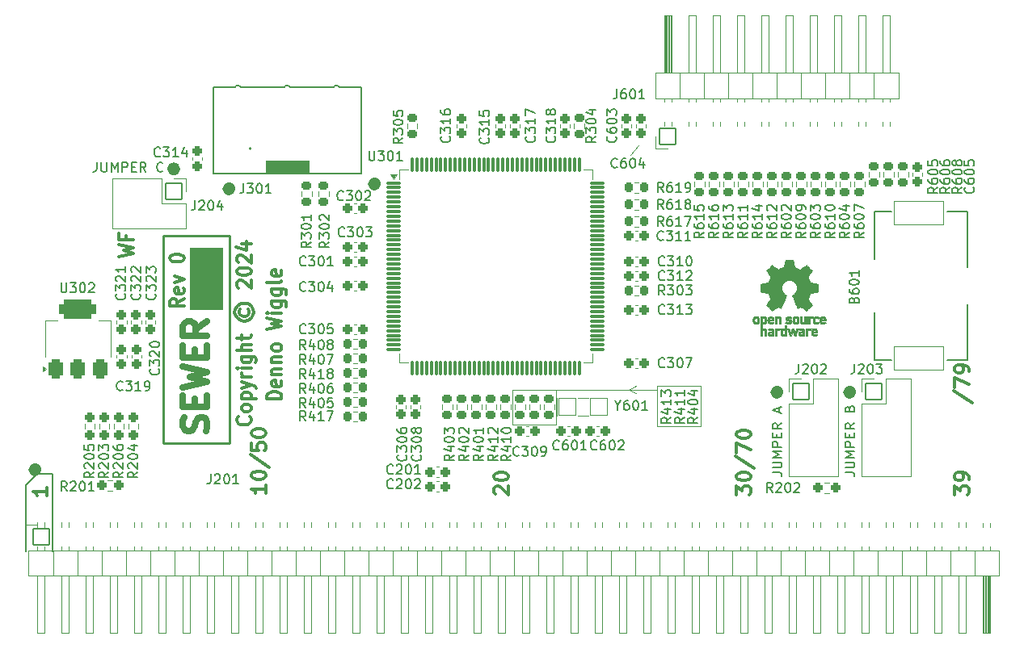
<source format=gbr>
%TF.GenerationSoftware,KiCad,Pcbnew,8.0.4*%
%TF.CreationDate,2024-08-16T16:49:31-07:00*%
%TF.ProjectId,SEWER,53455745-522e-46b6-9963-61645f706362,0*%
%TF.SameCoordinates,Original*%
%TF.FileFunction,Legend,Top*%
%TF.FilePolarity,Positive*%
%FSLAX46Y46*%
G04 Gerber Fmt 4.6, Leading zero omitted, Abs format (unit mm)*
G04 Created by KiCad (PCBNEW 8.0.4) date 2024-08-16 16:49:31*
%MOMM*%
%LPD*%
G01*
G04 APERTURE LIST*
G04 Aperture macros list*
%AMRoundRect*
0 Rectangle with rounded corners*
0 $1 Rounding radius*
0 $2 $3 $4 $5 $6 $7 $8 $9 X,Y pos of 4 corners*
0 Add a 4 corners polygon primitive as box body*
4,1,4,$2,$3,$4,$5,$6,$7,$8,$9,$2,$3,0*
0 Add four circle primitives for the rounded corners*
1,1,$1+$1,$2,$3*
1,1,$1+$1,$4,$5*
1,1,$1+$1,$6,$7*
1,1,$1+$1,$8,$9*
0 Add four rect primitives between the rounded corners*
20,1,$1+$1,$2,$3,$4,$5,0*
20,1,$1+$1,$4,$5,$6,$7,0*
20,1,$1+$1,$6,$7,$8,$9,0*
20,1,$1+$1,$8,$9,$2,$3,0*%
G04 Aperture macros list end*
%ADD10C,0.120000*%
%ADD11C,0.695000*%
%ADD12C,0.200000*%
%ADD13C,0.254000*%
%ADD14C,0.150000*%
%ADD15C,0.300000*%
%ADD16C,0.317500*%
%ADD17C,0.635000*%
%ADD18C,0.010000*%
%ADD19C,0.152400*%
%ADD20C,3.302000*%
%ADD21C,2.802000*%
%ADD22RoundRect,0.250500X0.250500X0.275500X-0.250500X0.275500X-0.250500X-0.275500X0.250500X-0.275500X0*%
%ADD23RoundRect,0.250500X0.275500X-0.250500X0.275500X0.250500X-0.275500X0.250500X-0.275500X-0.250500X0*%
%ADD24RoundRect,0.225500X-0.300500X0.225500X-0.300500X-0.225500X0.300500X-0.225500X0.300500X0.225500X0*%
%ADD25RoundRect,0.225500X0.225500X0.300500X-0.225500X0.300500X-0.225500X-0.300500X0.225500X-0.300500X0*%
%ADD26RoundRect,0.250500X-0.275500X0.250500X-0.275500X-0.250500X0.275500X-0.250500X0.275500X0.250500X0*%
%ADD27RoundRect,0.263000X0.263000X-0.275500X0.263000X0.275500X-0.263000X0.275500X-0.263000X-0.275500X0*%
%ADD28RoundRect,0.250500X-0.250500X-0.275500X0.250500X-0.275500X0.250500X0.275500X-0.250500X0.275500X0*%
%ADD29RoundRect,0.051000X-0.850000X0.850000X-0.850000X-0.850000X0.850000X-0.850000X0.850000X0.850000X0*%
%ADD30O,1.802000X1.802000*%
%ADD31RoundRect,0.051000X-0.875000X-0.900000X0.875000X-0.900000X0.875000X0.900000X-0.875000X0.900000X0*%
%ADD32RoundRect,0.225500X0.300500X-0.225500X0.300500X0.225500X-0.300500X0.225500X-0.300500X-0.225500X0*%
%ADD33RoundRect,0.225500X-0.225500X-0.300500X0.225500X-0.300500X0.225500X0.300500X-0.225500X0.300500X0*%
%ADD34RoundRect,0.263000X-0.275500X-0.263000X0.275500X-0.263000X0.275500X0.263000X-0.275500X0.263000X0*%
%ADD35RoundRect,0.051000X2.552700X-1.244600X2.552700X1.244600X-2.552700X1.244600X-2.552700X-1.244600X0*%
%ADD36C,10.312800*%
%ADD37RoundRect,0.051000X0.850000X-0.850000X0.850000X0.850000X-0.850000X0.850000X-0.850000X-0.850000X0*%
%ADD38RoundRect,0.051000X-0.850000X-0.850000X0.850000X-0.850000X0.850000X0.850000X-0.850000X0.850000X0*%
%ADD39RoundRect,0.263000X0.275500X0.263000X-0.275500X0.263000X-0.275500X-0.263000X0.275500X-0.263000X0*%
%ADD40RoundRect,0.100500X-0.688000X-0.100500X0.688000X-0.100500X0.688000X0.100500X-0.688000X0.100500X0*%
%ADD41RoundRect,0.100500X-0.100500X-0.688000X0.100500X-0.688000X0.100500X0.688000X-0.100500X0.688000X0*%
%ADD42RoundRect,0.400500X0.400500X-0.650500X0.400500X0.650500X-0.400500X0.650500X-0.400500X-0.650500X0*%
%ADD43RoundRect,0.525500X1.425500X-0.525500X1.425500X0.525500X-1.425500X0.525500X-1.425500X-0.525500X0*%
%ADD44C,1.854000*%
G04 APERTURE END LIST*
D10*
X54274720Y17157700D02*
X66339720Y17157700D01*
X17373720Y32016700D02*
X20817720Y32016700D01*
X20817720Y25603700D01*
X17373720Y25603700D01*
X17373720Y32016700D01*
G36*
X17373720Y32016700D02*
G01*
X20817720Y32016700D01*
X20817720Y25603700D01*
X17373720Y25603700D01*
X17373720Y32016700D01*
G37*
D11*
X16065020Y40322500D02*
G75*
G02*
X15370020Y40322500I-347500J0D01*
G01*
X15370020Y40322500D02*
G75*
G02*
X16065020Y40322500I347500J0D01*
G01*
X21856220Y38239700D02*
G75*
G02*
X21161220Y38239700I-347500J0D01*
G01*
X21161220Y38239700D02*
G75*
G02*
X21856220Y38239700I347500J0D01*
G01*
X37096220Y38747700D02*
G75*
G02*
X36401220Y38747700I-347500J0D01*
G01*
X36401220Y38747700D02*
G75*
G02*
X37096220Y38747700I347500J0D01*
G01*
D10*
X64180720Y17538700D02*
X63418720Y17157700D01*
D12*
X2993390Y8350250D02*
X2997200Y233680D01*
D10*
X51226720Y17157700D02*
X55798720Y17157700D01*
X55798720Y13474700D01*
X51226720Y13474700D01*
X51226720Y17157700D01*
D12*
X246380Y233680D02*
X242570Y7169150D01*
D11*
X79260220Y16903700D02*
G75*
G02*
X78565220Y16903700I-347500J0D01*
G01*
X78565220Y16903700D02*
G75*
G02*
X79260220Y16903700I347500J0D01*
G01*
X1536220Y8775700D02*
G75*
G02*
X841220Y8775700I-347500J0D01*
G01*
X841220Y8775700D02*
G75*
G02*
X1536220Y8775700I347500J0D01*
G01*
D12*
X242570Y7169150D02*
X1423670Y8350250D01*
D10*
X64434720Y42811700D02*
X63545720Y41795700D01*
D11*
X86880220Y16903700D02*
G75*
G02*
X86185220Y16903700I-347500J0D01*
G01*
X86185220Y16903700D02*
G75*
G02*
X86880220Y16903700I347500J0D01*
G01*
D10*
X64180720Y16776700D02*
X63418720Y17157700D01*
D13*
X14594720Y33318700D02*
X21579720Y33318700D01*
X21579720Y11601700D01*
X14594720Y11601700D01*
X14594720Y33318700D01*
D10*
X63418720Y17157700D02*
X64180720Y17538700D01*
D12*
X1423670Y8350250D02*
X2993390Y8350250D01*
X2997200Y233680D02*
X3032760Y233680D01*
D10*
X66339720Y17538700D02*
X70911720Y17538700D01*
X70911720Y13347700D01*
X66339720Y13347700D01*
X66339720Y17538700D01*
D14*
X78417539Y8509194D02*
X79131824Y8509194D01*
X79131824Y8509194D02*
X79274681Y8461575D01*
X79274681Y8461575D02*
X79369920Y8366337D01*
X79369920Y8366337D02*
X79417539Y8223480D01*
X79417539Y8223480D02*
X79417539Y8128242D01*
X78417539Y8985385D02*
X79227062Y8985385D01*
X79227062Y8985385D02*
X79322300Y9033004D01*
X79322300Y9033004D02*
X79369920Y9080623D01*
X79369920Y9080623D02*
X79417539Y9175861D01*
X79417539Y9175861D02*
X79417539Y9366337D01*
X79417539Y9366337D02*
X79369920Y9461575D01*
X79369920Y9461575D02*
X79322300Y9509194D01*
X79322300Y9509194D02*
X79227062Y9556813D01*
X79227062Y9556813D02*
X78417539Y9556813D01*
X79417539Y10033004D02*
X78417539Y10033004D01*
X78417539Y10033004D02*
X79131824Y10366337D01*
X79131824Y10366337D02*
X78417539Y10699670D01*
X78417539Y10699670D02*
X79417539Y10699670D01*
X79417539Y11175861D02*
X78417539Y11175861D01*
X78417539Y11175861D02*
X78417539Y11556813D01*
X78417539Y11556813D02*
X78465158Y11652051D01*
X78465158Y11652051D02*
X78512777Y11699670D01*
X78512777Y11699670D02*
X78608015Y11747289D01*
X78608015Y11747289D02*
X78750872Y11747289D01*
X78750872Y11747289D02*
X78846110Y11699670D01*
X78846110Y11699670D02*
X78893729Y11652051D01*
X78893729Y11652051D02*
X78941348Y11556813D01*
X78941348Y11556813D02*
X78941348Y11175861D01*
X78893729Y12175861D02*
X78893729Y12509194D01*
X79417539Y12652051D02*
X79417539Y12175861D01*
X79417539Y12175861D02*
X78417539Y12175861D01*
X78417539Y12175861D02*
X78417539Y12652051D01*
X79417539Y13652051D02*
X78941348Y13318718D01*
X79417539Y13080623D02*
X78417539Y13080623D01*
X78417539Y13080623D02*
X78417539Y13461575D01*
X78417539Y13461575D02*
X78465158Y13556813D01*
X78465158Y13556813D02*
X78512777Y13604432D01*
X78512777Y13604432D02*
X78608015Y13652051D01*
X78608015Y13652051D02*
X78750872Y13652051D01*
X78750872Y13652051D02*
X78846110Y13604432D01*
X78846110Y13604432D02*
X78893729Y13556813D01*
X78893729Y13556813D02*
X78941348Y13461575D01*
X78941348Y13461575D02*
X78941348Y13080623D01*
X79131824Y14794909D02*
X79131824Y15271099D01*
X79417539Y14699671D02*
X78417539Y15033004D01*
X78417539Y15033004D02*
X79417539Y15366337D01*
D15*
X25373548Y7194926D02*
X25373548Y6337783D01*
X25373548Y6766354D02*
X23873548Y6766354D01*
X23873548Y6766354D02*
X24087834Y6623497D01*
X24087834Y6623497D02*
X24230691Y6480640D01*
X24230691Y6480640D02*
X24302120Y6337783D01*
X23873548Y8123497D02*
X23873548Y8266354D01*
X23873548Y8266354D02*
X23944977Y8409211D01*
X23944977Y8409211D02*
X24016405Y8480639D01*
X24016405Y8480639D02*
X24159262Y8552068D01*
X24159262Y8552068D02*
X24444977Y8623497D01*
X24444977Y8623497D02*
X24802120Y8623497D01*
X24802120Y8623497D02*
X25087834Y8552068D01*
X25087834Y8552068D02*
X25230691Y8480639D01*
X25230691Y8480639D02*
X25302120Y8409211D01*
X25302120Y8409211D02*
X25373548Y8266354D01*
X25373548Y8266354D02*
X25373548Y8123497D01*
X25373548Y8123497D02*
X25302120Y7980639D01*
X25302120Y7980639D02*
X25230691Y7909211D01*
X25230691Y7909211D02*
X25087834Y7837782D01*
X25087834Y7837782D02*
X24802120Y7766354D01*
X24802120Y7766354D02*
X24444977Y7766354D01*
X24444977Y7766354D02*
X24159262Y7837782D01*
X24159262Y7837782D02*
X24016405Y7909211D01*
X24016405Y7909211D02*
X23944977Y7980639D01*
X23944977Y7980639D02*
X23873548Y8123497D01*
X23802120Y10337782D02*
X25730691Y9052068D01*
X23873548Y11552068D02*
X23873548Y10837782D01*
X23873548Y10837782D02*
X24587834Y10766354D01*
X24587834Y10766354D02*
X24516405Y10837782D01*
X24516405Y10837782D02*
X24444977Y10980639D01*
X24444977Y10980639D02*
X24444977Y11337782D01*
X24444977Y11337782D02*
X24516405Y11480639D01*
X24516405Y11480639D02*
X24587834Y11552068D01*
X24587834Y11552068D02*
X24730691Y11623497D01*
X24730691Y11623497D02*
X25087834Y11623497D01*
X25087834Y11623497D02*
X25230691Y11552068D01*
X25230691Y11552068D02*
X25302120Y11480639D01*
X25302120Y11480639D02*
X25373548Y11337782D01*
X25373548Y11337782D02*
X25373548Y10980639D01*
X25373548Y10980639D02*
X25302120Y10837782D01*
X25302120Y10837782D02*
X25230691Y10766354D01*
X23873548Y12552068D02*
X23873548Y12694925D01*
X23873548Y12694925D02*
X23944977Y12837782D01*
X23944977Y12837782D02*
X24016405Y12909210D01*
X24016405Y12909210D02*
X24159262Y12980639D01*
X24159262Y12980639D02*
X24444977Y13052068D01*
X24444977Y13052068D02*
X24802120Y13052068D01*
X24802120Y13052068D02*
X25087834Y12980639D01*
X25087834Y12980639D02*
X25230691Y12909210D01*
X25230691Y12909210D02*
X25302120Y12837782D01*
X25302120Y12837782D02*
X25373548Y12694925D01*
X25373548Y12694925D02*
X25373548Y12552068D01*
X25373548Y12552068D02*
X25302120Y12409210D01*
X25302120Y12409210D02*
X25230691Y12337782D01*
X25230691Y12337782D02*
X25087834Y12266353D01*
X25087834Y12266353D02*
X24802120Y12194925D01*
X24802120Y12194925D02*
X24444977Y12194925D01*
X24444977Y12194925D02*
X24159262Y12266353D01*
X24159262Y12266353D02*
X24016405Y12337782D01*
X24016405Y12337782D02*
X23944977Y12409210D01*
X23944977Y12409210D02*
X23873548Y12552068D01*
X49416405Y6210783D02*
X49344977Y6282211D01*
X49344977Y6282211D02*
X49273548Y6425068D01*
X49273548Y6425068D02*
X49273548Y6782211D01*
X49273548Y6782211D02*
X49344977Y6925068D01*
X49344977Y6925068D02*
X49416405Y6996497D01*
X49416405Y6996497D02*
X49559262Y7067926D01*
X49559262Y7067926D02*
X49702120Y7067926D01*
X49702120Y7067926D02*
X49916405Y6996497D01*
X49916405Y6996497D02*
X50773548Y6139354D01*
X50773548Y6139354D02*
X50773548Y7067926D01*
X49273548Y7996497D02*
X49273548Y8139354D01*
X49273548Y8139354D02*
X49344977Y8282211D01*
X49344977Y8282211D02*
X49416405Y8353639D01*
X49416405Y8353639D02*
X49559262Y8425068D01*
X49559262Y8425068D02*
X49844977Y8496497D01*
X49844977Y8496497D02*
X50202120Y8496497D01*
X50202120Y8496497D02*
X50487834Y8425068D01*
X50487834Y8425068D02*
X50630691Y8353639D01*
X50630691Y8353639D02*
X50702120Y8282211D01*
X50702120Y8282211D02*
X50773548Y8139354D01*
X50773548Y8139354D02*
X50773548Y7996497D01*
X50773548Y7996497D02*
X50702120Y7853639D01*
X50702120Y7853639D02*
X50630691Y7782211D01*
X50630691Y7782211D02*
X50487834Y7710782D01*
X50487834Y7710782D02*
X50202120Y7639354D01*
X50202120Y7639354D02*
X49844977Y7639354D01*
X49844977Y7639354D02*
X49559262Y7710782D01*
X49559262Y7710782D02*
X49416405Y7782211D01*
X49416405Y7782211D02*
X49344977Y7853639D01*
X49344977Y7853639D02*
X49273548Y7996497D01*
X74673548Y6139354D02*
X74673548Y7067926D01*
X74673548Y7067926D02*
X75244977Y6567926D01*
X75244977Y6567926D02*
X75244977Y6782211D01*
X75244977Y6782211D02*
X75316405Y6925068D01*
X75316405Y6925068D02*
X75387834Y6996497D01*
X75387834Y6996497D02*
X75530691Y7067926D01*
X75530691Y7067926D02*
X75887834Y7067926D01*
X75887834Y7067926D02*
X76030691Y6996497D01*
X76030691Y6996497D02*
X76102120Y6925068D01*
X76102120Y6925068D02*
X76173548Y6782211D01*
X76173548Y6782211D02*
X76173548Y6353640D01*
X76173548Y6353640D02*
X76102120Y6210783D01*
X76102120Y6210783D02*
X76030691Y6139354D01*
X74673548Y7996497D02*
X74673548Y8139354D01*
X74673548Y8139354D02*
X74744977Y8282211D01*
X74744977Y8282211D02*
X74816405Y8353639D01*
X74816405Y8353639D02*
X74959262Y8425068D01*
X74959262Y8425068D02*
X75244977Y8496497D01*
X75244977Y8496497D02*
X75602120Y8496497D01*
X75602120Y8496497D02*
X75887834Y8425068D01*
X75887834Y8425068D02*
X76030691Y8353639D01*
X76030691Y8353639D02*
X76102120Y8282211D01*
X76102120Y8282211D02*
X76173548Y8139354D01*
X76173548Y8139354D02*
X76173548Y7996497D01*
X76173548Y7996497D02*
X76102120Y7853639D01*
X76102120Y7853639D02*
X76030691Y7782211D01*
X76030691Y7782211D02*
X75887834Y7710782D01*
X75887834Y7710782D02*
X75602120Y7639354D01*
X75602120Y7639354D02*
X75244977Y7639354D01*
X75244977Y7639354D02*
X74959262Y7710782D01*
X74959262Y7710782D02*
X74816405Y7782211D01*
X74816405Y7782211D02*
X74744977Y7853639D01*
X74744977Y7853639D02*
X74673548Y7996497D01*
X74602120Y10210782D02*
X76530691Y8925068D01*
X74673548Y10567925D02*
X74673548Y11567925D01*
X74673548Y11567925D02*
X76173548Y10925068D01*
X74673548Y12425068D02*
X74673548Y12567925D01*
X74673548Y12567925D02*
X74744977Y12710782D01*
X74744977Y12710782D02*
X74816405Y12782210D01*
X74816405Y12782210D02*
X74959262Y12853639D01*
X74959262Y12853639D02*
X75244977Y12925068D01*
X75244977Y12925068D02*
X75602120Y12925068D01*
X75602120Y12925068D02*
X75887834Y12853639D01*
X75887834Y12853639D02*
X76030691Y12782210D01*
X76030691Y12782210D02*
X76102120Y12710782D01*
X76102120Y12710782D02*
X76173548Y12567925D01*
X76173548Y12567925D02*
X76173548Y12425068D01*
X76173548Y12425068D02*
X76102120Y12282210D01*
X76102120Y12282210D02*
X76030691Y12210782D01*
X76030691Y12210782D02*
X75887834Y12139353D01*
X75887834Y12139353D02*
X75602120Y12067925D01*
X75602120Y12067925D02*
X75244977Y12067925D01*
X75244977Y12067925D02*
X74959262Y12139353D01*
X74959262Y12139353D02*
X74816405Y12210782D01*
X74816405Y12210782D02*
X74744977Y12282210D01*
X74744977Y12282210D02*
X74673548Y12425068D01*
D14*
X86037539Y8509194D02*
X86751824Y8509194D01*
X86751824Y8509194D02*
X86894681Y8461575D01*
X86894681Y8461575D02*
X86989920Y8366337D01*
X86989920Y8366337D02*
X87037539Y8223480D01*
X87037539Y8223480D02*
X87037539Y8128242D01*
X86037539Y8985385D02*
X86847062Y8985385D01*
X86847062Y8985385D02*
X86942300Y9033004D01*
X86942300Y9033004D02*
X86989920Y9080623D01*
X86989920Y9080623D02*
X87037539Y9175861D01*
X87037539Y9175861D02*
X87037539Y9366337D01*
X87037539Y9366337D02*
X86989920Y9461575D01*
X86989920Y9461575D02*
X86942300Y9509194D01*
X86942300Y9509194D02*
X86847062Y9556813D01*
X86847062Y9556813D02*
X86037539Y9556813D01*
X87037539Y10033004D02*
X86037539Y10033004D01*
X86037539Y10033004D02*
X86751824Y10366337D01*
X86751824Y10366337D02*
X86037539Y10699670D01*
X86037539Y10699670D02*
X87037539Y10699670D01*
X87037539Y11175861D02*
X86037539Y11175861D01*
X86037539Y11175861D02*
X86037539Y11556813D01*
X86037539Y11556813D02*
X86085158Y11652051D01*
X86085158Y11652051D02*
X86132777Y11699670D01*
X86132777Y11699670D02*
X86228015Y11747289D01*
X86228015Y11747289D02*
X86370872Y11747289D01*
X86370872Y11747289D02*
X86466110Y11699670D01*
X86466110Y11699670D02*
X86513729Y11652051D01*
X86513729Y11652051D02*
X86561348Y11556813D01*
X86561348Y11556813D02*
X86561348Y11175861D01*
X86513729Y12175861D02*
X86513729Y12509194D01*
X87037539Y12652051D02*
X87037539Y12175861D01*
X87037539Y12175861D02*
X86037539Y12175861D01*
X86037539Y12175861D02*
X86037539Y12652051D01*
X87037539Y13652051D02*
X86561348Y13318718D01*
X87037539Y13080623D02*
X86037539Y13080623D01*
X86037539Y13080623D02*
X86037539Y13461575D01*
X86037539Y13461575D02*
X86085158Y13556813D01*
X86085158Y13556813D02*
X86132777Y13604432D01*
X86132777Y13604432D02*
X86228015Y13652051D01*
X86228015Y13652051D02*
X86370872Y13652051D01*
X86370872Y13652051D02*
X86466110Y13604432D01*
X86466110Y13604432D02*
X86513729Y13556813D01*
X86513729Y13556813D02*
X86561348Y13461575D01*
X86561348Y13461575D02*
X86561348Y13080623D01*
X86513729Y15175861D02*
X86561348Y15318718D01*
X86561348Y15318718D02*
X86608967Y15366337D01*
X86608967Y15366337D02*
X86704205Y15413956D01*
X86704205Y15413956D02*
X86847062Y15413956D01*
X86847062Y15413956D02*
X86942300Y15366337D01*
X86942300Y15366337D02*
X86989920Y15318718D01*
X86989920Y15318718D02*
X87037539Y15223480D01*
X87037539Y15223480D02*
X87037539Y14842528D01*
X87037539Y14842528D02*
X86037539Y14842528D01*
X86037539Y14842528D02*
X86037539Y15175861D01*
X86037539Y15175861D02*
X86085158Y15271099D01*
X86085158Y15271099D02*
X86132777Y15318718D01*
X86132777Y15318718D02*
X86228015Y15366337D01*
X86228015Y15366337D02*
X86323253Y15366337D01*
X86323253Y15366337D02*
X86418491Y15318718D01*
X86418491Y15318718D02*
X86466110Y15271099D01*
X86466110Y15271099D02*
X86513729Y15175861D01*
X86513729Y15175861D02*
X86513729Y14842528D01*
D15*
X2451248Y6943673D02*
X2451248Y6086530D01*
X2451248Y6515101D02*
X951248Y6515101D01*
X951248Y6515101D02*
X1165534Y6372244D01*
X1165534Y6372244D02*
X1308391Y6229387D01*
X1308391Y6229387D02*
X1379820Y6086530D01*
D16*
X23688098Y14337986D02*
X23760670Y14271462D01*
X23760670Y14271462D02*
X23833241Y14071891D01*
X23833241Y14071891D02*
X23833241Y13938843D01*
X23833241Y13938843D02*
X23760670Y13739272D01*
X23760670Y13739272D02*
X23615527Y13606224D01*
X23615527Y13606224D02*
X23470384Y13539701D01*
X23470384Y13539701D02*
X23180098Y13473177D01*
X23180098Y13473177D02*
X22962384Y13473177D01*
X22962384Y13473177D02*
X22672098Y13539701D01*
X22672098Y13539701D02*
X22526955Y13606224D01*
X22526955Y13606224D02*
X22381812Y13739272D01*
X22381812Y13739272D02*
X22309241Y13938843D01*
X22309241Y13938843D02*
X22309241Y14071891D01*
X22309241Y14071891D02*
X22381812Y14271462D01*
X22381812Y14271462D02*
X22454384Y14337986D01*
X23833241Y15136272D02*
X23760670Y15003224D01*
X23760670Y15003224D02*
X23688098Y14936701D01*
X23688098Y14936701D02*
X23542955Y14870177D01*
X23542955Y14870177D02*
X23107527Y14870177D01*
X23107527Y14870177D02*
X22962384Y14936701D01*
X22962384Y14936701D02*
X22889812Y15003224D01*
X22889812Y15003224D02*
X22817241Y15136272D01*
X22817241Y15136272D02*
X22817241Y15335843D01*
X22817241Y15335843D02*
X22889812Y15468891D01*
X22889812Y15468891D02*
X22962384Y15535415D01*
X22962384Y15535415D02*
X23107527Y15601939D01*
X23107527Y15601939D02*
X23542955Y15601939D01*
X23542955Y15601939D02*
X23688098Y15535415D01*
X23688098Y15535415D02*
X23760670Y15468891D01*
X23760670Y15468891D02*
X23833241Y15335843D01*
X23833241Y15335843D02*
X23833241Y15136272D01*
X22817241Y16200653D02*
X24341241Y16200653D01*
X22889812Y16200653D02*
X22817241Y16333700D01*
X22817241Y16333700D02*
X22817241Y16599795D01*
X22817241Y16599795D02*
X22889812Y16732843D01*
X22889812Y16732843D02*
X22962384Y16799367D01*
X22962384Y16799367D02*
X23107527Y16865891D01*
X23107527Y16865891D02*
X23542955Y16865891D01*
X23542955Y16865891D02*
X23688098Y16799367D01*
X23688098Y16799367D02*
X23760670Y16732843D01*
X23760670Y16732843D02*
X23833241Y16599795D01*
X23833241Y16599795D02*
X23833241Y16333700D01*
X23833241Y16333700D02*
X23760670Y16200653D01*
X22817241Y17331557D02*
X23833241Y17664176D01*
X22817241Y17996795D02*
X23833241Y17664176D01*
X23833241Y17664176D02*
X24196098Y17531128D01*
X24196098Y17531128D02*
X24268670Y17464605D01*
X24268670Y17464605D02*
X24341241Y17331557D01*
X23833241Y18528986D02*
X22817241Y18528986D01*
X23107527Y18528986D02*
X22962384Y18595509D01*
X22962384Y18595509D02*
X22889812Y18662033D01*
X22889812Y18662033D02*
X22817241Y18795081D01*
X22817241Y18795081D02*
X22817241Y18928128D01*
X23833241Y19393796D02*
X22817241Y19393796D01*
X22309241Y19393796D02*
X22381812Y19327272D01*
X22381812Y19327272D02*
X22454384Y19393796D01*
X22454384Y19393796D02*
X22381812Y19460319D01*
X22381812Y19460319D02*
X22309241Y19393796D01*
X22309241Y19393796D02*
X22454384Y19393796D01*
X22817241Y20657748D02*
X24050955Y20657748D01*
X24050955Y20657748D02*
X24196098Y20591224D01*
X24196098Y20591224D02*
X24268670Y20524700D01*
X24268670Y20524700D02*
X24341241Y20391653D01*
X24341241Y20391653D02*
X24341241Y20192081D01*
X24341241Y20192081D02*
X24268670Y20059034D01*
X23760670Y20657748D02*
X23833241Y20524700D01*
X23833241Y20524700D02*
X23833241Y20258605D01*
X23833241Y20258605D02*
X23760670Y20125557D01*
X23760670Y20125557D02*
X23688098Y20059034D01*
X23688098Y20059034D02*
X23542955Y19992510D01*
X23542955Y19992510D02*
X23107527Y19992510D01*
X23107527Y19992510D02*
X22962384Y20059034D01*
X22962384Y20059034D02*
X22889812Y20125557D01*
X22889812Y20125557D02*
X22817241Y20258605D01*
X22817241Y20258605D02*
X22817241Y20524700D01*
X22817241Y20524700D02*
X22889812Y20657748D01*
X23833241Y21322986D02*
X22309241Y21322986D01*
X23833241Y21921700D02*
X23034955Y21921700D01*
X23034955Y21921700D02*
X22889812Y21855176D01*
X22889812Y21855176D02*
X22817241Y21722128D01*
X22817241Y21722128D02*
X22817241Y21522557D01*
X22817241Y21522557D02*
X22889812Y21389509D01*
X22889812Y21389509D02*
X22962384Y21322986D01*
X22817241Y22387366D02*
X22817241Y22919557D01*
X22309241Y22586938D02*
X23615527Y22586938D01*
X23615527Y22586938D02*
X23760670Y22653461D01*
X23760670Y22653461D02*
X23833241Y22786509D01*
X23833241Y22786509D02*
X23833241Y22919557D01*
X22672098Y25580509D02*
X22599527Y25447462D01*
X22599527Y25447462D02*
X22599527Y25181366D01*
X22599527Y25181366D02*
X22672098Y25048319D01*
X22672098Y25048319D02*
X22817241Y24915271D01*
X22817241Y24915271D02*
X22962384Y24848747D01*
X22962384Y24848747D02*
X23252670Y24848747D01*
X23252670Y24848747D02*
X23397812Y24915271D01*
X23397812Y24915271D02*
X23542955Y25048319D01*
X23542955Y25048319D02*
X23615527Y25181366D01*
X23615527Y25181366D02*
X23615527Y25447462D01*
X23615527Y25447462D02*
X23542955Y25580509D01*
X22091527Y25314414D02*
X22164098Y24981795D01*
X22164098Y24981795D02*
X22381812Y24649176D01*
X22381812Y24649176D02*
X22744670Y24449605D01*
X22744670Y24449605D02*
X23107527Y24383081D01*
X23107527Y24383081D02*
X23470384Y24449605D01*
X23470384Y24449605D02*
X23833241Y24649176D01*
X23833241Y24649176D02*
X24050955Y24981795D01*
X24050955Y24981795D02*
X24123527Y25314414D01*
X24123527Y25314414D02*
X24050955Y25647033D01*
X24050955Y25647033D02*
X23833241Y25979652D01*
X23833241Y25979652D02*
X23470384Y26179224D01*
X23470384Y26179224D02*
X23107527Y26245747D01*
X23107527Y26245747D02*
X22744670Y26179224D01*
X22744670Y26179224D02*
X22381812Y25979652D01*
X22381812Y25979652D02*
X22164098Y25647033D01*
X22164098Y25647033D02*
X22091527Y25314414D01*
X22454384Y27842319D02*
X22381812Y27908843D01*
X22381812Y27908843D02*
X22309241Y28041890D01*
X22309241Y28041890D02*
X22309241Y28374509D01*
X22309241Y28374509D02*
X22381812Y28507557D01*
X22381812Y28507557D02*
X22454384Y28574081D01*
X22454384Y28574081D02*
X22599527Y28640604D01*
X22599527Y28640604D02*
X22744670Y28640604D01*
X22744670Y28640604D02*
X22962384Y28574081D01*
X22962384Y28574081D02*
X23833241Y27775795D01*
X23833241Y27775795D02*
X23833241Y28640604D01*
X22309241Y29505414D02*
X22309241Y29638461D01*
X22309241Y29638461D02*
X22381812Y29771509D01*
X22381812Y29771509D02*
X22454384Y29838033D01*
X22454384Y29838033D02*
X22599527Y29904557D01*
X22599527Y29904557D02*
X22889812Y29971080D01*
X22889812Y29971080D02*
X23252670Y29971080D01*
X23252670Y29971080D02*
X23542955Y29904557D01*
X23542955Y29904557D02*
X23688098Y29838033D01*
X23688098Y29838033D02*
X23760670Y29771509D01*
X23760670Y29771509D02*
X23833241Y29638461D01*
X23833241Y29638461D02*
X23833241Y29505414D01*
X23833241Y29505414D02*
X23760670Y29372366D01*
X23760670Y29372366D02*
X23688098Y29305842D01*
X23688098Y29305842D02*
X23542955Y29239319D01*
X23542955Y29239319D02*
X23252670Y29172795D01*
X23252670Y29172795D02*
X22889812Y29172795D01*
X22889812Y29172795D02*
X22599527Y29239319D01*
X22599527Y29239319D02*
X22454384Y29305842D01*
X22454384Y29305842D02*
X22381812Y29372366D01*
X22381812Y29372366D02*
X22309241Y29505414D01*
X22454384Y30503271D02*
X22381812Y30569795D01*
X22381812Y30569795D02*
X22309241Y30702842D01*
X22309241Y30702842D02*
X22309241Y31035461D01*
X22309241Y31035461D02*
X22381812Y31168509D01*
X22381812Y31168509D02*
X22454384Y31235033D01*
X22454384Y31235033D02*
X22599527Y31301556D01*
X22599527Y31301556D02*
X22744670Y31301556D01*
X22744670Y31301556D02*
X22962384Y31235033D01*
X22962384Y31235033D02*
X23833241Y30436747D01*
X23833241Y30436747D02*
X23833241Y31301556D01*
X22817241Y32498985D02*
X23833241Y32498985D01*
X22236670Y32166366D02*
X23325241Y31833747D01*
X23325241Y31833747D02*
X23325241Y32698556D01*
X27023241Y16175201D02*
X25499241Y16175201D01*
X25499241Y16175201D02*
X25499241Y16507820D01*
X25499241Y16507820D02*
X25571812Y16707391D01*
X25571812Y16707391D02*
X25716955Y16840439D01*
X25716955Y16840439D02*
X25862098Y16906962D01*
X25862098Y16906962D02*
X26152384Y16973486D01*
X26152384Y16973486D02*
X26370098Y16973486D01*
X26370098Y16973486D02*
X26660384Y16906962D01*
X26660384Y16906962D02*
X26805527Y16840439D01*
X26805527Y16840439D02*
X26950670Y16707391D01*
X26950670Y16707391D02*
X27023241Y16507820D01*
X27023241Y16507820D02*
X27023241Y16175201D01*
X26950670Y18104391D02*
X27023241Y17971343D01*
X27023241Y17971343D02*
X27023241Y17705248D01*
X27023241Y17705248D02*
X26950670Y17572201D01*
X26950670Y17572201D02*
X26805527Y17505677D01*
X26805527Y17505677D02*
X26224955Y17505677D01*
X26224955Y17505677D02*
X26079812Y17572201D01*
X26079812Y17572201D02*
X26007241Y17705248D01*
X26007241Y17705248D02*
X26007241Y17971343D01*
X26007241Y17971343D02*
X26079812Y18104391D01*
X26079812Y18104391D02*
X26224955Y18170915D01*
X26224955Y18170915D02*
X26370098Y18170915D01*
X26370098Y18170915D02*
X26515241Y17505677D01*
X26007241Y18769630D02*
X27023241Y18769630D01*
X26152384Y18769630D02*
X26079812Y18836153D01*
X26079812Y18836153D02*
X26007241Y18969201D01*
X26007241Y18969201D02*
X26007241Y19168772D01*
X26007241Y19168772D02*
X26079812Y19301820D01*
X26079812Y19301820D02*
X26224955Y19368344D01*
X26224955Y19368344D02*
X27023241Y19368344D01*
X26007241Y20033582D02*
X27023241Y20033582D01*
X26152384Y20033582D02*
X26079812Y20100105D01*
X26079812Y20100105D02*
X26007241Y20233153D01*
X26007241Y20233153D02*
X26007241Y20432724D01*
X26007241Y20432724D02*
X26079812Y20565772D01*
X26079812Y20565772D02*
X26224955Y20632296D01*
X26224955Y20632296D02*
X27023241Y20632296D01*
X27023241Y21497105D02*
X26950670Y21364057D01*
X26950670Y21364057D02*
X26878098Y21297534D01*
X26878098Y21297534D02*
X26732955Y21231010D01*
X26732955Y21231010D02*
X26297527Y21231010D01*
X26297527Y21231010D02*
X26152384Y21297534D01*
X26152384Y21297534D02*
X26079812Y21364057D01*
X26079812Y21364057D02*
X26007241Y21497105D01*
X26007241Y21497105D02*
X26007241Y21696676D01*
X26007241Y21696676D02*
X26079812Y21829724D01*
X26079812Y21829724D02*
X26152384Y21896248D01*
X26152384Y21896248D02*
X26297527Y21962772D01*
X26297527Y21962772D02*
X26732955Y21962772D01*
X26732955Y21962772D02*
X26878098Y21896248D01*
X26878098Y21896248D02*
X26950670Y21829724D01*
X26950670Y21829724D02*
X27023241Y21696676D01*
X27023241Y21696676D02*
X27023241Y21497105D01*
X25499241Y23492819D02*
X27023241Y23825438D01*
X27023241Y23825438D02*
X25934670Y24091533D01*
X25934670Y24091533D02*
X27023241Y24357628D01*
X27023241Y24357628D02*
X25499241Y24690247D01*
X27023241Y25222438D02*
X26007241Y25222438D01*
X25499241Y25222438D02*
X25571812Y25155914D01*
X25571812Y25155914D02*
X25644384Y25222438D01*
X25644384Y25222438D02*
X25571812Y25288961D01*
X25571812Y25288961D02*
X25499241Y25222438D01*
X25499241Y25222438D02*
X25644384Y25222438D01*
X26007241Y26486390D02*
X27240955Y26486390D01*
X27240955Y26486390D02*
X27386098Y26419866D01*
X27386098Y26419866D02*
X27458670Y26353342D01*
X27458670Y26353342D02*
X27531241Y26220295D01*
X27531241Y26220295D02*
X27531241Y26020723D01*
X27531241Y26020723D02*
X27458670Y25887676D01*
X26950670Y26486390D02*
X27023241Y26353342D01*
X27023241Y26353342D02*
X27023241Y26087247D01*
X27023241Y26087247D02*
X26950670Y25954199D01*
X26950670Y25954199D02*
X26878098Y25887676D01*
X26878098Y25887676D02*
X26732955Y25821152D01*
X26732955Y25821152D02*
X26297527Y25821152D01*
X26297527Y25821152D02*
X26152384Y25887676D01*
X26152384Y25887676D02*
X26079812Y25954199D01*
X26079812Y25954199D02*
X26007241Y26087247D01*
X26007241Y26087247D02*
X26007241Y26353342D01*
X26007241Y26353342D02*
X26079812Y26486390D01*
X26007241Y27750342D02*
X27240955Y27750342D01*
X27240955Y27750342D02*
X27386098Y27683818D01*
X27386098Y27683818D02*
X27458670Y27617294D01*
X27458670Y27617294D02*
X27531241Y27484247D01*
X27531241Y27484247D02*
X27531241Y27284675D01*
X27531241Y27284675D02*
X27458670Y27151628D01*
X26950670Y27750342D02*
X27023241Y27617294D01*
X27023241Y27617294D02*
X27023241Y27351199D01*
X27023241Y27351199D02*
X26950670Y27218151D01*
X26950670Y27218151D02*
X26878098Y27151628D01*
X26878098Y27151628D02*
X26732955Y27085104D01*
X26732955Y27085104D02*
X26297527Y27085104D01*
X26297527Y27085104D02*
X26152384Y27151628D01*
X26152384Y27151628D02*
X26079812Y27218151D01*
X26079812Y27218151D02*
X26007241Y27351199D01*
X26007241Y27351199D02*
X26007241Y27617294D01*
X26007241Y27617294D02*
X26079812Y27750342D01*
X27023241Y28615151D02*
X26950670Y28482103D01*
X26950670Y28482103D02*
X26805527Y28415580D01*
X26805527Y28415580D02*
X25499241Y28415580D01*
X26950670Y29679532D02*
X27023241Y29546484D01*
X27023241Y29546484D02*
X27023241Y29280389D01*
X27023241Y29280389D02*
X26950670Y29147342D01*
X26950670Y29147342D02*
X26805527Y29080818D01*
X26805527Y29080818D02*
X26224955Y29080818D01*
X26224955Y29080818D02*
X26079812Y29147342D01*
X26079812Y29147342D02*
X26007241Y29280389D01*
X26007241Y29280389D02*
X26007241Y29546484D01*
X26007241Y29546484D02*
X26079812Y29679532D01*
X26079812Y29679532D02*
X26224955Y29746056D01*
X26224955Y29746056D02*
X26370098Y29746056D01*
X26370098Y29746056D02*
X26515241Y29080818D01*
D15*
X97533548Y6139354D02*
X97533548Y7067926D01*
X97533548Y7067926D02*
X98104977Y6567926D01*
X98104977Y6567926D02*
X98104977Y6782211D01*
X98104977Y6782211D02*
X98176405Y6925068D01*
X98176405Y6925068D02*
X98247834Y6996497D01*
X98247834Y6996497D02*
X98390691Y7067926D01*
X98390691Y7067926D02*
X98747834Y7067926D01*
X98747834Y7067926D02*
X98890691Y6996497D01*
X98890691Y6996497D02*
X98962120Y6925068D01*
X98962120Y6925068D02*
X99033548Y6782211D01*
X99033548Y6782211D02*
X99033548Y6353640D01*
X99033548Y6353640D02*
X98962120Y6210783D01*
X98962120Y6210783D02*
X98890691Y6139354D01*
X99033548Y7782211D02*
X99033548Y8067925D01*
X99033548Y8067925D02*
X98962120Y8210782D01*
X98962120Y8210782D02*
X98890691Y8282211D01*
X98890691Y8282211D02*
X98676405Y8425068D01*
X98676405Y8425068D02*
X98390691Y8496497D01*
X98390691Y8496497D02*
X97819262Y8496497D01*
X97819262Y8496497D02*
X97676405Y8425068D01*
X97676405Y8425068D02*
X97604977Y8353639D01*
X97604977Y8353639D02*
X97533548Y8210782D01*
X97533548Y8210782D02*
X97533548Y7925068D01*
X97533548Y7925068D02*
X97604977Y7782211D01*
X97604977Y7782211D02*
X97676405Y7710782D01*
X97676405Y7710782D02*
X97819262Y7639354D01*
X97819262Y7639354D02*
X98176405Y7639354D01*
X98176405Y7639354D02*
X98319262Y7710782D01*
X98319262Y7710782D02*
X98390691Y7782211D01*
X98390691Y7782211D02*
X98462120Y7925068D01*
X98462120Y7925068D02*
X98462120Y8210782D01*
X98462120Y8210782D02*
X98390691Y8353639D01*
X98390691Y8353639D02*
X98319262Y8425068D01*
X98319262Y8425068D02*
X98176405Y8496497D01*
X97462120Y17067924D02*
X99390691Y15782210D01*
X97533548Y17425067D02*
X97533548Y18425067D01*
X97533548Y18425067D02*
X99033548Y17782210D01*
X99033548Y19067924D02*
X99033548Y19353638D01*
X99033548Y19353638D02*
X98962120Y19496495D01*
X98962120Y19496495D02*
X98890691Y19567924D01*
X98890691Y19567924D02*
X98676405Y19710781D01*
X98676405Y19710781D02*
X98390691Y19782210D01*
X98390691Y19782210D02*
X97819262Y19782210D01*
X97819262Y19782210D02*
X97676405Y19710781D01*
X97676405Y19710781D02*
X97604977Y19639352D01*
X97604977Y19639352D02*
X97533548Y19496495D01*
X97533548Y19496495D02*
X97533548Y19210781D01*
X97533548Y19210781D02*
X97604977Y19067924D01*
X97604977Y19067924D02*
X97676405Y18996495D01*
X97676405Y18996495D02*
X97819262Y18925067D01*
X97819262Y18925067D02*
X98176405Y18925067D01*
X98176405Y18925067D02*
X98319262Y18996495D01*
X98319262Y18996495D02*
X98390691Y19067924D01*
X98390691Y19067924D02*
X98462120Y19210781D01*
X98462120Y19210781D02*
X98462120Y19496495D01*
X98462120Y19496495D02*
X98390691Y19639352D01*
X98390691Y19639352D02*
X98319262Y19710781D01*
X98319262Y19710781D02*
X98176405Y19782210D01*
D16*
X10002701Y31155153D02*
X11526701Y31487772D01*
X11526701Y31487772D02*
X10438130Y31753867D01*
X10438130Y31753867D02*
X11526701Y32019962D01*
X11526701Y32019962D02*
X10002701Y32352581D01*
X10728415Y33350438D02*
X10728415Y32884772D01*
X11526701Y32884772D02*
X10002701Y32884772D01*
X10002701Y32884772D02*
X10002701Y33550010D01*
X16807241Y26720986D02*
X16081527Y26255320D01*
X16807241Y25922701D02*
X15283241Y25922701D01*
X15283241Y25922701D02*
X15283241Y26454891D01*
X15283241Y26454891D02*
X15355812Y26587939D01*
X15355812Y26587939D02*
X15428384Y26654462D01*
X15428384Y26654462D02*
X15573527Y26720986D01*
X15573527Y26720986D02*
X15791241Y26720986D01*
X15791241Y26720986D02*
X15936384Y26654462D01*
X15936384Y26654462D02*
X16008955Y26587939D01*
X16008955Y26587939D02*
X16081527Y26454891D01*
X16081527Y26454891D02*
X16081527Y25922701D01*
X16734670Y27851891D02*
X16807241Y27718843D01*
X16807241Y27718843D02*
X16807241Y27452748D01*
X16807241Y27452748D02*
X16734670Y27319701D01*
X16734670Y27319701D02*
X16589527Y27253177D01*
X16589527Y27253177D02*
X16008955Y27253177D01*
X16008955Y27253177D02*
X15863812Y27319701D01*
X15863812Y27319701D02*
X15791241Y27452748D01*
X15791241Y27452748D02*
X15791241Y27718843D01*
X15791241Y27718843D02*
X15863812Y27851891D01*
X15863812Y27851891D02*
X16008955Y27918415D01*
X16008955Y27918415D02*
X16154098Y27918415D01*
X16154098Y27918415D02*
X16299241Y27253177D01*
X15791241Y28384082D02*
X16807241Y28716701D01*
X16807241Y28716701D02*
X15791241Y29049320D01*
X15283241Y30911987D02*
X15283241Y31045034D01*
X15283241Y31045034D02*
X15355812Y31178082D01*
X15355812Y31178082D02*
X15428384Y31244606D01*
X15428384Y31244606D02*
X15573527Y31311130D01*
X15573527Y31311130D02*
X15863812Y31377653D01*
X15863812Y31377653D02*
X16226670Y31377653D01*
X16226670Y31377653D02*
X16516955Y31311130D01*
X16516955Y31311130D02*
X16662098Y31244606D01*
X16662098Y31244606D02*
X16734670Y31178082D01*
X16734670Y31178082D02*
X16807241Y31045034D01*
X16807241Y31045034D02*
X16807241Y30911987D01*
X16807241Y30911987D02*
X16734670Y30778939D01*
X16734670Y30778939D02*
X16662098Y30712415D01*
X16662098Y30712415D02*
X16516955Y30645892D01*
X16516955Y30645892D02*
X16226670Y30579368D01*
X16226670Y30579368D02*
X15863812Y30579368D01*
X15863812Y30579368D02*
X15573527Y30645892D01*
X15573527Y30645892D02*
X15428384Y30712415D01*
X15428384Y30712415D02*
X15355812Y30778939D01*
X15355812Y30778939D02*
X15283241Y30911987D01*
D17*
X19108300Y12820773D02*
X19229252Y13183630D01*
X19229252Y13183630D02*
X19229252Y13788392D01*
X19229252Y13788392D02*
X19108300Y14030297D01*
X19108300Y14030297D02*
X18987347Y14151249D01*
X18987347Y14151249D02*
X18745442Y14272202D01*
X18745442Y14272202D02*
X18503538Y14272202D01*
X18503538Y14272202D02*
X18261633Y14151249D01*
X18261633Y14151249D02*
X18140680Y14030297D01*
X18140680Y14030297D02*
X18019728Y13788392D01*
X18019728Y13788392D02*
X17898776Y13304583D01*
X17898776Y13304583D02*
X17777823Y13062678D01*
X17777823Y13062678D02*
X17656871Y12941725D01*
X17656871Y12941725D02*
X17414966Y12820773D01*
X17414966Y12820773D02*
X17173061Y12820773D01*
X17173061Y12820773D02*
X16931157Y12941725D01*
X16931157Y12941725D02*
X16810204Y13062678D01*
X16810204Y13062678D02*
X16689252Y13304583D01*
X16689252Y13304583D02*
X16689252Y13909344D01*
X16689252Y13909344D02*
X16810204Y14272202D01*
X17898776Y15360773D02*
X17898776Y16207440D01*
X19229252Y16570297D02*
X19229252Y15360773D01*
X19229252Y15360773D02*
X16689252Y15360773D01*
X16689252Y15360773D02*
X16689252Y16570297D01*
X16689252Y17416964D02*
X19229252Y18021726D01*
X19229252Y18021726D02*
X17414966Y18505535D01*
X17414966Y18505535D02*
X19229252Y18989345D01*
X19229252Y18989345D02*
X16689252Y19594106D01*
X17898776Y20561725D02*
X17898776Y21408392D01*
X19229252Y21771249D02*
X19229252Y20561725D01*
X19229252Y20561725D02*
X16689252Y20561725D01*
X16689252Y20561725D02*
X16689252Y21771249D01*
X19229252Y24311249D02*
X18019728Y23464582D01*
X19229252Y22859820D02*
X16689252Y22859820D01*
X16689252Y22859820D02*
X16689252Y23827439D01*
X16689252Y23827439D02*
X16810204Y24069344D01*
X16810204Y24069344D02*
X16931157Y24190297D01*
X16931157Y24190297D02*
X17173061Y24311249D01*
X17173061Y24311249D02*
X17535919Y24311249D01*
X17535919Y24311249D02*
X17777823Y24190297D01*
X17777823Y24190297D02*
X17898776Y24069344D01*
X17898776Y24069344D02*
X18019728Y23827439D01*
X18019728Y23827439D02*
X18019728Y22859820D01*
D14*
X7653213Y41020881D02*
X7653213Y40306596D01*
X7653213Y40306596D02*
X7605594Y40163739D01*
X7605594Y40163739D02*
X7510356Y40068500D01*
X7510356Y40068500D02*
X7367499Y40020881D01*
X7367499Y40020881D02*
X7272261Y40020881D01*
X8129404Y41020881D02*
X8129404Y40211358D01*
X8129404Y40211358D02*
X8177023Y40116120D01*
X8177023Y40116120D02*
X8224642Y40068500D01*
X8224642Y40068500D02*
X8319880Y40020881D01*
X8319880Y40020881D02*
X8510356Y40020881D01*
X8510356Y40020881D02*
X8605594Y40068500D01*
X8605594Y40068500D02*
X8653213Y40116120D01*
X8653213Y40116120D02*
X8700832Y40211358D01*
X8700832Y40211358D02*
X8700832Y41020881D01*
X9177023Y40020881D02*
X9177023Y41020881D01*
X9177023Y41020881D02*
X9510356Y40306596D01*
X9510356Y40306596D02*
X9843689Y41020881D01*
X9843689Y41020881D02*
X9843689Y40020881D01*
X10319880Y40020881D02*
X10319880Y41020881D01*
X10319880Y41020881D02*
X10700832Y41020881D01*
X10700832Y41020881D02*
X10796070Y40973262D01*
X10796070Y40973262D02*
X10843689Y40925643D01*
X10843689Y40925643D02*
X10891308Y40830405D01*
X10891308Y40830405D02*
X10891308Y40687548D01*
X10891308Y40687548D02*
X10843689Y40592310D01*
X10843689Y40592310D02*
X10796070Y40544691D01*
X10796070Y40544691D02*
X10700832Y40497072D01*
X10700832Y40497072D02*
X10319880Y40497072D01*
X11319880Y40544691D02*
X11653213Y40544691D01*
X11796070Y40020881D02*
X11319880Y40020881D01*
X11319880Y40020881D02*
X11319880Y41020881D01*
X11319880Y41020881D02*
X11796070Y41020881D01*
X12796070Y40020881D02*
X12462737Y40497072D01*
X12224642Y40020881D02*
X12224642Y41020881D01*
X12224642Y41020881D02*
X12605594Y41020881D01*
X12605594Y41020881D02*
X12700832Y40973262D01*
X12700832Y40973262D02*
X12748451Y40925643D01*
X12748451Y40925643D02*
X12796070Y40830405D01*
X12796070Y40830405D02*
X12796070Y40687548D01*
X12796070Y40687548D02*
X12748451Y40592310D01*
X12748451Y40592310D02*
X12700832Y40544691D01*
X12700832Y40544691D02*
X12605594Y40497072D01*
X12605594Y40497072D02*
X12224642Y40497072D01*
X14557975Y40116120D02*
X14510356Y40068500D01*
X14510356Y40068500D02*
X14367499Y40020881D01*
X14367499Y40020881D02*
X14272261Y40020881D01*
X14272261Y40020881D02*
X14129404Y40068500D01*
X14129404Y40068500D02*
X14034166Y40163739D01*
X14034166Y40163739D02*
X13986547Y40258977D01*
X13986547Y40258977D02*
X13938928Y40449453D01*
X13938928Y40449453D02*
X13938928Y40592310D01*
X13938928Y40592310D02*
X13986547Y40782786D01*
X13986547Y40782786D02*
X14034166Y40878024D01*
X14034166Y40878024D02*
X14129404Y40973262D01*
X14129404Y40973262D02*
X14272261Y41020881D01*
X14272261Y41020881D02*
X14367499Y41020881D01*
X14367499Y41020881D02*
X14510356Y40973262D01*
X14510356Y40973262D02*
X14557975Y40925643D01*
X60013672Y10956120D02*
X59966053Y10908500D01*
X59966053Y10908500D02*
X59823196Y10860881D01*
X59823196Y10860881D02*
X59727958Y10860881D01*
X59727958Y10860881D02*
X59585101Y10908500D01*
X59585101Y10908500D02*
X59489863Y11003739D01*
X59489863Y11003739D02*
X59442244Y11098977D01*
X59442244Y11098977D02*
X59394625Y11289453D01*
X59394625Y11289453D02*
X59394625Y11432310D01*
X59394625Y11432310D02*
X59442244Y11622786D01*
X59442244Y11622786D02*
X59489863Y11718024D01*
X59489863Y11718024D02*
X59585101Y11813262D01*
X59585101Y11813262D02*
X59727958Y11860881D01*
X59727958Y11860881D02*
X59823196Y11860881D01*
X59823196Y11860881D02*
X59966053Y11813262D01*
X59966053Y11813262D02*
X60013672Y11765643D01*
X60870815Y11860881D02*
X60680339Y11860881D01*
X60680339Y11860881D02*
X60585101Y11813262D01*
X60585101Y11813262D02*
X60537482Y11765643D01*
X60537482Y11765643D02*
X60442244Y11622786D01*
X60442244Y11622786D02*
X60394625Y11432310D01*
X60394625Y11432310D02*
X60394625Y11051358D01*
X60394625Y11051358D02*
X60442244Y10956120D01*
X60442244Y10956120D02*
X60489863Y10908500D01*
X60489863Y10908500D02*
X60585101Y10860881D01*
X60585101Y10860881D02*
X60775577Y10860881D01*
X60775577Y10860881D02*
X60870815Y10908500D01*
X60870815Y10908500D02*
X60918434Y10956120D01*
X60918434Y10956120D02*
X60966053Y11051358D01*
X60966053Y11051358D02*
X60966053Y11289453D01*
X60966053Y11289453D02*
X60918434Y11384691D01*
X60918434Y11384691D02*
X60870815Y11432310D01*
X60870815Y11432310D02*
X60775577Y11479929D01*
X60775577Y11479929D02*
X60585101Y11479929D01*
X60585101Y11479929D02*
X60489863Y11432310D01*
X60489863Y11432310D02*
X60442244Y11384691D01*
X60442244Y11384691D02*
X60394625Y11289453D01*
X61585101Y11860881D02*
X61680339Y11860881D01*
X61680339Y11860881D02*
X61775577Y11813262D01*
X61775577Y11813262D02*
X61823196Y11765643D01*
X61823196Y11765643D02*
X61870815Y11670405D01*
X61870815Y11670405D02*
X61918434Y11479929D01*
X61918434Y11479929D02*
X61918434Y11241834D01*
X61918434Y11241834D02*
X61870815Y11051358D01*
X61870815Y11051358D02*
X61823196Y10956120D01*
X61823196Y10956120D02*
X61775577Y10908500D01*
X61775577Y10908500D02*
X61680339Y10860881D01*
X61680339Y10860881D02*
X61585101Y10860881D01*
X61585101Y10860881D02*
X61489863Y10908500D01*
X61489863Y10908500D02*
X61442244Y10956120D01*
X61442244Y10956120D02*
X61394625Y11051358D01*
X61394625Y11051358D02*
X61347006Y11241834D01*
X61347006Y11241834D02*
X61347006Y11479929D01*
X61347006Y11479929D02*
X61394625Y11670405D01*
X61394625Y11670405D02*
X61442244Y11765643D01*
X61442244Y11765643D02*
X61489863Y11813262D01*
X61489863Y11813262D02*
X61585101Y11860881D01*
X62299387Y11765643D02*
X62347006Y11813262D01*
X62347006Y11813262D02*
X62442244Y11860881D01*
X62442244Y11860881D02*
X62680339Y11860881D01*
X62680339Y11860881D02*
X62775577Y11813262D01*
X62775577Y11813262D02*
X62823196Y11765643D01*
X62823196Y11765643D02*
X62870815Y11670405D01*
X62870815Y11670405D02*
X62870815Y11575167D01*
X62870815Y11575167D02*
X62823196Y11432310D01*
X62823196Y11432310D02*
X62251768Y10860881D01*
X62251768Y10860881D02*
X62870815Y10860881D01*
X14121300Y19340653D02*
X14168920Y19293034D01*
X14168920Y19293034D02*
X14216539Y19150177D01*
X14216539Y19150177D02*
X14216539Y19054939D01*
X14216539Y19054939D02*
X14168920Y18912082D01*
X14168920Y18912082D02*
X14073681Y18816844D01*
X14073681Y18816844D02*
X13978443Y18769225D01*
X13978443Y18769225D02*
X13787967Y18721606D01*
X13787967Y18721606D02*
X13645110Y18721606D01*
X13645110Y18721606D02*
X13454634Y18769225D01*
X13454634Y18769225D02*
X13359396Y18816844D01*
X13359396Y18816844D02*
X13264158Y18912082D01*
X13264158Y18912082D02*
X13216539Y19054939D01*
X13216539Y19054939D02*
X13216539Y19150177D01*
X13216539Y19150177D02*
X13264158Y19293034D01*
X13264158Y19293034D02*
X13311777Y19340653D01*
X13216539Y19673987D02*
X13216539Y20293034D01*
X13216539Y20293034D02*
X13597491Y19959701D01*
X13597491Y19959701D02*
X13597491Y20102558D01*
X13597491Y20102558D02*
X13645110Y20197796D01*
X13645110Y20197796D02*
X13692729Y20245415D01*
X13692729Y20245415D02*
X13787967Y20293034D01*
X13787967Y20293034D02*
X14026062Y20293034D01*
X14026062Y20293034D02*
X14121300Y20245415D01*
X14121300Y20245415D02*
X14168920Y20197796D01*
X14168920Y20197796D02*
X14216539Y20102558D01*
X14216539Y20102558D02*
X14216539Y19816844D01*
X14216539Y19816844D02*
X14168920Y19721606D01*
X14168920Y19721606D02*
X14121300Y19673987D01*
X13311777Y20673987D02*
X13264158Y20721606D01*
X13264158Y20721606D02*
X13216539Y20816844D01*
X13216539Y20816844D02*
X13216539Y21054939D01*
X13216539Y21054939D02*
X13264158Y21150177D01*
X13264158Y21150177D02*
X13311777Y21197796D01*
X13311777Y21197796D02*
X13407015Y21245415D01*
X13407015Y21245415D02*
X13502253Y21245415D01*
X13502253Y21245415D02*
X13645110Y21197796D01*
X13645110Y21197796D02*
X14216539Y20626368D01*
X14216539Y20626368D02*
X14216539Y21245415D01*
X13216539Y21864463D02*
X13216539Y21959701D01*
X13216539Y21959701D02*
X13264158Y22054939D01*
X13264158Y22054939D02*
X13311777Y22102558D01*
X13311777Y22102558D02*
X13407015Y22150177D01*
X13407015Y22150177D02*
X13597491Y22197796D01*
X13597491Y22197796D02*
X13835586Y22197796D01*
X13835586Y22197796D02*
X14026062Y22150177D01*
X14026062Y22150177D02*
X14121300Y22102558D01*
X14121300Y22102558D02*
X14168920Y22054939D01*
X14168920Y22054939D02*
X14216539Y21959701D01*
X14216539Y21959701D02*
X14216539Y21864463D01*
X14216539Y21864463D02*
X14168920Y21769225D01*
X14168920Y21769225D02*
X14121300Y21721606D01*
X14121300Y21721606D02*
X14026062Y21673987D01*
X14026062Y21673987D02*
X13835586Y21626368D01*
X13835586Y21626368D02*
X13597491Y21626368D01*
X13597491Y21626368D02*
X13407015Y21673987D01*
X13407015Y21673987D02*
X13311777Y21721606D01*
X13311777Y21721606D02*
X13264158Y21769225D01*
X13264158Y21769225D02*
X13216539Y21864463D01*
X53491300Y43724653D02*
X53538920Y43677034D01*
X53538920Y43677034D02*
X53586539Y43534177D01*
X53586539Y43534177D02*
X53586539Y43438939D01*
X53586539Y43438939D02*
X53538920Y43296082D01*
X53538920Y43296082D02*
X53443681Y43200844D01*
X53443681Y43200844D02*
X53348443Y43153225D01*
X53348443Y43153225D02*
X53157967Y43105606D01*
X53157967Y43105606D02*
X53015110Y43105606D01*
X53015110Y43105606D02*
X52824634Y43153225D01*
X52824634Y43153225D02*
X52729396Y43200844D01*
X52729396Y43200844D02*
X52634158Y43296082D01*
X52634158Y43296082D02*
X52586539Y43438939D01*
X52586539Y43438939D02*
X52586539Y43534177D01*
X52586539Y43534177D02*
X52634158Y43677034D01*
X52634158Y43677034D02*
X52681777Y43724653D01*
X52586539Y44057987D02*
X52586539Y44677034D01*
X52586539Y44677034D02*
X52967491Y44343701D01*
X52967491Y44343701D02*
X52967491Y44486558D01*
X52967491Y44486558D02*
X53015110Y44581796D01*
X53015110Y44581796D02*
X53062729Y44629415D01*
X53062729Y44629415D02*
X53157967Y44677034D01*
X53157967Y44677034D02*
X53396062Y44677034D01*
X53396062Y44677034D02*
X53491300Y44629415D01*
X53491300Y44629415D02*
X53538920Y44581796D01*
X53538920Y44581796D02*
X53586539Y44486558D01*
X53586539Y44486558D02*
X53586539Y44200844D01*
X53586539Y44200844D02*
X53538920Y44105606D01*
X53538920Y44105606D02*
X53491300Y44057987D01*
X53586539Y45629415D02*
X53586539Y45057987D01*
X53586539Y45343701D02*
X52586539Y45343701D01*
X52586539Y45343701D02*
X52729396Y45248463D01*
X52729396Y45248463D02*
X52824634Y45153225D01*
X52824634Y45153225D02*
X52872253Y45057987D01*
X52586539Y45962749D02*
X52586539Y46629415D01*
X52586539Y46629415D02*
X53586539Y46200844D01*
X69207539Y14260653D02*
X68731348Y13927320D01*
X69207539Y13689225D02*
X68207539Y13689225D01*
X68207539Y13689225D02*
X68207539Y14070177D01*
X68207539Y14070177D02*
X68255158Y14165415D01*
X68255158Y14165415D02*
X68302777Y14213034D01*
X68302777Y14213034D02*
X68398015Y14260653D01*
X68398015Y14260653D02*
X68540872Y14260653D01*
X68540872Y14260653D02*
X68636110Y14213034D01*
X68636110Y14213034D02*
X68683729Y14165415D01*
X68683729Y14165415D02*
X68731348Y14070177D01*
X68731348Y14070177D02*
X68731348Y13689225D01*
X68540872Y15117796D02*
X69207539Y15117796D01*
X68159920Y14879701D02*
X68874205Y14641606D01*
X68874205Y14641606D02*
X68874205Y15260653D01*
X69207539Y16165415D02*
X69207539Y15593987D01*
X69207539Y15879701D02*
X68207539Y15879701D01*
X68207539Y15879701D02*
X68350396Y15784463D01*
X68350396Y15784463D02*
X68445634Y15689225D01*
X68445634Y15689225D02*
X68493253Y15593987D01*
X69207539Y17117796D02*
X69207539Y16546368D01*
X69207539Y16832082D02*
X68207539Y16832082D01*
X68207539Y16832082D02*
X68350396Y16736844D01*
X68350396Y16736844D02*
X68445634Y16641606D01*
X68445634Y16641606D02*
X68493253Y16546368D01*
X29533672Y15305881D02*
X29200339Y15782072D01*
X28962244Y15305881D02*
X28962244Y16305881D01*
X28962244Y16305881D02*
X29343196Y16305881D01*
X29343196Y16305881D02*
X29438434Y16258262D01*
X29438434Y16258262D02*
X29486053Y16210643D01*
X29486053Y16210643D02*
X29533672Y16115405D01*
X29533672Y16115405D02*
X29533672Y15972548D01*
X29533672Y15972548D02*
X29486053Y15877310D01*
X29486053Y15877310D02*
X29438434Y15829691D01*
X29438434Y15829691D02*
X29343196Y15782072D01*
X29343196Y15782072D02*
X28962244Y15782072D01*
X30390815Y15972548D02*
X30390815Y15305881D01*
X30152720Y16353500D02*
X29914625Y15639215D01*
X29914625Y15639215D02*
X30533672Y15639215D01*
X31105101Y16305881D02*
X31200339Y16305881D01*
X31200339Y16305881D02*
X31295577Y16258262D01*
X31295577Y16258262D02*
X31343196Y16210643D01*
X31343196Y16210643D02*
X31390815Y16115405D01*
X31390815Y16115405D02*
X31438434Y15924929D01*
X31438434Y15924929D02*
X31438434Y15686834D01*
X31438434Y15686834D02*
X31390815Y15496358D01*
X31390815Y15496358D02*
X31343196Y15401120D01*
X31343196Y15401120D02*
X31295577Y15353500D01*
X31295577Y15353500D02*
X31200339Y15305881D01*
X31200339Y15305881D02*
X31105101Y15305881D01*
X31105101Y15305881D02*
X31009863Y15353500D01*
X31009863Y15353500D02*
X30962244Y15401120D01*
X30962244Y15401120D02*
X30914625Y15496358D01*
X30914625Y15496358D02*
X30867006Y15686834D01*
X30867006Y15686834D02*
X30867006Y15924929D01*
X30867006Y15924929D02*
X30914625Y16115405D01*
X30914625Y16115405D02*
X30962244Y16210643D01*
X30962244Y16210643D02*
X31009863Y16258262D01*
X31009863Y16258262D02*
X31105101Y16305881D01*
X32343196Y16305881D02*
X31867006Y16305881D01*
X31867006Y16305881D02*
X31819387Y15829691D01*
X31819387Y15829691D02*
X31867006Y15877310D01*
X31867006Y15877310D02*
X31962244Y15924929D01*
X31962244Y15924929D02*
X32200339Y15924929D01*
X32200339Y15924929D02*
X32295577Y15877310D01*
X32295577Y15877310D02*
X32343196Y15829691D01*
X32343196Y15829691D02*
X32390815Y15734453D01*
X32390815Y15734453D02*
X32390815Y15496358D01*
X32390815Y15496358D02*
X32343196Y15401120D01*
X32343196Y15401120D02*
X32295577Y15353500D01*
X32295577Y15353500D02*
X32200339Y15305881D01*
X32200339Y15305881D02*
X31962244Y15305881D01*
X31962244Y15305881D02*
X31867006Y15353500D01*
X31867006Y15353500D02*
X31819387Y15401120D01*
X12143300Y27214653D02*
X12190920Y27167034D01*
X12190920Y27167034D02*
X12238539Y27024177D01*
X12238539Y27024177D02*
X12238539Y26928939D01*
X12238539Y26928939D02*
X12190920Y26786082D01*
X12190920Y26786082D02*
X12095681Y26690844D01*
X12095681Y26690844D02*
X12000443Y26643225D01*
X12000443Y26643225D02*
X11809967Y26595606D01*
X11809967Y26595606D02*
X11667110Y26595606D01*
X11667110Y26595606D02*
X11476634Y26643225D01*
X11476634Y26643225D02*
X11381396Y26690844D01*
X11381396Y26690844D02*
X11286158Y26786082D01*
X11286158Y26786082D02*
X11238539Y26928939D01*
X11238539Y26928939D02*
X11238539Y27024177D01*
X11238539Y27024177D02*
X11286158Y27167034D01*
X11286158Y27167034D02*
X11333777Y27214653D01*
X11238539Y27547987D02*
X11238539Y28167034D01*
X11238539Y28167034D02*
X11619491Y27833701D01*
X11619491Y27833701D02*
X11619491Y27976558D01*
X11619491Y27976558D02*
X11667110Y28071796D01*
X11667110Y28071796D02*
X11714729Y28119415D01*
X11714729Y28119415D02*
X11809967Y28167034D01*
X11809967Y28167034D02*
X12048062Y28167034D01*
X12048062Y28167034D02*
X12143300Y28119415D01*
X12143300Y28119415D02*
X12190920Y28071796D01*
X12190920Y28071796D02*
X12238539Y27976558D01*
X12238539Y27976558D02*
X12238539Y27690844D01*
X12238539Y27690844D02*
X12190920Y27595606D01*
X12190920Y27595606D02*
X12143300Y27547987D01*
X11333777Y28547987D02*
X11286158Y28595606D01*
X11286158Y28595606D02*
X11238539Y28690844D01*
X11238539Y28690844D02*
X11238539Y28928939D01*
X11238539Y28928939D02*
X11286158Y29024177D01*
X11286158Y29024177D02*
X11333777Y29071796D01*
X11333777Y29071796D02*
X11429015Y29119415D01*
X11429015Y29119415D02*
X11524253Y29119415D01*
X11524253Y29119415D02*
X11667110Y29071796D01*
X11667110Y29071796D02*
X12238539Y28500368D01*
X12238539Y28500368D02*
X12238539Y29119415D01*
X11333777Y29500368D02*
X11286158Y29547987D01*
X11286158Y29547987D02*
X11238539Y29643225D01*
X11238539Y29643225D02*
X11238539Y29881320D01*
X11238539Y29881320D02*
X11286158Y29976558D01*
X11286158Y29976558D02*
X11333777Y30024177D01*
X11333777Y30024177D02*
X11429015Y30071796D01*
X11429015Y30071796D02*
X11524253Y30071796D01*
X11524253Y30071796D02*
X11667110Y30024177D01*
X11667110Y30024177D02*
X12238539Y29452749D01*
X12238539Y29452749D02*
X12238539Y30071796D01*
X10406539Y8545653D02*
X9930348Y8212320D01*
X10406539Y7974225D02*
X9406539Y7974225D01*
X9406539Y7974225D02*
X9406539Y8355177D01*
X9406539Y8355177D02*
X9454158Y8450415D01*
X9454158Y8450415D02*
X9501777Y8498034D01*
X9501777Y8498034D02*
X9597015Y8545653D01*
X9597015Y8545653D02*
X9739872Y8545653D01*
X9739872Y8545653D02*
X9835110Y8498034D01*
X9835110Y8498034D02*
X9882729Y8450415D01*
X9882729Y8450415D02*
X9930348Y8355177D01*
X9930348Y8355177D02*
X9930348Y7974225D01*
X9501777Y8926606D02*
X9454158Y8974225D01*
X9454158Y8974225D02*
X9406539Y9069463D01*
X9406539Y9069463D02*
X9406539Y9307558D01*
X9406539Y9307558D02*
X9454158Y9402796D01*
X9454158Y9402796D02*
X9501777Y9450415D01*
X9501777Y9450415D02*
X9597015Y9498034D01*
X9597015Y9498034D02*
X9692253Y9498034D01*
X9692253Y9498034D02*
X9835110Y9450415D01*
X9835110Y9450415D02*
X10406539Y8878987D01*
X10406539Y8878987D02*
X10406539Y9498034D01*
X9406539Y10117082D02*
X9406539Y10212320D01*
X9406539Y10212320D02*
X9454158Y10307558D01*
X9454158Y10307558D02*
X9501777Y10355177D01*
X9501777Y10355177D02*
X9597015Y10402796D01*
X9597015Y10402796D02*
X9787491Y10450415D01*
X9787491Y10450415D02*
X10025586Y10450415D01*
X10025586Y10450415D02*
X10216062Y10402796D01*
X10216062Y10402796D02*
X10311300Y10355177D01*
X10311300Y10355177D02*
X10358920Y10307558D01*
X10358920Y10307558D02*
X10406539Y10212320D01*
X10406539Y10212320D02*
X10406539Y10117082D01*
X10406539Y10117082D02*
X10358920Y10021844D01*
X10358920Y10021844D02*
X10311300Y9974225D01*
X10311300Y9974225D02*
X10216062Y9926606D01*
X10216062Y9926606D02*
X10025586Y9878987D01*
X10025586Y9878987D02*
X9787491Y9878987D01*
X9787491Y9878987D02*
X9597015Y9926606D01*
X9597015Y9926606D02*
X9501777Y9974225D01*
X9501777Y9974225D02*
X9454158Y10021844D01*
X9454158Y10021844D02*
X9406539Y10117082D01*
X9406539Y11307558D02*
X9406539Y11117082D01*
X9406539Y11117082D02*
X9454158Y11021844D01*
X9454158Y11021844D02*
X9501777Y10974225D01*
X9501777Y10974225D02*
X9644634Y10878987D01*
X9644634Y10878987D02*
X9835110Y10831368D01*
X9835110Y10831368D02*
X10216062Y10831368D01*
X10216062Y10831368D02*
X10311300Y10878987D01*
X10311300Y10878987D02*
X10358920Y10926606D01*
X10358920Y10926606D02*
X10406539Y11021844D01*
X10406539Y11021844D02*
X10406539Y11212320D01*
X10406539Y11212320D02*
X10358920Y11307558D01*
X10358920Y11307558D02*
X10311300Y11355177D01*
X10311300Y11355177D02*
X10216062Y11402796D01*
X10216062Y11402796D02*
X9977967Y11402796D01*
X9977967Y11402796D02*
X9882729Y11355177D01*
X9882729Y11355177D02*
X9835110Y11307558D01*
X9835110Y11307558D02*
X9787491Y11212320D01*
X9787491Y11212320D02*
X9787491Y11021844D01*
X9787491Y11021844D02*
X9835110Y10926606D01*
X9835110Y10926606D02*
X9882729Y10878987D01*
X9882729Y10878987D02*
X9977967Y10831368D01*
X75811539Y33691653D02*
X75335348Y33358320D01*
X75811539Y33120225D02*
X74811539Y33120225D01*
X74811539Y33120225D02*
X74811539Y33501177D01*
X74811539Y33501177D02*
X74859158Y33596415D01*
X74859158Y33596415D02*
X74906777Y33644034D01*
X74906777Y33644034D02*
X75002015Y33691653D01*
X75002015Y33691653D02*
X75144872Y33691653D01*
X75144872Y33691653D02*
X75240110Y33644034D01*
X75240110Y33644034D02*
X75287729Y33596415D01*
X75287729Y33596415D02*
X75335348Y33501177D01*
X75335348Y33501177D02*
X75335348Y33120225D01*
X74811539Y34548796D02*
X74811539Y34358320D01*
X74811539Y34358320D02*
X74859158Y34263082D01*
X74859158Y34263082D02*
X74906777Y34215463D01*
X74906777Y34215463D02*
X75049634Y34120225D01*
X75049634Y34120225D02*
X75240110Y34072606D01*
X75240110Y34072606D02*
X75621062Y34072606D01*
X75621062Y34072606D02*
X75716300Y34120225D01*
X75716300Y34120225D02*
X75763920Y34167844D01*
X75763920Y34167844D02*
X75811539Y34263082D01*
X75811539Y34263082D02*
X75811539Y34453558D01*
X75811539Y34453558D02*
X75763920Y34548796D01*
X75763920Y34548796D02*
X75716300Y34596415D01*
X75716300Y34596415D02*
X75621062Y34644034D01*
X75621062Y34644034D02*
X75382967Y34644034D01*
X75382967Y34644034D02*
X75287729Y34596415D01*
X75287729Y34596415D02*
X75240110Y34548796D01*
X75240110Y34548796D02*
X75192491Y34453558D01*
X75192491Y34453558D02*
X75192491Y34263082D01*
X75192491Y34263082D02*
X75240110Y34167844D01*
X75240110Y34167844D02*
X75287729Y34120225D01*
X75287729Y34120225D02*
X75382967Y34072606D01*
X75811539Y35596415D02*
X75811539Y35024987D01*
X75811539Y35310701D02*
X74811539Y35310701D01*
X74811539Y35310701D02*
X74954396Y35215463D01*
X74954396Y35215463D02*
X75049634Y35120225D01*
X75049634Y35120225D02*
X75097253Y35024987D01*
X75811539Y36548796D02*
X75811539Y35977368D01*
X75811539Y36263082D02*
X74811539Y36263082D01*
X74811539Y36263082D02*
X74954396Y36167844D01*
X74954396Y36167844D02*
X75049634Y36072606D01*
X75049634Y36072606D02*
X75097253Y35977368D01*
X67125672Y28736120D02*
X67078053Y28688500D01*
X67078053Y28688500D02*
X66935196Y28640881D01*
X66935196Y28640881D02*
X66839958Y28640881D01*
X66839958Y28640881D02*
X66697101Y28688500D01*
X66697101Y28688500D02*
X66601863Y28783739D01*
X66601863Y28783739D02*
X66554244Y28878977D01*
X66554244Y28878977D02*
X66506625Y29069453D01*
X66506625Y29069453D02*
X66506625Y29212310D01*
X66506625Y29212310D02*
X66554244Y29402786D01*
X66554244Y29402786D02*
X66601863Y29498024D01*
X66601863Y29498024D02*
X66697101Y29593262D01*
X66697101Y29593262D02*
X66839958Y29640881D01*
X66839958Y29640881D02*
X66935196Y29640881D01*
X66935196Y29640881D02*
X67078053Y29593262D01*
X67078053Y29593262D02*
X67125672Y29545643D01*
X67459006Y29640881D02*
X68078053Y29640881D01*
X68078053Y29640881D02*
X67744720Y29259929D01*
X67744720Y29259929D02*
X67887577Y29259929D01*
X67887577Y29259929D02*
X67982815Y29212310D01*
X67982815Y29212310D02*
X68030434Y29164691D01*
X68030434Y29164691D02*
X68078053Y29069453D01*
X68078053Y29069453D02*
X68078053Y28831358D01*
X68078053Y28831358D02*
X68030434Y28736120D01*
X68030434Y28736120D02*
X67982815Y28688500D01*
X67982815Y28688500D02*
X67887577Y28640881D01*
X67887577Y28640881D02*
X67601863Y28640881D01*
X67601863Y28640881D02*
X67506625Y28688500D01*
X67506625Y28688500D02*
X67459006Y28736120D01*
X69030434Y28640881D02*
X68459006Y28640881D01*
X68744720Y28640881D02*
X68744720Y29640881D01*
X68744720Y29640881D02*
X68649482Y29498024D01*
X68649482Y29498024D02*
X68554244Y29402786D01*
X68554244Y29402786D02*
X68459006Y29355167D01*
X69411387Y29545643D02*
X69459006Y29593262D01*
X69459006Y29593262D02*
X69554244Y29640881D01*
X69554244Y29640881D02*
X69792339Y29640881D01*
X69792339Y29640881D02*
X69887577Y29593262D01*
X69887577Y29593262D02*
X69935196Y29545643D01*
X69935196Y29545643D02*
X69982815Y29450405D01*
X69982815Y29450405D02*
X69982815Y29355167D01*
X69982815Y29355167D02*
X69935196Y29212310D01*
X69935196Y29212310D02*
X69363768Y28640881D01*
X69363768Y28640881D02*
X69982815Y28640881D01*
X95750539Y38390653D02*
X95274348Y38057320D01*
X95750539Y37819225D02*
X94750539Y37819225D01*
X94750539Y37819225D02*
X94750539Y38200177D01*
X94750539Y38200177D02*
X94798158Y38295415D01*
X94798158Y38295415D02*
X94845777Y38343034D01*
X94845777Y38343034D02*
X94941015Y38390653D01*
X94941015Y38390653D02*
X95083872Y38390653D01*
X95083872Y38390653D02*
X95179110Y38343034D01*
X95179110Y38343034D02*
X95226729Y38295415D01*
X95226729Y38295415D02*
X95274348Y38200177D01*
X95274348Y38200177D02*
X95274348Y37819225D01*
X94750539Y39247796D02*
X94750539Y39057320D01*
X94750539Y39057320D02*
X94798158Y38962082D01*
X94798158Y38962082D02*
X94845777Y38914463D01*
X94845777Y38914463D02*
X94988634Y38819225D01*
X94988634Y38819225D02*
X95179110Y38771606D01*
X95179110Y38771606D02*
X95560062Y38771606D01*
X95560062Y38771606D02*
X95655300Y38819225D01*
X95655300Y38819225D02*
X95702920Y38866844D01*
X95702920Y38866844D02*
X95750539Y38962082D01*
X95750539Y38962082D02*
X95750539Y39152558D01*
X95750539Y39152558D02*
X95702920Y39247796D01*
X95702920Y39247796D02*
X95655300Y39295415D01*
X95655300Y39295415D02*
X95560062Y39343034D01*
X95560062Y39343034D02*
X95321967Y39343034D01*
X95321967Y39343034D02*
X95226729Y39295415D01*
X95226729Y39295415D02*
X95179110Y39247796D01*
X95179110Y39247796D02*
X95131491Y39152558D01*
X95131491Y39152558D02*
X95131491Y38962082D01*
X95131491Y38962082D02*
X95179110Y38866844D01*
X95179110Y38866844D02*
X95226729Y38819225D01*
X95226729Y38819225D02*
X95321967Y38771606D01*
X94750539Y39962082D02*
X94750539Y40057320D01*
X94750539Y40057320D02*
X94798158Y40152558D01*
X94798158Y40152558D02*
X94845777Y40200177D01*
X94845777Y40200177D02*
X94941015Y40247796D01*
X94941015Y40247796D02*
X95131491Y40295415D01*
X95131491Y40295415D02*
X95369586Y40295415D01*
X95369586Y40295415D02*
X95560062Y40247796D01*
X95560062Y40247796D02*
X95655300Y40200177D01*
X95655300Y40200177D02*
X95702920Y40152558D01*
X95702920Y40152558D02*
X95750539Y40057320D01*
X95750539Y40057320D02*
X95750539Y39962082D01*
X95750539Y39962082D02*
X95702920Y39866844D01*
X95702920Y39866844D02*
X95655300Y39819225D01*
X95655300Y39819225D02*
X95560062Y39771606D01*
X95560062Y39771606D02*
X95369586Y39723987D01*
X95369586Y39723987D02*
X95131491Y39723987D01*
X95131491Y39723987D02*
X94941015Y39771606D01*
X94941015Y39771606D02*
X94845777Y39819225D01*
X94845777Y39819225D02*
X94798158Y39866844D01*
X94798158Y39866844D02*
X94750539Y39962082D01*
X94750539Y41200177D02*
X94750539Y40723987D01*
X94750539Y40723987D02*
X95226729Y40676368D01*
X95226729Y40676368D02*
X95179110Y40723987D01*
X95179110Y40723987D02*
X95131491Y40819225D01*
X95131491Y40819225D02*
X95131491Y41057320D01*
X95131491Y41057320D02*
X95179110Y41152558D01*
X95179110Y41152558D02*
X95226729Y41200177D01*
X95226729Y41200177D02*
X95321967Y41247796D01*
X95321967Y41247796D02*
X95560062Y41247796D01*
X95560062Y41247796D02*
X95655300Y41200177D01*
X95655300Y41200177D02*
X95702920Y41152558D01*
X95702920Y41152558D02*
X95750539Y41057320D01*
X95750539Y41057320D02*
X95750539Y40819225D01*
X95750539Y40819225D02*
X95702920Y40723987D01*
X95702920Y40723987D02*
X95655300Y40676368D01*
X51885672Y10321120D02*
X51838053Y10273500D01*
X51838053Y10273500D02*
X51695196Y10225881D01*
X51695196Y10225881D02*
X51599958Y10225881D01*
X51599958Y10225881D02*
X51457101Y10273500D01*
X51457101Y10273500D02*
X51361863Y10368739D01*
X51361863Y10368739D02*
X51314244Y10463977D01*
X51314244Y10463977D02*
X51266625Y10654453D01*
X51266625Y10654453D02*
X51266625Y10797310D01*
X51266625Y10797310D02*
X51314244Y10987786D01*
X51314244Y10987786D02*
X51361863Y11083024D01*
X51361863Y11083024D02*
X51457101Y11178262D01*
X51457101Y11178262D02*
X51599958Y11225881D01*
X51599958Y11225881D02*
X51695196Y11225881D01*
X51695196Y11225881D02*
X51838053Y11178262D01*
X51838053Y11178262D02*
X51885672Y11130643D01*
X52219006Y11225881D02*
X52838053Y11225881D01*
X52838053Y11225881D02*
X52504720Y10844929D01*
X52504720Y10844929D02*
X52647577Y10844929D01*
X52647577Y10844929D02*
X52742815Y10797310D01*
X52742815Y10797310D02*
X52790434Y10749691D01*
X52790434Y10749691D02*
X52838053Y10654453D01*
X52838053Y10654453D02*
X52838053Y10416358D01*
X52838053Y10416358D02*
X52790434Y10321120D01*
X52790434Y10321120D02*
X52742815Y10273500D01*
X52742815Y10273500D02*
X52647577Y10225881D01*
X52647577Y10225881D02*
X52361863Y10225881D01*
X52361863Y10225881D02*
X52266625Y10273500D01*
X52266625Y10273500D02*
X52219006Y10321120D01*
X53457101Y11225881D02*
X53552339Y11225881D01*
X53552339Y11225881D02*
X53647577Y11178262D01*
X53647577Y11178262D02*
X53695196Y11130643D01*
X53695196Y11130643D02*
X53742815Y11035405D01*
X53742815Y11035405D02*
X53790434Y10844929D01*
X53790434Y10844929D02*
X53790434Y10606834D01*
X53790434Y10606834D02*
X53742815Y10416358D01*
X53742815Y10416358D02*
X53695196Y10321120D01*
X53695196Y10321120D02*
X53647577Y10273500D01*
X53647577Y10273500D02*
X53552339Y10225881D01*
X53552339Y10225881D02*
X53457101Y10225881D01*
X53457101Y10225881D02*
X53361863Y10273500D01*
X53361863Y10273500D02*
X53314244Y10321120D01*
X53314244Y10321120D02*
X53266625Y10416358D01*
X53266625Y10416358D02*
X53219006Y10606834D01*
X53219006Y10606834D02*
X53219006Y10844929D01*
X53219006Y10844929D02*
X53266625Y11035405D01*
X53266625Y11035405D02*
X53314244Y11130643D01*
X53314244Y11130643D02*
X53361863Y11178262D01*
X53361863Y11178262D02*
X53457101Y11225881D01*
X54266625Y10225881D02*
X54457101Y10225881D01*
X54457101Y10225881D02*
X54552339Y10273500D01*
X54552339Y10273500D02*
X54599958Y10321120D01*
X54599958Y10321120D02*
X54695196Y10463977D01*
X54695196Y10463977D02*
X54742815Y10654453D01*
X54742815Y10654453D02*
X54742815Y11035405D01*
X54742815Y11035405D02*
X54695196Y11130643D01*
X54695196Y11130643D02*
X54647577Y11178262D01*
X54647577Y11178262D02*
X54552339Y11225881D01*
X54552339Y11225881D02*
X54361863Y11225881D01*
X54361863Y11225881D02*
X54266625Y11178262D01*
X54266625Y11178262D02*
X54219006Y11130643D01*
X54219006Y11130643D02*
X54171387Y11035405D01*
X54171387Y11035405D02*
X54171387Y10797310D01*
X54171387Y10797310D02*
X54219006Y10702072D01*
X54219006Y10702072D02*
X54266625Y10654453D01*
X54266625Y10654453D02*
X54361863Y10606834D01*
X54361863Y10606834D02*
X54552339Y10606834D01*
X54552339Y10606834D02*
X54647577Y10654453D01*
X54647577Y10654453D02*
X54695196Y10702072D01*
X54695196Y10702072D02*
X54742815Y10797310D01*
X29533672Y18353881D02*
X29200339Y18830072D01*
X28962244Y18353881D02*
X28962244Y19353881D01*
X28962244Y19353881D02*
X29343196Y19353881D01*
X29343196Y19353881D02*
X29438434Y19306262D01*
X29438434Y19306262D02*
X29486053Y19258643D01*
X29486053Y19258643D02*
X29533672Y19163405D01*
X29533672Y19163405D02*
X29533672Y19020548D01*
X29533672Y19020548D02*
X29486053Y18925310D01*
X29486053Y18925310D02*
X29438434Y18877691D01*
X29438434Y18877691D02*
X29343196Y18830072D01*
X29343196Y18830072D02*
X28962244Y18830072D01*
X30390815Y19020548D02*
X30390815Y18353881D01*
X30152720Y19401500D02*
X29914625Y18687215D01*
X29914625Y18687215D02*
X30533672Y18687215D01*
X31438434Y18353881D02*
X30867006Y18353881D01*
X31152720Y18353881D02*
X31152720Y19353881D01*
X31152720Y19353881D02*
X31057482Y19211024D01*
X31057482Y19211024D02*
X30962244Y19115786D01*
X30962244Y19115786D02*
X30867006Y19068167D01*
X32009863Y18925310D02*
X31914625Y18972929D01*
X31914625Y18972929D02*
X31867006Y19020548D01*
X31867006Y19020548D02*
X31819387Y19115786D01*
X31819387Y19115786D02*
X31819387Y19163405D01*
X31819387Y19163405D02*
X31867006Y19258643D01*
X31867006Y19258643D02*
X31914625Y19306262D01*
X31914625Y19306262D02*
X32009863Y19353881D01*
X32009863Y19353881D02*
X32200339Y19353881D01*
X32200339Y19353881D02*
X32295577Y19306262D01*
X32295577Y19306262D02*
X32343196Y19258643D01*
X32343196Y19258643D02*
X32390815Y19163405D01*
X32390815Y19163405D02*
X32390815Y19115786D01*
X32390815Y19115786D02*
X32343196Y19020548D01*
X32343196Y19020548D02*
X32295577Y18972929D01*
X32295577Y18972929D02*
X32200339Y18925310D01*
X32200339Y18925310D02*
X32009863Y18925310D01*
X32009863Y18925310D02*
X31914625Y18877691D01*
X31914625Y18877691D02*
X31867006Y18830072D01*
X31867006Y18830072D02*
X31819387Y18734834D01*
X31819387Y18734834D02*
X31819387Y18544358D01*
X31819387Y18544358D02*
X31867006Y18449120D01*
X31867006Y18449120D02*
X31914625Y18401500D01*
X31914625Y18401500D02*
X32009863Y18353881D01*
X32009863Y18353881D02*
X32200339Y18353881D01*
X32200339Y18353881D02*
X32295577Y18401500D01*
X32295577Y18401500D02*
X32343196Y18449120D01*
X32343196Y18449120D02*
X32390815Y18544358D01*
X32390815Y18544358D02*
X32390815Y18734834D01*
X32390815Y18734834D02*
X32343196Y18830072D01*
X32343196Y18830072D02*
X32295577Y18877691D01*
X32295577Y18877691D02*
X32200339Y18925310D01*
X29533672Y21401881D02*
X29200339Y21878072D01*
X28962244Y21401881D02*
X28962244Y22401881D01*
X28962244Y22401881D02*
X29343196Y22401881D01*
X29343196Y22401881D02*
X29438434Y22354262D01*
X29438434Y22354262D02*
X29486053Y22306643D01*
X29486053Y22306643D02*
X29533672Y22211405D01*
X29533672Y22211405D02*
X29533672Y22068548D01*
X29533672Y22068548D02*
X29486053Y21973310D01*
X29486053Y21973310D02*
X29438434Y21925691D01*
X29438434Y21925691D02*
X29343196Y21878072D01*
X29343196Y21878072D02*
X28962244Y21878072D01*
X30390815Y22068548D02*
X30390815Y21401881D01*
X30152720Y22449500D02*
X29914625Y21735215D01*
X29914625Y21735215D02*
X30533672Y21735215D01*
X31105101Y22401881D02*
X31200339Y22401881D01*
X31200339Y22401881D02*
X31295577Y22354262D01*
X31295577Y22354262D02*
X31343196Y22306643D01*
X31343196Y22306643D02*
X31390815Y22211405D01*
X31390815Y22211405D02*
X31438434Y22020929D01*
X31438434Y22020929D02*
X31438434Y21782834D01*
X31438434Y21782834D02*
X31390815Y21592358D01*
X31390815Y21592358D02*
X31343196Y21497120D01*
X31343196Y21497120D02*
X31295577Y21449500D01*
X31295577Y21449500D02*
X31200339Y21401881D01*
X31200339Y21401881D02*
X31105101Y21401881D01*
X31105101Y21401881D02*
X31009863Y21449500D01*
X31009863Y21449500D02*
X30962244Y21497120D01*
X30962244Y21497120D02*
X30914625Y21592358D01*
X30914625Y21592358D02*
X30867006Y21782834D01*
X30867006Y21782834D02*
X30867006Y22020929D01*
X30867006Y22020929D02*
X30914625Y22211405D01*
X30914625Y22211405D02*
X30962244Y22306643D01*
X30962244Y22306643D02*
X31009863Y22354262D01*
X31009863Y22354262D02*
X31105101Y22401881D01*
X32009863Y21973310D02*
X31914625Y22020929D01*
X31914625Y22020929D02*
X31867006Y22068548D01*
X31867006Y22068548D02*
X31819387Y22163786D01*
X31819387Y22163786D02*
X31819387Y22211405D01*
X31819387Y22211405D02*
X31867006Y22306643D01*
X31867006Y22306643D02*
X31914625Y22354262D01*
X31914625Y22354262D02*
X32009863Y22401881D01*
X32009863Y22401881D02*
X32200339Y22401881D01*
X32200339Y22401881D02*
X32295577Y22354262D01*
X32295577Y22354262D02*
X32343196Y22306643D01*
X32343196Y22306643D02*
X32390815Y22211405D01*
X32390815Y22211405D02*
X32390815Y22163786D01*
X32390815Y22163786D02*
X32343196Y22068548D01*
X32343196Y22068548D02*
X32295577Y22020929D01*
X32295577Y22020929D02*
X32200339Y21973310D01*
X32200339Y21973310D02*
X32009863Y21973310D01*
X32009863Y21973310D02*
X31914625Y21925691D01*
X31914625Y21925691D02*
X31867006Y21878072D01*
X31867006Y21878072D02*
X31819387Y21782834D01*
X31819387Y21782834D02*
X31819387Y21592358D01*
X31819387Y21592358D02*
X31867006Y21497120D01*
X31867006Y21497120D02*
X31914625Y21449500D01*
X31914625Y21449500D02*
X32009863Y21401881D01*
X32009863Y21401881D02*
X32200339Y21401881D01*
X32200339Y21401881D02*
X32295577Y21449500D01*
X32295577Y21449500D02*
X32343196Y21497120D01*
X32343196Y21497120D02*
X32390815Y21592358D01*
X32390815Y21592358D02*
X32390815Y21782834D01*
X32390815Y21782834D02*
X32343196Y21878072D01*
X32343196Y21878072D02*
X32295577Y21925691D01*
X32295577Y21925691D02*
X32200339Y21973310D01*
X17937005Y37006881D02*
X17937005Y36292596D01*
X17937005Y36292596D02*
X17889386Y36149739D01*
X17889386Y36149739D02*
X17794148Y36054500D01*
X17794148Y36054500D02*
X17651291Y36006881D01*
X17651291Y36006881D02*
X17556053Y36006881D01*
X18365577Y36911643D02*
X18413196Y36959262D01*
X18413196Y36959262D02*
X18508434Y37006881D01*
X18508434Y37006881D02*
X18746529Y37006881D01*
X18746529Y37006881D02*
X18841767Y36959262D01*
X18841767Y36959262D02*
X18889386Y36911643D01*
X18889386Y36911643D02*
X18937005Y36816405D01*
X18937005Y36816405D02*
X18937005Y36721167D01*
X18937005Y36721167D02*
X18889386Y36578310D01*
X18889386Y36578310D02*
X18317958Y36006881D01*
X18317958Y36006881D02*
X18937005Y36006881D01*
X19556053Y37006881D02*
X19651291Y37006881D01*
X19651291Y37006881D02*
X19746529Y36959262D01*
X19746529Y36959262D02*
X19794148Y36911643D01*
X19794148Y36911643D02*
X19841767Y36816405D01*
X19841767Y36816405D02*
X19889386Y36625929D01*
X19889386Y36625929D02*
X19889386Y36387834D01*
X19889386Y36387834D02*
X19841767Y36197358D01*
X19841767Y36197358D02*
X19794148Y36102120D01*
X19794148Y36102120D02*
X19746529Y36054500D01*
X19746529Y36054500D02*
X19651291Y36006881D01*
X19651291Y36006881D02*
X19556053Y36006881D01*
X19556053Y36006881D02*
X19460815Y36054500D01*
X19460815Y36054500D02*
X19413196Y36102120D01*
X19413196Y36102120D02*
X19365577Y36197358D01*
X19365577Y36197358D02*
X19317958Y36387834D01*
X19317958Y36387834D02*
X19317958Y36625929D01*
X19317958Y36625929D02*
X19365577Y36816405D01*
X19365577Y36816405D02*
X19413196Y36911643D01*
X19413196Y36911643D02*
X19460815Y36959262D01*
X19460815Y36959262D02*
X19556053Y37006881D01*
X20746529Y36673548D02*
X20746529Y36006881D01*
X20508434Y37054500D02*
X20270339Y36340215D01*
X20270339Y36340215D02*
X20889386Y36340215D01*
X29533672Y27593120D02*
X29486053Y27545500D01*
X29486053Y27545500D02*
X29343196Y27497881D01*
X29343196Y27497881D02*
X29247958Y27497881D01*
X29247958Y27497881D02*
X29105101Y27545500D01*
X29105101Y27545500D02*
X29009863Y27640739D01*
X29009863Y27640739D02*
X28962244Y27735977D01*
X28962244Y27735977D02*
X28914625Y27926453D01*
X28914625Y27926453D02*
X28914625Y28069310D01*
X28914625Y28069310D02*
X28962244Y28259786D01*
X28962244Y28259786D02*
X29009863Y28355024D01*
X29009863Y28355024D02*
X29105101Y28450262D01*
X29105101Y28450262D02*
X29247958Y28497881D01*
X29247958Y28497881D02*
X29343196Y28497881D01*
X29343196Y28497881D02*
X29486053Y28450262D01*
X29486053Y28450262D02*
X29533672Y28402643D01*
X29867006Y28497881D02*
X30486053Y28497881D01*
X30486053Y28497881D02*
X30152720Y28116929D01*
X30152720Y28116929D02*
X30295577Y28116929D01*
X30295577Y28116929D02*
X30390815Y28069310D01*
X30390815Y28069310D02*
X30438434Y28021691D01*
X30438434Y28021691D02*
X30486053Y27926453D01*
X30486053Y27926453D02*
X30486053Y27688358D01*
X30486053Y27688358D02*
X30438434Y27593120D01*
X30438434Y27593120D02*
X30390815Y27545500D01*
X30390815Y27545500D02*
X30295577Y27497881D01*
X30295577Y27497881D02*
X30009863Y27497881D01*
X30009863Y27497881D02*
X29914625Y27545500D01*
X29914625Y27545500D02*
X29867006Y27593120D01*
X31105101Y28497881D02*
X31200339Y28497881D01*
X31200339Y28497881D02*
X31295577Y28450262D01*
X31295577Y28450262D02*
X31343196Y28402643D01*
X31343196Y28402643D02*
X31390815Y28307405D01*
X31390815Y28307405D02*
X31438434Y28116929D01*
X31438434Y28116929D02*
X31438434Y27878834D01*
X31438434Y27878834D02*
X31390815Y27688358D01*
X31390815Y27688358D02*
X31343196Y27593120D01*
X31343196Y27593120D02*
X31295577Y27545500D01*
X31295577Y27545500D02*
X31200339Y27497881D01*
X31200339Y27497881D02*
X31105101Y27497881D01*
X31105101Y27497881D02*
X31009863Y27545500D01*
X31009863Y27545500D02*
X30962244Y27593120D01*
X30962244Y27593120D02*
X30914625Y27688358D01*
X30914625Y27688358D02*
X30867006Y27878834D01*
X30867006Y27878834D02*
X30867006Y28116929D01*
X30867006Y28116929D02*
X30914625Y28307405D01*
X30914625Y28307405D02*
X30962244Y28402643D01*
X30962244Y28402643D02*
X31009863Y28450262D01*
X31009863Y28450262D02*
X31105101Y28497881D01*
X32295577Y28164548D02*
X32295577Y27497881D01*
X32057482Y28545500D02*
X31819387Y27831215D01*
X31819387Y27831215D02*
X32438434Y27831215D01*
X40029300Y10323653D02*
X40076920Y10276034D01*
X40076920Y10276034D02*
X40124539Y10133177D01*
X40124539Y10133177D02*
X40124539Y10037939D01*
X40124539Y10037939D02*
X40076920Y9895082D01*
X40076920Y9895082D02*
X39981681Y9799844D01*
X39981681Y9799844D02*
X39886443Y9752225D01*
X39886443Y9752225D02*
X39695967Y9704606D01*
X39695967Y9704606D02*
X39553110Y9704606D01*
X39553110Y9704606D02*
X39362634Y9752225D01*
X39362634Y9752225D02*
X39267396Y9799844D01*
X39267396Y9799844D02*
X39172158Y9895082D01*
X39172158Y9895082D02*
X39124539Y10037939D01*
X39124539Y10037939D02*
X39124539Y10133177D01*
X39124539Y10133177D02*
X39172158Y10276034D01*
X39172158Y10276034D02*
X39219777Y10323653D01*
X39124539Y10656987D02*
X39124539Y11276034D01*
X39124539Y11276034D02*
X39505491Y10942701D01*
X39505491Y10942701D02*
X39505491Y11085558D01*
X39505491Y11085558D02*
X39553110Y11180796D01*
X39553110Y11180796D02*
X39600729Y11228415D01*
X39600729Y11228415D02*
X39695967Y11276034D01*
X39695967Y11276034D02*
X39934062Y11276034D01*
X39934062Y11276034D02*
X40029300Y11228415D01*
X40029300Y11228415D02*
X40076920Y11180796D01*
X40076920Y11180796D02*
X40124539Y11085558D01*
X40124539Y11085558D02*
X40124539Y10799844D01*
X40124539Y10799844D02*
X40076920Y10704606D01*
X40076920Y10704606D02*
X40029300Y10656987D01*
X39124539Y11895082D02*
X39124539Y11990320D01*
X39124539Y11990320D02*
X39172158Y12085558D01*
X39172158Y12085558D02*
X39219777Y12133177D01*
X39219777Y12133177D02*
X39315015Y12180796D01*
X39315015Y12180796D02*
X39505491Y12228415D01*
X39505491Y12228415D02*
X39743586Y12228415D01*
X39743586Y12228415D02*
X39934062Y12180796D01*
X39934062Y12180796D02*
X40029300Y12133177D01*
X40029300Y12133177D02*
X40076920Y12085558D01*
X40076920Y12085558D02*
X40124539Y11990320D01*
X40124539Y11990320D02*
X40124539Y11895082D01*
X40124539Y11895082D02*
X40076920Y11799844D01*
X40076920Y11799844D02*
X40029300Y11752225D01*
X40029300Y11752225D02*
X39934062Y11704606D01*
X39934062Y11704606D02*
X39743586Y11656987D01*
X39743586Y11656987D02*
X39505491Y11656987D01*
X39505491Y11656987D02*
X39315015Y11704606D01*
X39315015Y11704606D02*
X39219777Y11752225D01*
X39219777Y11752225D02*
X39172158Y11799844D01*
X39172158Y11799844D02*
X39124539Y11895082D01*
X39124539Y13085558D02*
X39124539Y12895082D01*
X39124539Y12895082D02*
X39172158Y12799844D01*
X39172158Y12799844D02*
X39219777Y12752225D01*
X39219777Y12752225D02*
X39362634Y12656987D01*
X39362634Y12656987D02*
X39553110Y12609368D01*
X39553110Y12609368D02*
X39934062Y12609368D01*
X39934062Y12609368D02*
X40029300Y12656987D01*
X40029300Y12656987D02*
X40076920Y12704606D01*
X40076920Y12704606D02*
X40124539Y12799844D01*
X40124539Y12799844D02*
X40124539Y12990320D01*
X40124539Y12990320D02*
X40076920Y13085558D01*
X40076920Y13085558D02*
X40029300Y13133177D01*
X40029300Y13133177D02*
X39934062Y13180796D01*
X39934062Y13180796D02*
X39695967Y13180796D01*
X39695967Y13180796D02*
X39600729Y13133177D01*
X39600729Y13133177D02*
X39553110Y13085558D01*
X39553110Y13085558D02*
X39505491Y12990320D01*
X39505491Y12990320D02*
X39505491Y12799844D01*
X39505491Y12799844D02*
X39553110Y12704606D01*
X39553110Y12704606D02*
X39600729Y12656987D01*
X39600729Y12656987D02*
X39695967Y12609368D01*
X38677672Y8416120D02*
X38630053Y8368500D01*
X38630053Y8368500D02*
X38487196Y8320881D01*
X38487196Y8320881D02*
X38391958Y8320881D01*
X38391958Y8320881D02*
X38249101Y8368500D01*
X38249101Y8368500D02*
X38153863Y8463739D01*
X38153863Y8463739D02*
X38106244Y8558977D01*
X38106244Y8558977D02*
X38058625Y8749453D01*
X38058625Y8749453D02*
X38058625Y8892310D01*
X38058625Y8892310D02*
X38106244Y9082786D01*
X38106244Y9082786D02*
X38153863Y9178024D01*
X38153863Y9178024D02*
X38249101Y9273262D01*
X38249101Y9273262D02*
X38391958Y9320881D01*
X38391958Y9320881D02*
X38487196Y9320881D01*
X38487196Y9320881D02*
X38630053Y9273262D01*
X38630053Y9273262D02*
X38677672Y9225643D01*
X39058625Y9225643D02*
X39106244Y9273262D01*
X39106244Y9273262D02*
X39201482Y9320881D01*
X39201482Y9320881D02*
X39439577Y9320881D01*
X39439577Y9320881D02*
X39534815Y9273262D01*
X39534815Y9273262D02*
X39582434Y9225643D01*
X39582434Y9225643D02*
X39630053Y9130405D01*
X39630053Y9130405D02*
X39630053Y9035167D01*
X39630053Y9035167D02*
X39582434Y8892310D01*
X39582434Y8892310D02*
X39011006Y8320881D01*
X39011006Y8320881D02*
X39630053Y8320881D01*
X40249101Y9320881D02*
X40344339Y9320881D01*
X40344339Y9320881D02*
X40439577Y9273262D01*
X40439577Y9273262D02*
X40487196Y9225643D01*
X40487196Y9225643D02*
X40534815Y9130405D01*
X40534815Y9130405D02*
X40582434Y8939929D01*
X40582434Y8939929D02*
X40582434Y8701834D01*
X40582434Y8701834D02*
X40534815Y8511358D01*
X40534815Y8511358D02*
X40487196Y8416120D01*
X40487196Y8416120D02*
X40439577Y8368500D01*
X40439577Y8368500D02*
X40344339Y8320881D01*
X40344339Y8320881D02*
X40249101Y8320881D01*
X40249101Y8320881D02*
X40153863Y8368500D01*
X40153863Y8368500D02*
X40106244Y8416120D01*
X40106244Y8416120D02*
X40058625Y8511358D01*
X40058625Y8511358D02*
X40011006Y8701834D01*
X40011006Y8701834D02*
X40011006Y8939929D01*
X40011006Y8939929D02*
X40058625Y9130405D01*
X40058625Y9130405D02*
X40106244Y9225643D01*
X40106244Y9225643D02*
X40153863Y9273262D01*
X40153863Y9273262D02*
X40249101Y9320881D01*
X41534815Y8320881D02*
X40963387Y8320881D01*
X41249101Y8320881D02*
X41249101Y9320881D01*
X41249101Y9320881D02*
X41153863Y9178024D01*
X41153863Y9178024D02*
X41058625Y9082786D01*
X41058625Y9082786D02*
X40963387Y9035167D01*
X72763539Y33691653D02*
X72287348Y33358320D01*
X72763539Y33120225D02*
X71763539Y33120225D01*
X71763539Y33120225D02*
X71763539Y33501177D01*
X71763539Y33501177D02*
X71811158Y33596415D01*
X71811158Y33596415D02*
X71858777Y33644034D01*
X71858777Y33644034D02*
X71954015Y33691653D01*
X71954015Y33691653D02*
X72096872Y33691653D01*
X72096872Y33691653D02*
X72192110Y33644034D01*
X72192110Y33644034D02*
X72239729Y33596415D01*
X72239729Y33596415D02*
X72287348Y33501177D01*
X72287348Y33501177D02*
X72287348Y33120225D01*
X71763539Y34548796D02*
X71763539Y34358320D01*
X71763539Y34358320D02*
X71811158Y34263082D01*
X71811158Y34263082D02*
X71858777Y34215463D01*
X71858777Y34215463D02*
X72001634Y34120225D01*
X72001634Y34120225D02*
X72192110Y34072606D01*
X72192110Y34072606D02*
X72573062Y34072606D01*
X72573062Y34072606D02*
X72668300Y34120225D01*
X72668300Y34120225D02*
X72715920Y34167844D01*
X72715920Y34167844D02*
X72763539Y34263082D01*
X72763539Y34263082D02*
X72763539Y34453558D01*
X72763539Y34453558D02*
X72715920Y34548796D01*
X72715920Y34548796D02*
X72668300Y34596415D01*
X72668300Y34596415D02*
X72573062Y34644034D01*
X72573062Y34644034D02*
X72334967Y34644034D01*
X72334967Y34644034D02*
X72239729Y34596415D01*
X72239729Y34596415D02*
X72192110Y34548796D01*
X72192110Y34548796D02*
X72144491Y34453558D01*
X72144491Y34453558D02*
X72144491Y34263082D01*
X72144491Y34263082D02*
X72192110Y34167844D01*
X72192110Y34167844D02*
X72239729Y34120225D01*
X72239729Y34120225D02*
X72334967Y34072606D01*
X72763539Y35596415D02*
X72763539Y35024987D01*
X72763539Y35310701D02*
X71763539Y35310701D01*
X71763539Y35310701D02*
X71906396Y35215463D01*
X71906396Y35215463D02*
X72001634Y35120225D01*
X72001634Y35120225D02*
X72049253Y35024987D01*
X71763539Y36453558D02*
X71763539Y36263082D01*
X71763539Y36263082D02*
X71811158Y36167844D01*
X71811158Y36167844D02*
X71858777Y36120225D01*
X71858777Y36120225D02*
X72001634Y36024987D01*
X72001634Y36024987D02*
X72192110Y35977368D01*
X72192110Y35977368D02*
X72573062Y35977368D01*
X72573062Y35977368D02*
X72668300Y36024987D01*
X72668300Y36024987D02*
X72715920Y36072606D01*
X72715920Y36072606D02*
X72763539Y36167844D01*
X72763539Y36167844D02*
X72763539Y36358320D01*
X72763539Y36358320D02*
X72715920Y36453558D01*
X72715920Y36453558D02*
X72668300Y36501177D01*
X72668300Y36501177D02*
X72573062Y36548796D01*
X72573062Y36548796D02*
X72334967Y36548796D01*
X72334967Y36548796D02*
X72239729Y36501177D01*
X72239729Y36501177D02*
X72192110Y36453558D01*
X72192110Y36453558D02*
X72144491Y36358320D01*
X72144491Y36358320D02*
X72144491Y36167844D01*
X72144491Y36167844D02*
X72192110Y36072606D01*
X72192110Y36072606D02*
X72239729Y36024987D01*
X72239729Y36024987D02*
X72334967Y35977368D01*
X66998672Y32927120D02*
X66951053Y32879500D01*
X66951053Y32879500D02*
X66808196Y32831881D01*
X66808196Y32831881D02*
X66712958Y32831881D01*
X66712958Y32831881D02*
X66570101Y32879500D01*
X66570101Y32879500D02*
X66474863Y32974739D01*
X66474863Y32974739D02*
X66427244Y33069977D01*
X66427244Y33069977D02*
X66379625Y33260453D01*
X66379625Y33260453D02*
X66379625Y33403310D01*
X66379625Y33403310D02*
X66427244Y33593786D01*
X66427244Y33593786D02*
X66474863Y33689024D01*
X66474863Y33689024D02*
X66570101Y33784262D01*
X66570101Y33784262D02*
X66712958Y33831881D01*
X66712958Y33831881D02*
X66808196Y33831881D01*
X66808196Y33831881D02*
X66951053Y33784262D01*
X66951053Y33784262D02*
X66998672Y33736643D01*
X67332006Y33831881D02*
X67951053Y33831881D01*
X67951053Y33831881D02*
X67617720Y33450929D01*
X67617720Y33450929D02*
X67760577Y33450929D01*
X67760577Y33450929D02*
X67855815Y33403310D01*
X67855815Y33403310D02*
X67903434Y33355691D01*
X67903434Y33355691D02*
X67951053Y33260453D01*
X67951053Y33260453D02*
X67951053Y33022358D01*
X67951053Y33022358D02*
X67903434Y32927120D01*
X67903434Y32927120D02*
X67855815Y32879500D01*
X67855815Y32879500D02*
X67760577Y32831881D01*
X67760577Y32831881D02*
X67474863Y32831881D01*
X67474863Y32831881D02*
X67379625Y32879500D01*
X67379625Y32879500D02*
X67332006Y32927120D01*
X68903434Y32831881D02*
X68332006Y32831881D01*
X68617720Y32831881D02*
X68617720Y33831881D01*
X68617720Y33831881D02*
X68522482Y33689024D01*
X68522482Y33689024D02*
X68427244Y33593786D01*
X68427244Y33593786D02*
X68332006Y33546167D01*
X69855815Y32831881D02*
X69284387Y32831881D01*
X69570101Y32831881D02*
X69570101Y33831881D01*
X69570101Y33831881D02*
X69474863Y33689024D01*
X69474863Y33689024D02*
X69379625Y33593786D01*
X69379625Y33593786D02*
X69284387Y33546167D01*
X51046539Y10323653D02*
X50570348Y9990320D01*
X51046539Y9752225D02*
X50046539Y9752225D01*
X50046539Y9752225D02*
X50046539Y10133177D01*
X50046539Y10133177D02*
X50094158Y10228415D01*
X50094158Y10228415D02*
X50141777Y10276034D01*
X50141777Y10276034D02*
X50237015Y10323653D01*
X50237015Y10323653D02*
X50379872Y10323653D01*
X50379872Y10323653D02*
X50475110Y10276034D01*
X50475110Y10276034D02*
X50522729Y10228415D01*
X50522729Y10228415D02*
X50570348Y10133177D01*
X50570348Y10133177D02*
X50570348Y9752225D01*
X50379872Y11180796D02*
X51046539Y11180796D01*
X49998920Y10942701D02*
X50713205Y10704606D01*
X50713205Y10704606D02*
X50713205Y11323653D01*
X51046539Y12228415D02*
X51046539Y11656987D01*
X51046539Y11942701D02*
X50046539Y11942701D01*
X50046539Y11942701D02*
X50189396Y11847463D01*
X50189396Y11847463D02*
X50284634Y11752225D01*
X50284634Y11752225D02*
X50332253Y11656987D01*
X50046539Y12847463D02*
X50046539Y12942701D01*
X50046539Y12942701D02*
X50094158Y13037939D01*
X50094158Y13037939D02*
X50141777Y13085558D01*
X50141777Y13085558D02*
X50237015Y13133177D01*
X50237015Y13133177D02*
X50427491Y13180796D01*
X50427491Y13180796D02*
X50665586Y13180796D01*
X50665586Y13180796D02*
X50856062Y13133177D01*
X50856062Y13133177D02*
X50951300Y13085558D01*
X50951300Y13085558D02*
X50998920Y13037939D01*
X50998920Y13037939D02*
X51046539Y12942701D01*
X51046539Y12942701D02*
X51046539Y12847463D01*
X51046539Y12847463D02*
X50998920Y12752225D01*
X50998920Y12752225D02*
X50951300Y12704606D01*
X50951300Y12704606D02*
X50856062Y12656987D01*
X50856062Y12656987D02*
X50665586Y12609368D01*
X50665586Y12609368D02*
X50427491Y12609368D01*
X50427491Y12609368D02*
X50237015Y12656987D01*
X50237015Y12656987D02*
X50141777Y12704606D01*
X50141777Y12704606D02*
X50094158Y12752225D01*
X50094158Y12752225D02*
X50046539Y12847463D01*
X7358539Y8545653D02*
X6882348Y8212320D01*
X7358539Y7974225D02*
X6358539Y7974225D01*
X6358539Y7974225D02*
X6358539Y8355177D01*
X6358539Y8355177D02*
X6406158Y8450415D01*
X6406158Y8450415D02*
X6453777Y8498034D01*
X6453777Y8498034D02*
X6549015Y8545653D01*
X6549015Y8545653D02*
X6691872Y8545653D01*
X6691872Y8545653D02*
X6787110Y8498034D01*
X6787110Y8498034D02*
X6834729Y8450415D01*
X6834729Y8450415D02*
X6882348Y8355177D01*
X6882348Y8355177D02*
X6882348Y7974225D01*
X6453777Y8926606D02*
X6406158Y8974225D01*
X6406158Y8974225D02*
X6358539Y9069463D01*
X6358539Y9069463D02*
X6358539Y9307558D01*
X6358539Y9307558D02*
X6406158Y9402796D01*
X6406158Y9402796D02*
X6453777Y9450415D01*
X6453777Y9450415D02*
X6549015Y9498034D01*
X6549015Y9498034D02*
X6644253Y9498034D01*
X6644253Y9498034D02*
X6787110Y9450415D01*
X6787110Y9450415D02*
X7358539Y8878987D01*
X7358539Y8878987D02*
X7358539Y9498034D01*
X6358539Y10117082D02*
X6358539Y10212320D01*
X6358539Y10212320D02*
X6406158Y10307558D01*
X6406158Y10307558D02*
X6453777Y10355177D01*
X6453777Y10355177D02*
X6549015Y10402796D01*
X6549015Y10402796D02*
X6739491Y10450415D01*
X6739491Y10450415D02*
X6977586Y10450415D01*
X6977586Y10450415D02*
X7168062Y10402796D01*
X7168062Y10402796D02*
X7263300Y10355177D01*
X7263300Y10355177D02*
X7310920Y10307558D01*
X7310920Y10307558D02*
X7358539Y10212320D01*
X7358539Y10212320D02*
X7358539Y10117082D01*
X7358539Y10117082D02*
X7310920Y10021844D01*
X7310920Y10021844D02*
X7263300Y9974225D01*
X7263300Y9974225D02*
X7168062Y9926606D01*
X7168062Y9926606D02*
X6977586Y9878987D01*
X6977586Y9878987D02*
X6739491Y9878987D01*
X6739491Y9878987D02*
X6549015Y9926606D01*
X6549015Y9926606D02*
X6453777Y9974225D01*
X6453777Y9974225D02*
X6406158Y10021844D01*
X6406158Y10021844D02*
X6358539Y10117082D01*
X6358539Y11355177D02*
X6358539Y10878987D01*
X6358539Y10878987D02*
X6834729Y10831368D01*
X6834729Y10831368D02*
X6787110Y10878987D01*
X6787110Y10878987D02*
X6739491Y10974225D01*
X6739491Y10974225D02*
X6739491Y11212320D01*
X6739491Y11212320D02*
X6787110Y11307558D01*
X6787110Y11307558D02*
X6834729Y11355177D01*
X6834729Y11355177D02*
X6929967Y11402796D01*
X6929967Y11402796D02*
X7168062Y11402796D01*
X7168062Y11402796D02*
X7263300Y11355177D01*
X7263300Y11355177D02*
X7310920Y11307558D01*
X7310920Y11307558D02*
X7358539Y11212320D01*
X7358539Y11212320D02*
X7358539Y10974225D01*
X7358539Y10974225D02*
X7310920Y10878987D01*
X7310920Y10878987D02*
X7263300Y10831368D01*
X46601539Y10323653D02*
X46125348Y9990320D01*
X46601539Y9752225D02*
X45601539Y9752225D01*
X45601539Y9752225D02*
X45601539Y10133177D01*
X45601539Y10133177D02*
X45649158Y10228415D01*
X45649158Y10228415D02*
X45696777Y10276034D01*
X45696777Y10276034D02*
X45792015Y10323653D01*
X45792015Y10323653D02*
X45934872Y10323653D01*
X45934872Y10323653D02*
X46030110Y10276034D01*
X46030110Y10276034D02*
X46077729Y10228415D01*
X46077729Y10228415D02*
X46125348Y10133177D01*
X46125348Y10133177D02*
X46125348Y9752225D01*
X45934872Y11180796D02*
X46601539Y11180796D01*
X45553920Y10942701D02*
X46268205Y10704606D01*
X46268205Y10704606D02*
X46268205Y11323653D01*
X45601539Y11895082D02*
X45601539Y11990320D01*
X45601539Y11990320D02*
X45649158Y12085558D01*
X45649158Y12085558D02*
X45696777Y12133177D01*
X45696777Y12133177D02*
X45792015Y12180796D01*
X45792015Y12180796D02*
X45982491Y12228415D01*
X45982491Y12228415D02*
X46220586Y12228415D01*
X46220586Y12228415D02*
X46411062Y12180796D01*
X46411062Y12180796D02*
X46506300Y12133177D01*
X46506300Y12133177D02*
X46553920Y12085558D01*
X46553920Y12085558D02*
X46601539Y11990320D01*
X46601539Y11990320D02*
X46601539Y11895082D01*
X46601539Y11895082D02*
X46553920Y11799844D01*
X46553920Y11799844D02*
X46506300Y11752225D01*
X46506300Y11752225D02*
X46411062Y11704606D01*
X46411062Y11704606D02*
X46220586Y11656987D01*
X46220586Y11656987D02*
X45982491Y11656987D01*
X45982491Y11656987D02*
X45792015Y11704606D01*
X45792015Y11704606D02*
X45696777Y11752225D01*
X45696777Y11752225D02*
X45649158Y11799844D01*
X45649158Y11799844D02*
X45601539Y11895082D01*
X45696777Y12609368D02*
X45649158Y12656987D01*
X45649158Y12656987D02*
X45601539Y12752225D01*
X45601539Y12752225D02*
X45601539Y12990320D01*
X45601539Y12990320D02*
X45649158Y13085558D01*
X45649158Y13085558D02*
X45696777Y13133177D01*
X45696777Y13133177D02*
X45792015Y13180796D01*
X45792015Y13180796D02*
X45887253Y13180796D01*
X45887253Y13180796D02*
X46030110Y13133177D01*
X46030110Y13133177D02*
X46601539Y12561749D01*
X46601539Y12561749D02*
X46601539Y13180796D01*
X86479539Y33691653D02*
X86003348Y33358320D01*
X86479539Y33120225D02*
X85479539Y33120225D01*
X85479539Y33120225D02*
X85479539Y33501177D01*
X85479539Y33501177D02*
X85527158Y33596415D01*
X85527158Y33596415D02*
X85574777Y33644034D01*
X85574777Y33644034D02*
X85670015Y33691653D01*
X85670015Y33691653D02*
X85812872Y33691653D01*
X85812872Y33691653D02*
X85908110Y33644034D01*
X85908110Y33644034D02*
X85955729Y33596415D01*
X85955729Y33596415D02*
X86003348Y33501177D01*
X86003348Y33501177D02*
X86003348Y33120225D01*
X85479539Y34548796D02*
X85479539Y34358320D01*
X85479539Y34358320D02*
X85527158Y34263082D01*
X85527158Y34263082D02*
X85574777Y34215463D01*
X85574777Y34215463D02*
X85717634Y34120225D01*
X85717634Y34120225D02*
X85908110Y34072606D01*
X85908110Y34072606D02*
X86289062Y34072606D01*
X86289062Y34072606D02*
X86384300Y34120225D01*
X86384300Y34120225D02*
X86431920Y34167844D01*
X86431920Y34167844D02*
X86479539Y34263082D01*
X86479539Y34263082D02*
X86479539Y34453558D01*
X86479539Y34453558D02*
X86431920Y34548796D01*
X86431920Y34548796D02*
X86384300Y34596415D01*
X86384300Y34596415D02*
X86289062Y34644034D01*
X86289062Y34644034D02*
X86050967Y34644034D01*
X86050967Y34644034D02*
X85955729Y34596415D01*
X85955729Y34596415D02*
X85908110Y34548796D01*
X85908110Y34548796D02*
X85860491Y34453558D01*
X85860491Y34453558D02*
X85860491Y34263082D01*
X85860491Y34263082D02*
X85908110Y34167844D01*
X85908110Y34167844D02*
X85955729Y34120225D01*
X85955729Y34120225D02*
X86050967Y34072606D01*
X85479539Y35263082D02*
X85479539Y35358320D01*
X85479539Y35358320D02*
X85527158Y35453558D01*
X85527158Y35453558D02*
X85574777Y35501177D01*
X85574777Y35501177D02*
X85670015Y35548796D01*
X85670015Y35548796D02*
X85860491Y35596415D01*
X85860491Y35596415D02*
X86098586Y35596415D01*
X86098586Y35596415D02*
X86289062Y35548796D01*
X86289062Y35548796D02*
X86384300Y35501177D01*
X86384300Y35501177D02*
X86431920Y35453558D01*
X86431920Y35453558D02*
X86479539Y35358320D01*
X86479539Y35358320D02*
X86479539Y35263082D01*
X86479539Y35263082D02*
X86431920Y35167844D01*
X86431920Y35167844D02*
X86384300Y35120225D01*
X86384300Y35120225D02*
X86289062Y35072606D01*
X86289062Y35072606D02*
X86098586Y35024987D01*
X86098586Y35024987D02*
X85860491Y35024987D01*
X85860491Y35024987D02*
X85670015Y35072606D01*
X85670015Y35072606D02*
X85574777Y35120225D01*
X85574777Y35120225D02*
X85527158Y35167844D01*
X85527158Y35167844D02*
X85479539Y35263082D01*
X85812872Y36453558D02*
X86479539Y36453558D01*
X85431920Y36215463D02*
X86146205Y35977368D01*
X86146205Y35977368D02*
X86146205Y36596415D01*
X81907539Y33691653D02*
X81431348Y33358320D01*
X81907539Y33120225D02*
X80907539Y33120225D01*
X80907539Y33120225D02*
X80907539Y33501177D01*
X80907539Y33501177D02*
X80955158Y33596415D01*
X80955158Y33596415D02*
X81002777Y33644034D01*
X81002777Y33644034D02*
X81098015Y33691653D01*
X81098015Y33691653D02*
X81240872Y33691653D01*
X81240872Y33691653D02*
X81336110Y33644034D01*
X81336110Y33644034D02*
X81383729Y33596415D01*
X81383729Y33596415D02*
X81431348Y33501177D01*
X81431348Y33501177D02*
X81431348Y33120225D01*
X80907539Y34548796D02*
X80907539Y34358320D01*
X80907539Y34358320D02*
X80955158Y34263082D01*
X80955158Y34263082D02*
X81002777Y34215463D01*
X81002777Y34215463D02*
X81145634Y34120225D01*
X81145634Y34120225D02*
X81336110Y34072606D01*
X81336110Y34072606D02*
X81717062Y34072606D01*
X81717062Y34072606D02*
X81812300Y34120225D01*
X81812300Y34120225D02*
X81859920Y34167844D01*
X81859920Y34167844D02*
X81907539Y34263082D01*
X81907539Y34263082D02*
X81907539Y34453558D01*
X81907539Y34453558D02*
X81859920Y34548796D01*
X81859920Y34548796D02*
X81812300Y34596415D01*
X81812300Y34596415D02*
X81717062Y34644034D01*
X81717062Y34644034D02*
X81478967Y34644034D01*
X81478967Y34644034D02*
X81383729Y34596415D01*
X81383729Y34596415D02*
X81336110Y34548796D01*
X81336110Y34548796D02*
X81288491Y34453558D01*
X81288491Y34453558D02*
X81288491Y34263082D01*
X81288491Y34263082D02*
X81336110Y34167844D01*
X81336110Y34167844D02*
X81383729Y34120225D01*
X81383729Y34120225D02*
X81478967Y34072606D01*
X80907539Y35263082D02*
X80907539Y35358320D01*
X80907539Y35358320D02*
X80955158Y35453558D01*
X80955158Y35453558D02*
X81002777Y35501177D01*
X81002777Y35501177D02*
X81098015Y35548796D01*
X81098015Y35548796D02*
X81288491Y35596415D01*
X81288491Y35596415D02*
X81526586Y35596415D01*
X81526586Y35596415D02*
X81717062Y35548796D01*
X81717062Y35548796D02*
X81812300Y35501177D01*
X81812300Y35501177D02*
X81859920Y35453558D01*
X81859920Y35453558D02*
X81907539Y35358320D01*
X81907539Y35358320D02*
X81907539Y35263082D01*
X81907539Y35263082D02*
X81859920Y35167844D01*
X81859920Y35167844D02*
X81812300Y35120225D01*
X81812300Y35120225D02*
X81717062Y35072606D01*
X81717062Y35072606D02*
X81526586Y35024987D01*
X81526586Y35024987D02*
X81288491Y35024987D01*
X81288491Y35024987D02*
X81098015Y35072606D01*
X81098015Y35072606D02*
X81002777Y35120225D01*
X81002777Y35120225D02*
X80955158Y35167844D01*
X80955158Y35167844D02*
X80907539Y35263082D01*
X81907539Y36072606D02*
X81907539Y36263082D01*
X81907539Y36263082D02*
X81859920Y36358320D01*
X81859920Y36358320D02*
X81812300Y36405939D01*
X81812300Y36405939D02*
X81669443Y36501177D01*
X81669443Y36501177D02*
X81478967Y36548796D01*
X81478967Y36548796D02*
X81098015Y36548796D01*
X81098015Y36548796D02*
X81002777Y36501177D01*
X81002777Y36501177D02*
X80955158Y36453558D01*
X80955158Y36453558D02*
X80907539Y36358320D01*
X80907539Y36358320D02*
X80907539Y36167844D01*
X80907539Y36167844D02*
X80955158Y36072606D01*
X80955158Y36072606D02*
X81002777Y36024987D01*
X81002777Y36024987D02*
X81098015Y35977368D01*
X81098015Y35977368D02*
X81336110Y35977368D01*
X81336110Y35977368D02*
X81431348Y36024987D01*
X81431348Y36024987D02*
X81478967Y36072606D01*
X81478967Y36072606D02*
X81526586Y36167844D01*
X81526586Y36167844D02*
X81526586Y36358320D01*
X81526586Y36358320D02*
X81478967Y36453558D01*
X81478967Y36453558D02*
X81431348Y36501177D01*
X81431348Y36501177D02*
X81336110Y36548796D01*
X62244148Y15528072D02*
X62244148Y15051881D01*
X61910815Y16051881D02*
X62244148Y15528072D01*
X62244148Y15528072D02*
X62577481Y16051881D01*
X63339386Y16051881D02*
X63148910Y16051881D01*
X63148910Y16051881D02*
X63053672Y16004262D01*
X63053672Y16004262D02*
X63006053Y15956643D01*
X63006053Y15956643D02*
X62910815Y15813786D01*
X62910815Y15813786D02*
X62863196Y15623310D01*
X62863196Y15623310D02*
X62863196Y15242358D01*
X62863196Y15242358D02*
X62910815Y15147120D01*
X62910815Y15147120D02*
X62958434Y15099500D01*
X62958434Y15099500D02*
X63053672Y15051881D01*
X63053672Y15051881D02*
X63244148Y15051881D01*
X63244148Y15051881D02*
X63339386Y15099500D01*
X63339386Y15099500D02*
X63387005Y15147120D01*
X63387005Y15147120D02*
X63434624Y15242358D01*
X63434624Y15242358D02*
X63434624Y15480453D01*
X63434624Y15480453D02*
X63387005Y15575691D01*
X63387005Y15575691D02*
X63339386Y15623310D01*
X63339386Y15623310D02*
X63244148Y15670929D01*
X63244148Y15670929D02*
X63053672Y15670929D01*
X63053672Y15670929D02*
X62958434Y15623310D01*
X62958434Y15623310D02*
X62910815Y15575691D01*
X62910815Y15575691D02*
X62863196Y15480453D01*
X64053672Y16051881D02*
X64148910Y16051881D01*
X64148910Y16051881D02*
X64244148Y16004262D01*
X64244148Y16004262D02*
X64291767Y15956643D01*
X64291767Y15956643D02*
X64339386Y15861405D01*
X64339386Y15861405D02*
X64387005Y15670929D01*
X64387005Y15670929D02*
X64387005Y15432834D01*
X64387005Y15432834D02*
X64339386Y15242358D01*
X64339386Y15242358D02*
X64291767Y15147120D01*
X64291767Y15147120D02*
X64244148Y15099500D01*
X64244148Y15099500D02*
X64148910Y15051881D01*
X64148910Y15051881D02*
X64053672Y15051881D01*
X64053672Y15051881D02*
X63958434Y15099500D01*
X63958434Y15099500D02*
X63910815Y15147120D01*
X63910815Y15147120D02*
X63863196Y15242358D01*
X63863196Y15242358D02*
X63815577Y15432834D01*
X63815577Y15432834D02*
X63815577Y15670929D01*
X63815577Y15670929D02*
X63863196Y15861405D01*
X63863196Y15861405D02*
X63910815Y15956643D01*
X63910815Y15956643D02*
X63958434Y16004262D01*
X63958434Y16004262D02*
X64053672Y16051881D01*
X65339386Y15051881D02*
X64767958Y15051881D01*
X65053672Y15051881D02*
X65053672Y16051881D01*
X65053672Y16051881D02*
X64958434Y15909024D01*
X64958434Y15909024D02*
X64863196Y15813786D01*
X64863196Y15813786D02*
X64767958Y15766167D01*
X39710539Y43597653D02*
X39234348Y43264320D01*
X39710539Y43026225D02*
X38710539Y43026225D01*
X38710539Y43026225D02*
X38710539Y43407177D01*
X38710539Y43407177D02*
X38758158Y43502415D01*
X38758158Y43502415D02*
X38805777Y43550034D01*
X38805777Y43550034D02*
X38901015Y43597653D01*
X38901015Y43597653D02*
X39043872Y43597653D01*
X39043872Y43597653D02*
X39139110Y43550034D01*
X39139110Y43550034D02*
X39186729Y43502415D01*
X39186729Y43502415D02*
X39234348Y43407177D01*
X39234348Y43407177D02*
X39234348Y43026225D01*
X38710539Y43930987D02*
X38710539Y44550034D01*
X38710539Y44550034D02*
X39091491Y44216701D01*
X39091491Y44216701D02*
X39091491Y44359558D01*
X39091491Y44359558D02*
X39139110Y44454796D01*
X39139110Y44454796D02*
X39186729Y44502415D01*
X39186729Y44502415D02*
X39281967Y44550034D01*
X39281967Y44550034D02*
X39520062Y44550034D01*
X39520062Y44550034D02*
X39615300Y44502415D01*
X39615300Y44502415D02*
X39662920Y44454796D01*
X39662920Y44454796D02*
X39710539Y44359558D01*
X39710539Y44359558D02*
X39710539Y44073844D01*
X39710539Y44073844D02*
X39662920Y43978606D01*
X39662920Y43978606D02*
X39615300Y43930987D01*
X38710539Y45169082D02*
X38710539Y45264320D01*
X38710539Y45264320D02*
X38758158Y45359558D01*
X38758158Y45359558D02*
X38805777Y45407177D01*
X38805777Y45407177D02*
X38901015Y45454796D01*
X38901015Y45454796D02*
X39091491Y45502415D01*
X39091491Y45502415D02*
X39329586Y45502415D01*
X39329586Y45502415D02*
X39520062Y45454796D01*
X39520062Y45454796D02*
X39615300Y45407177D01*
X39615300Y45407177D02*
X39662920Y45359558D01*
X39662920Y45359558D02*
X39710539Y45264320D01*
X39710539Y45264320D02*
X39710539Y45169082D01*
X39710539Y45169082D02*
X39662920Y45073844D01*
X39662920Y45073844D02*
X39615300Y45026225D01*
X39615300Y45026225D02*
X39520062Y44978606D01*
X39520062Y44978606D02*
X39329586Y44930987D01*
X39329586Y44930987D02*
X39091491Y44930987D01*
X39091491Y44930987D02*
X38901015Y44978606D01*
X38901015Y44978606D02*
X38805777Y45026225D01*
X38805777Y45026225D02*
X38758158Y45073844D01*
X38758158Y45073844D02*
X38710539Y45169082D01*
X38710539Y46407177D02*
X38710539Y45930987D01*
X38710539Y45930987D02*
X39186729Y45883368D01*
X39186729Y45883368D02*
X39139110Y45930987D01*
X39139110Y45930987D02*
X39091491Y46026225D01*
X39091491Y46026225D02*
X39091491Y46264320D01*
X39091491Y46264320D02*
X39139110Y46359558D01*
X39139110Y46359558D02*
X39186729Y46407177D01*
X39186729Y46407177D02*
X39281967Y46454796D01*
X39281967Y46454796D02*
X39520062Y46454796D01*
X39520062Y46454796D02*
X39615300Y46407177D01*
X39615300Y46407177D02*
X39662920Y46359558D01*
X39662920Y46359558D02*
X39710539Y46264320D01*
X39710539Y46264320D02*
X39710539Y46026225D01*
X39710539Y46026225D02*
X39662920Y45930987D01*
X39662920Y45930987D02*
X39615300Y45883368D01*
X56076672Y10956120D02*
X56029053Y10908500D01*
X56029053Y10908500D02*
X55886196Y10860881D01*
X55886196Y10860881D02*
X55790958Y10860881D01*
X55790958Y10860881D02*
X55648101Y10908500D01*
X55648101Y10908500D02*
X55552863Y11003739D01*
X55552863Y11003739D02*
X55505244Y11098977D01*
X55505244Y11098977D02*
X55457625Y11289453D01*
X55457625Y11289453D02*
X55457625Y11432310D01*
X55457625Y11432310D02*
X55505244Y11622786D01*
X55505244Y11622786D02*
X55552863Y11718024D01*
X55552863Y11718024D02*
X55648101Y11813262D01*
X55648101Y11813262D02*
X55790958Y11860881D01*
X55790958Y11860881D02*
X55886196Y11860881D01*
X55886196Y11860881D02*
X56029053Y11813262D01*
X56029053Y11813262D02*
X56076672Y11765643D01*
X56933815Y11860881D02*
X56743339Y11860881D01*
X56743339Y11860881D02*
X56648101Y11813262D01*
X56648101Y11813262D02*
X56600482Y11765643D01*
X56600482Y11765643D02*
X56505244Y11622786D01*
X56505244Y11622786D02*
X56457625Y11432310D01*
X56457625Y11432310D02*
X56457625Y11051358D01*
X56457625Y11051358D02*
X56505244Y10956120D01*
X56505244Y10956120D02*
X56552863Y10908500D01*
X56552863Y10908500D02*
X56648101Y10860881D01*
X56648101Y10860881D02*
X56838577Y10860881D01*
X56838577Y10860881D02*
X56933815Y10908500D01*
X56933815Y10908500D02*
X56981434Y10956120D01*
X56981434Y10956120D02*
X57029053Y11051358D01*
X57029053Y11051358D02*
X57029053Y11289453D01*
X57029053Y11289453D02*
X56981434Y11384691D01*
X56981434Y11384691D02*
X56933815Y11432310D01*
X56933815Y11432310D02*
X56838577Y11479929D01*
X56838577Y11479929D02*
X56648101Y11479929D01*
X56648101Y11479929D02*
X56552863Y11432310D01*
X56552863Y11432310D02*
X56505244Y11384691D01*
X56505244Y11384691D02*
X56457625Y11289453D01*
X57648101Y11860881D02*
X57743339Y11860881D01*
X57743339Y11860881D02*
X57838577Y11813262D01*
X57838577Y11813262D02*
X57886196Y11765643D01*
X57886196Y11765643D02*
X57933815Y11670405D01*
X57933815Y11670405D02*
X57981434Y11479929D01*
X57981434Y11479929D02*
X57981434Y11241834D01*
X57981434Y11241834D02*
X57933815Y11051358D01*
X57933815Y11051358D02*
X57886196Y10956120D01*
X57886196Y10956120D02*
X57838577Y10908500D01*
X57838577Y10908500D02*
X57743339Y10860881D01*
X57743339Y10860881D02*
X57648101Y10860881D01*
X57648101Y10860881D02*
X57552863Y10908500D01*
X57552863Y10908500D02*
X57505244Y10956120D01*
X57505244Y10956120D02*
X57457625Y11051358D01*
X57457625Y11051358D02*
X57410006Y11241834D01*
X57410006Y11241834D02*
X57410006Y11479929D01*
X57410006Y11479929D02*
X57457625Y11670405D01*
X57457625Y11670405D02*
X57505244Y11765643D01*
X57505244Y11765643D02*
X57552863Y11813262D01*
X57552863Y11813262D02*
X57648101Y11860881D01*
X58933815Y10860881D02*
X58362387Y10860881D01*
X58648101Y10860881D02*
X58648101Y11860881D01*
X58648101Y11860881D02*
X58552863Y11718024D01*
X58552863Y11718024D02*
X58457625Y11622786D01*
X58457625Y11622786D02*
X58362387Y11575167D01*
X66998672Y37911881D02*
X66665339Y38388072D01*
X66427244Y37911881D02*
X66427244Y38911881D01*
X66427244Y38911881D02*
X66808196Y38911881D01*
X66808196Y38911881D02*
X66903434Y38864262D01*
X66903434Y38864262D02*
X66951053Y38816643D01*
X66951053Y38816643D02*
X66998672Y38721405D01*
X66998672Y38721405D02*
X66998672Y38578548D01*
X66998672Y38578548D02*
X66951053Y38483310D01*
X66951053Y38483310D02*
X66903434Y38435691D01*
X66903434Y38435691D02*
X66808196Y38388072D01*
X66808196Y38388072D02*
X66427244Y38388072D01*
X67855815Y38911881D02*
X67665339Y38911881D01*
X67665339Y38911881D02*
X67570101Y38864262D01*
X67570101Y38864262D02*
X67522482Y38816643D01*
X67522482Y38816643D02*
X67427244Y38673786D01*
X67427244Y38673786D02*
X67379625Y38483310D01*
X67379625Y38483310D02*
X67379625Y38102358D01*
X67379625Y38102358D02*
X67427244Y38007120D01*
X67427244Y38007120D02*
X67474863Y37959500D01*
X67474863Y37959500D02*
X67570101Y37911881D01*
X67570101Y37911881D02*
X67760577Y37911881D01*
X67760577Y37911881D02*
X67855815Y37959500D01*
X67855815Y37959500D02*
X67903434Y38007120D01*
X67903434Y38007120D02*
X67951053Y38102358D01*
X67951053Y38102358D02*
X67951053Y38340453D01*
X67951053Y38340453D02*
X67903434Y38435691D01*
X67903434Y38435691D02*
X67855815Y38483310D01*
X67855815Y38483310D02*
X67760577Y38530929D01*
X67760577Y38530929D02*
X67570101Y38530929D01*
X67570101Y38530929D02*
X67474863Y38483310D01*
X67474863Y38483310D02*
X67427244Y38435691D01*
X67427244Y38435691D02*
X67379625Y38340453D01*
X68903434Y37911881D02*
X68332006Y37911881D01*
X68617720Y37911881D02*
X68617720Y38911881D01*
X68617720Y38911881D02*
X68522482Y38769024D01*
X68522482Y38769024D02*
X68427244Y38673786D01*
X68427244Y38673786D02*
X68332006Y38626167D01*
X69379625Y37911881D02*
X69570101Y37911881D01*
X69570101Y37911881D02*
X69665339Y37959500D01*
X69665339Y37959500D02*
X69712958Y38007120D01*
X69712958Y38007120D02*
X69808196Y38149977D01*
X69808196Y38149977D02*
X69855815Y38340453D01*
X69855815Y38340453D02*
X69855815Y38721405D01*
X69855815Y38721405D02*
X69808196Y38816643D01*
X69808196Y38816643D02*
X69760577Y38864262D01*
X69760577Y38864262D02*
X69665339Y38911881D01*
X69665339Y38911881D02*
X69474863Y38911881D01*
X69474863Y38911881D02*
X69379625Y38864262D01*
X69379625Y38864262D02*
X69332006Y38816643D01*
X69332006Y38816643D02*
X69284387Y38721405D01*
X69284387Y38721405D02*
X69284387Y38483310D01*
X69284387Y38483310D02*
X69332006Y38388072D01*
X69332006Y38388072D02*
X69379625Y38340453D01*
X69379625Y38340453D02*
X69474863Y38292834D01*
X69474863Y38292834D02*
X69665339Y38292834D01*
X69665339Y38292834D02*
X69760577Y38340453D01*
X69760577Y38340453D02*
X69808196Y38388072D01*
X69808196Y38388072D02*
X69855815Y38483310D01*
X4514672Y6542881D02*
X4181339Y7019072D01*
X3943244Y6542881D02*
X3943244Y7542881D01*
X3943244Y7542881D02*
X4324196Y7542881D01*
X4324196Y7542881D02*
X4419434Y7495262D01*
X4419434Y7495262D02*
X4467053Y7447643D01*
X4467053Y7447643D02*
X4514672Y7352405D01*
X4514672Y7352405D02*
X4514672Y7209548D01*
X4514672Y7209548D02*
X4467053Y7114310D01*
X4467053Y7114310D02*
X4419434Y7066691D01*
X4419434Y7066691D02*
X4324196Y7019072D01*
X4324196Y7019072D02*
X3943244Y7019072D01*
X4895625Y7447643D02*
X4943244Y7495262D01*
X4943244Y7495262D02*
X5038482Y7542881D01*
X5038482Y7542881D02*
X5276577Y7542881D01*
X5276577Y7542881D02*
X5371815Y7495262D01*
X5371815Y7495262D02*
X5419434Y7447643D01*
X5419434Y7447643D02*
X5467053Y7352405D01*
X5467053Y7352405D02*
X5467053Y7257167D01*
X5467053Y7257167D02*
X5419434Y7114310D01*
X5419434Y7114310D02*
X4848006Y6542881D01*
X4848006Y6542881D02*
X5467053Y6542881D01*
X6086101Y7542881D02*
X6181339Y7542881D01*
X6181339Y7542881D02*
X6276577Y7495262D01*
X6276577Y7495262D02*
X6324196Y7447643D01*
X6324196Y7447643D02*
X6371815Y7352405D01*
X6371815Y7352405D02*
X6419434Y7161929D01*
X6419434Y7161929D02*
X6419434Y6923834D01*
X6419434Y6923834D02*
X6371815Y6733358D01*
X6371815Y6733358D02*
X6324196Y6638120D01*
X6324196Y6638120D02*
X6276577Y6590500D01*
X6276577Y6590500D02*
X6181339Y6542881D01*
X6181339Y6542881D02*
X6086101Y6542881D01*
X6086101Y6542881D02*
X5990863Y6590500D01*
X5990863Y6590500D02*
X5943244Y6638120D01*
X5943244Y6638120D02*
X5895625Y6733358D01*
X5895625Y6733358D02*
X5848006Y6923834D01*
X5848006Y6923834D02*
X5848006Y7161929D01*
X5848006Y7161929D02*
X5895625Y7352405D01*
X5895625Y7352405D02*
X5943244Y7447643D01*
X5943244Y7447643D02*
X5990863Y7495262D01*
X5990863Y7495262D02*
X6086101Y7542881D01*
X7371815Y6542881D02*
X6800387Y6542881D01*
X7086101Y6542881D02*
X7086101Y7542881D01*
X7086101Y7542881D02*
X6990863Y7400024D01*
X6990863Y7400024D02*
X6895625Y7304786D01*
X6895625Y7304786D02*
X6800387Y7257167D01*
X29533672Y23148120D02*
X29486053Y23100500D01*
X29486053Y23100500D02*
X29343196Y23052881D01*
X29343196Y23052881D02*
X29247958Y23052881D01*
X29247958Y23052881D02*
X29105101Y23100500D01*
X29105101Y23100500D02*
X29009863Y23195739D01*
X29009863Y23195739D02*
X28962244Y23290977D01*
X28962244Y23290977D02*
X28914625Y23481453D01*
X28914625Y23481453D02*
X28914625Y23624310D01*
X28914625Y23624310D02*
X28962244Y23814786D01*
X28962244Y23814786D02*
X29009863Y23910024D01*
X29009863Y23910024D02*
X29105101Y24005262D01*
X29105101Y24005262D02*
X29247958Y24052881D01*
X29247958Y24052881D02*
X29343196Y24052881D01*
X29343196Y24052881D02*
X29486053Y24005262D01*
X29486053Y24005262D02*
X29533672Y23957643D01*
X29867006Y24052881D02*
X30486053Y24052881D01*
X30486053Y24052881D02*
X30152720Y23671929D01*
X30152720Y23671929D02*
X30295577Y23671929D01*
X30295577Y23671929D02*
X30390815Y23624310D01*
X30390815Y23624310D02*
X30438434Y23576691D01*
X30438434Y23576691D02*
X30486053Y23481453D01*
X30486053Y23481453D02*
X30486053Y23243358D01*
X30486053Y23243358D02*
X30438434Y23148120D01*
X30438434Y23148120D02*
X30390815Y23100500D01*
X30390815Y23100500D02*
X30295577Y23052881D01*
X30295577Y23052881D02*
X30009863Y23052881D01*
X30009863Y23052881D02*
X29914625Y23100500D01*
X29914625Y23100500D02*
X29867006Y23148120D01*
X31105101Y24052881D02*
X31200339Y24052881D01*
X31200339Y24052881D02*
X31295577Y24005262D01*
X31295577Y24005262D02*
X31343196Y23957643D01*
X31343196Y23957643D02*
X31390815Y23862405D01*
X31390815Y23862405D02*
X31438434Y23671929D01*
X31438434Y23671929D02*
X31438434Y23433834D01*
X31438434Y23433834D02*
X31390815Y23243358D01*
X31390815Y23243358D02*
X31343196Y23148120D01*
X31343196Y23148120D02*
X31295577Y23100500D01*
X31295577Y23100500D02*
X31200339Y23052881D01*
X31200339Y23052881D02*
X31105101Y23052881D01*
X31105101Y23052881D02*
X31009863Y23100500D01*
X31009863Y23100500D02*
X30962244Y23148120D01*
X30962244Y23148120D02*
X30914625Y23243358D01*
X30914625Y23243358D02*
X30867006Y23433834D01*
X30867006Y23433834D02*
X30867006Y23671929D01*
X30867006Y23671929D02*
X30914625Y23862405D01*
X30914625Y23862405D02*
X30962244Y23957643D01*
X30962244Y23957643D02*
X31009863Y24005262D01*
X31009863Y24005262D02*
X31105101Y24052881D01*
X32343196Y24052881D02*
X31867006Y24052881D01*
X31867006Y24052881D02*
X31819387Y23576691D01*
X31819387Y23576691D02*
X31867006Y23624310D01*
X31867006Y23624310D02*
X31962244Y23671929D01*
X31962244Y23671929D02*
X32200339Y23671929D01*
X32200339Y23671929D02*
X32295577Y23624310D01*
X32295577Y23624310D02*
X32343196Y23576691D01*
X32343196Y23576691D02*
X32390815Y23481453D01*
X32390815Y23481453D02*
X32390815Y23243358D01*
X32390815Y23243358D02*
X32343196Y23148120D01*
X32343196Y23148120D02*
X32295577Y23100500D01*
X32295577Y23100500D02*
X32200339Y23052881D01*
X32200339Y23052881D02*
X31962244Y23052881D01*
X31962244Y23052881D02*
X31867006Y23100500D01*
X31867006Y23100500D02*
X31819387Y23148120D01*
X13740300Y27214653D02*
X13787920Y27167034D01*
X13787920Y27167034D02*
X13835539Y27024177D01*
X13835539Y27024177D02*
X13835539Y26928939D01*
X13835539Y26928939D02*
X13787920Y26786082D01*
X13787920Y26786082D02*
X13692681Y26690844D01*
X13692681Y26690844D02*
X13597443Y26643225D01*
X13597443Y26643225D02*
X13406967Y26595606D01*
X13406967Y26595606D02*
X13264110Y26595606D01*
X13264110Y26595606D02*
X13073634Y26643225D01*
X13073634Y26643225D02*
X12978396Y26690844D01*
X12978396Y26690844D02*
X12883158Y26786082D01*
X12883158Y26786082D02*
X12835539Y26928939D01*
X12835539Y26928939D02*
X12835539Y27024177D01*
X12835539Y27024177D02*
X12883158Y27167034D01*
X12883158Y27167034D02*
X12930777Y27214653D01*
X12835539Y27547987D02*
X12835539Y28167034D01*
X12835539Y28167034D02*
X13216491Y27833701D01*
X13216491Y27833701D02*
X13216491Y27976558D01*
X13216491Y27976558D02*
X13264110Y28071796D01*
X13264110Y28071796D02*
X13311729Y28119415D01*
X13311729Y28119415D02*
X13406967Y28167034D01*
X13406967Y28167034D02*
X13645062Y28167034D01*
X13645062Y28167034D02*
X13740300Y28119415D01*
X13740300Y28119415D02*
X13787920Y28071796D01*
X13787920Y28071796D02*
X13835539Y27976558D01*
X13835539Y27976558D02*
X13835539Y27690844D01*
X13835539Y27690844D02*
X13787920Y27595606D01*
X13787920Y27595606D02*
X13740300Y27547987D01*
X12930777Y28547987D02*
X12883158Y28595606D01*
X12883158Y28595606D02*
X12835539Y28690844D01*
X12835539Y28690844D02*
X12835539Y28928939D01*
X12835539Y28928939D02*
X12883158Y29024177D01*
X12883158Y29024177D02*
X12930777Y29071796D01*
X12930777Y29071796D02*
X13026015Y29119415D01*
X13026015Y29119415D02*
X13121253Y29119415D01*
X13121253Y29119415D02*
X13264110Y29071796D01*
X13264110Y29071796D02*
X13835539Y28500368D01*
X13835539Y28500368D02*
X13835539Y29119415D01*
X12835539Y29452749D02*
X12835539Y30071796D01*
X12835539Y30071796D02*
X13216491Y29738463D01*
X13216491Y29738463D02*
X13216491Y29881320D01*
X13216491Y29881320D02*
X13264110Y29976558D01*
X13264110Y29976558D02*
X13311729Y30024177D01*
X13311729Y30024177D02*
X13406967Y30071796D01*
X13406967Y30071796D02*
X13645062Y30071796D01*
X13645062Y30071796D02*
X13740300Y30024177D01*
X13740300Y30024177D02*
X13787920Y29976558D01*
X13787920Y29976558D02*
X13835539Y29881320D01*
X13835539Y29881320D02*
X13835539Y29595606D01*
X13835539Y29595606D02*
X13787920Y29500368D01*
X13787920Y29500368D02*
X13740300Y29452749D01*
X70604539Y14260653D02*
X70128348Y13927320D01*
X70604539Y13689225D02*
X69604539Y13689225D01*
X69604539Y13689225D02*
X69604539Y14070177D01*
X69604539Y14070177D02*
X69652158Y14165415D01*
X69652158Y14165415D02*
X69699777Y14213034D01*
X69699777Y14213034D02*
X69795015Y14260653D01*
X69795015Y14260653D02*
X69937872Y14260653D01*
X69937872Y14260653D02*
X70033110Y14213034D01*
X70033110Y14213034D02*
X70080729Y14165415D01*
X70080729Y14165415D02*
X70128348Y14070177D01*
X70128348Y14070177D02*
X70128348Y13689225D01*
X69937872Y15117796D02*
X70604539Y15117796D01*
X69556920Y14879701D02*
X70271205Y14641606D01*
X70271205Y14641606D02*
X70271205Y15260653D01*
X69604539Y15832082D02*
X69604539Y15927320D01*
X69604539Y15927320D02*
X69652158Y16022558D01*
X69652158Y16022558D02*
X69699777Y16070177D01*
X69699777Y16070177D02*
X69795015Y16117796D01*
X69795015Y16117796D02*
X69985491Y16165415D01*
X69985491Y16165415D02*
X70223586Y16165415D01*
X70223586Y16165415D02*
X70414062Y16117796D01*
X70414062Y16117796D02*
X70509300Y16070177D01*
X70509300Y16070177D02*
X70556920Y16022558D01*
X70556920Y16022558D02*
X70604539Y15927320D01*
X70604539Y15927320D02*
X70604539Y15832082D01*
X70604539Y15832082D02*
X70556920Y15736844D01*
X70556920Y15736844D02*
X70509300Y15689225D01*
X70509300Y15689225D02*
X70414062Y15641606D01*
X70414062Y15641606D02*
X70223586Y15593987D01*
X70223586Y15593987D02*
X69985491Y15593987D01*
X69985491Y15593987D02*
X69795015Y15641606D01*
X69795015Y15641606D02*
X69699777Y15689225D01*
X69699777Y15689225D02*
X69652158Y15736844D01*
X69652158Y15736844D02*
X69604539Y15832082D01*
X69937872Y17022558D02*
X70604539Y17022558D01*
X69556920Y16784463D02*
X70271205Y16546368D01*
X70271205Y16546368D02*
X70271205Y17165415D01*
X29533672Y16829881D02*
X29200339Y17306072D01*
X28962244Y16829881D02*
X28962244Y17829881D01*
X28962244Y17829881D02*
X29343196Y17829881D01*
X29343196Y17829881D02*
X29438434Y17782262D01*
X29438434Y17782262D02*
X29486053Y17734643D01*
X29486053Y17734643D02*
X29533672Y17639405D01*
X29533672Y17639405D02*
X29533672Y17496548D01*
X29533672Y17496548D02*
X29486053Y17401310D01*
X29486053Y17401310D02*
X29438434Y17353691D01*
X29438434Y17353691D02*
X29343196Y17306072D01*
X29343196Y17306072D02*
X28962244Y17306072D01*
X30390815Y17496548D02*
X30390815Y16829881D01*
X30152720Y17877500D02*
X29914625Y17163215D01*
X29914625Y17163215D02*
X30533672Y17163215D01*
X31105101Y17829881D02*
X31200339Y17829881D01*
X31200339Y17829881D02*
X31295577Y17782262D01*
X31295577Y17782262D02*
X31343196Y17734643D01*
X31343196Y17734643D02*
X31390815Y17639405D01*
X31390815Y17639405D02*
X31438434Y17448929D01*
X31438434Y17448929D02*
X31438434Y17210834D01*
X31438434Y17210834D02*
X31390815Y17020358D01*
X31390815Y17020358D02*
X31343196Y16925120D01*
X31343196Y16925120D02*
X31295577Y16877500D01*
X31295577Y16877500D02*
X31200339Y16829881D01*
X31200339Y16829881D02*
X31105101Y16829881D01*
X31105101Y16829881D02*
X31009863Y16877500D01*
X31009863Y16877500D02*
X30962244Y16925120D01*
X30962244Y16925120D02*
X30914625Y17020358D01*
X30914625Y17020358D02*
X30867006Y17210834D01*
X30867006Y17210834D02*
X30867006Y17448929D01*
X30867006Y17448929D02*
X30914625Y17639405D01*
X30914625Y17639405D02*
X30962244Y17734643D01*
X30962244Y17734643D02*
X31009863Y17782262D01*
X31009863Y17782262D02*
X31105101Y17829881D01*
X32295577Y17829881D02*
X32105101Y17829881D01*
X32105101Y17829881D02*
X32009863Y17782262D01*
X32009863Y17782262D02*
X31962244Y17734643D01*
X31962244Y17734643D02*
X31867006Y17591786D01*
X31867006Y17591786D02*
X31819387Y17401310D01*
X31819387Y17401310D02*
X31819387Y17020358D01*
X31819387Y17020358D02*
X31867006Y16925120D01*
X31867006Y16925120D02*
X31914625Y16877500D01*
X31914625Y16877500D02*
X32009863Y16829881D01*
X32009863Y16829881D02*
X32200339Y16829881D01*
X32200339Y16829881D02*
X32295577Y16877500D01*
X32295577Y16877500D02*
X32343196Y16925120D01*
X32343196Y16925120D02*
X32390815Y17020358D01*
X32390815Y17020358D02*
X32390815Y17258453D01*
X32390815Y17258453D02*
X32343196Y17353691D01*
X32343196Y17353691D02*
X32295577Y17401310D01*
X32295577Y17401310D02*
X32200339Y17448929D01*
X32200339Y17448929D02*
X32009863Y17448929D01*
X32009863Y17448929D02*
X31914625Y17401310D01*
X31914625Y17401310D02*
X31867006Y17353691D01*
X31867006Y17353691D02*
X31819387Y17258453D01*
X38677672Y6892120D02*
X38630053Y6844500D01*
X38630053Y6844500D02*
X38487196Y6796881D01*
X38487196Y6796881D02*
X38391958Y6796881D01*
X38391958Y6796881D02*
X38249101Y6844500D01*
X38249101Y6844500D02*
X38153863Y6939739D01*
X38153863Y6939739D02*
X38106244Y7034977D01*
X38106244Y7034977D02*
X38058625Y7225453D01*
X38058625Y7225453D02*
X38058625Y7368310D01*
X38058625Y7368310D02*
X38106244Y7558786D01*
X38106244Y7558786D02*
X38153863Y7654024D01*
X38153863Y7654024D02*
X38249101Y7749262D01*
X38249101Y7749262D02*
X38391958Y7796881D01*
X38391958Y7796881D02*
X38487196Y7796881D01*
X38487196Y7796881D02*
X38630053Y7749262D01*
X38630053Y7749262D02*
X38677672Y7701643D01*
X39058625Y7701643D02*
X39106244Y7749262D01*
X39106244Y7749262D02*
X39201482Y7796881D01*
X39201482Y7796881D02*
X39439577Y7796881D01*
X39439577Y7796881D02*
X39534815Y7749262D01*
X39534815Y7749262D02*
X39582434Y7701643D01*
X39582434Y7701643D02*
X39630053Y7606405D01*
X39630053Y7606405D02*
X39630053Y7511167D01*
X39630053Y7511167D02*
X39582434Y7368310D01*
X39582434Y7368310D02*
X39011006Y6796881D01*
X39011006Y6796881D02*
X39630053Y6796881D01*
X40249101Y7796881D02*
X40344339Y7796881D01*
X40344339Y7796881D02*
X40439577Y7749262D01*
X40439577Y7749262D02*
X40487196Y7701643D01*
X40487196Y7701643D02*
X40534815Y7606405D01*
X40534815Y7606405D02*
X40582434Y7415929D01*
X40582434Y7415929D02*
X40582434Y7177834D01*
X40582434Y7177834D02*
X40534815Y6987358D01*
X40534815Y6987358D02*
X40487196Y6892120D01*
X40487196Y6892120D02*
X40439577Y6844500D01*
X40439577Y6844500D02*
X40344339Y6796881D01*
X40344339Y6796881D02*
X40249101Y6796881D01*
X40249101Y6796881D02*
X40153863Y6844500D01*
X40153863Y6844500D02*
X40106244Y6892120D01*
X40106244Y6892120D02*
X40058625Y6987358D01*
X40058625Y6987358D02*
X40011006Y7177834D01*
X40011006Y7177834D02*
X40011006Y7415929D01*
X40011006Y7415929D02*
X40058625Y7606405D01*
X40058625Y7606405D02*
X40106244Y7701643D01*
X40106244Y7701643D02*
X40153863Y7749262D01*
X40153863Y7749262D02*
X40249101Y7796881D01*
X40963387Y7701643D02*
X41011006Y7749262D01*
X41011006Y7749262D02*
X41106244Y7796881D01*
X41106244Y7796881D02*
X41344339Y7796881D01*
X41344339Y7796881D02*
X41439577Y7749262D01*
X41439577Y7749262D02*
X41487196Y7701643D01*
X41487196Y7701643D02*
X41534815Y7606405D01*
X41534815Y7606405D02*
X41534815Y7511167D01*
X41534815Y7511167D02*
X41487196Y7368310D01*
X41487196Y7368310D02*
X40915768Y6796881D01*
X40915768Y6796881D02*
X41534815Y6796881D01*
X86971729Y26595558D02*
X87019348Y26738415D01*
X87019348Y26738415D02*
X87066967Y26786034D01*
X87066967Y26786034D02*
X87162205Y26833653D01*
X87162205Y26833653D02*
X87305062Y26833653D01*
X87305062Y26833653D02*
X87400300Y26786034D01*
X87400300Y26786034D02*
X87447920Y26738415D01*
X87447920Y26738415D02*
X87495539Y26643177D01*
X87495539Y26643177D02*
X87495539Y26262225D01*
X87495539Y26262225D02*
X86495539Y26262225D01*
X86495539Y26262225D02*
X86495539Y26595558D01*
X86495539Y26595558D02*
X86543158Y26690796D01*
X86543158Y26690796D02*
X86590777Y26738415D01*
X86590777Y26738415D02*
X86686015Y26786034D01*
X86686015Y26786034D02*
X86781253Y26786034D01*
X86781253Y26786034D02*
X86876491Y26738415D01*
X86876491Y26738415D02*
X86924110Y26690796D01*
X86924110Y26690796D02*
X86971729Y26595558D01*
X86971729Y26595558D02*
X86971729Y26262225D01*
X86495539Y27690796D02*
X86495539Y27500320D01*
X86495539Y27500320D02*
X86543158Y27405082D01*
X86543158Y27405082D02*
X86590777Y27357463D01*
X86590777Y27357463D02*
X86733634Y27262225D01*
X86733634Y27262225D02*
X86924110Y27214606D01*
X86924110Y27214606D02*
X87305062Y27214606D01*
X87305062Y27214606D02*
X87400300Y27262225D01*
X87400300Y27262225D02*
X87447920Y27309844D01*
X87447920Y27309844D02*
X87495539Y27405082D01*
X87495539Y27405082D02*
X87495539Y27595558D01*
X87495539Y27595558D02*
X87447920Y27690796D01*
X87447920Y27690796D02*
X87400300Y27738415D01*
X87400300Y27738415D02*
X87305062Y27786034D01*
X87305062Y27786034D02*
X87066967Y27786034D01*
X87066967Y27786034D02*
X86971729Y27738415D01*
X86971729Y27738415D02*
X86924110Y27690796D01*
X86924110Y27690796D02*
X86876491Y27595558D01*
X86876491Y27595558D02*
X86876491Y27405082D01*
X86876491Y27405082D02*
X86924110Y27309844D01*
X86924110Y27309844D02*
X86971729Y27262225D01*
X86971729Y27262225D02*
X87066967Y27214606D01*
X86495539Y28405082D02*
X86495539Y28500320D01*
X86495539Y28500320D02*
X86543158Y28595558D01*
X86543158Y28595558D02*
X86590777Y28643177D01*
X86590777Y28643177D02*
X86686015Y28690796D01*
X86686015Y28690796D02*
X86876491Y28738415D01*
X86876491Y28738415D02*
X87114586Y28738415D01*
X87114586Y28738415D02*
X87305062Y28690796D01*
X87305062Y28690796D02*
X87400300Y28643177D01*
X87400300Y28643177D02*
X87447920Y28595558D01*
X87447920Y28595558D02*
X87495539Y28500320D01*
X87495539Y28500320D02*
X87495539Y28405082D01*
X87495539Y28405082D02*
X87447920Y28309844D01*
X87447920Y28309844D02*
X87400300Y28262225D01*
X87400300Y28262225D02*
X87305062Y28214606D01*
X87305062Y28214606D02*
X87114586Y28166987D01*
X87114586Y28166987D02*
X86876491Y28166987D01*
X86876491Y28166987D02*
X86686015Y28214606D01*
X86686015Y28214606D02*
X86590777Y28262225D01*
X86590777Y28262225D02*
X86543158Y28309844D01*
X86543158Y28309844D02*
X86495539Y28405082D01*
X87495539Y29690796D02*
X87495539Y29119368D01*
X87495539Y29405082D02*
X86495539Y29405082D01*
X86495539Y29405082D02*
X86638396Y29309844D01*
X86638396Y29309844D02*
X86733634Y29214606D01*
X86733634Y29214606D02*
X86781253Y29119368D01*
X55617300Y43724653D02*
X55664920Y43677034D01*
X55664920Y43677034D02*
X55712539Y43534177D01*
X55712539Y43534177D02*
X55712539Y43438939D01*
X55712539Y43438939D02*
X55664920Y43296082D01*
X55664920Y43296082D02*
X55569681Y43200844D01*
X55569681Y43200844D02*
X55474443Y43153225D01*
X55474443Y43153225D02*
X55283967Y43105606D01*
X55283967Y43105606D02*
X55141110Y43105606D01*
X55141110Y43105606D02*
X54950634Y43153225D01*
X54950634Y43153225D02*
X54855396Y43200844D01*
X54855396Y43200844D02*
X54760158Y43296082D01*
X54760158Y43296082D02*
X54712539Y43438939D01*
X54712539Y43438939D02*
X54712539Y43534177D01*
X54712539Y43534177D02*
X54760158Y43677034D01*
X54760158Y43677034D02*
X54807777Y43724653D01*
X54712539Y44057987D02*
X54712539Y44677034D01*
X54712539Y44677034D02*
X55093491Y44343701D01*
X55093491Y44343701D02*
X55093491Y44486558D01*
X55093491Y44486558D02*
X55141110Y44581796D01*
X55141110Y44581796D02*
X55188729Y44629415D01*
X55188729Y44629415D02*
X55283967Y44677034D01*
X55283967Y44677034D02*
X55522062Y44677034D01*
X55522062Y44677034D02*
X55617300Y44629415D01*
X55617300Y44629415D02*
X55664920Y44581796D01*
X55664920Y44581796D02*
X55712539Y44486558D01*
X55712539Y44486558D02*
X55712539Y44200844D01*
X55712539Y44200844D02*
X55664920Y44105606D01*
X55664920Y44105606D02*
X55617300Y44057987D01*
X55712539Y45629415D02*
X55712539Y45057987D01*
X55712539Y45343701D02*
X54712539Y45343701D01*
X54712539Y45343701D02*
X54855396Y45248463D01*
X54855396Y45248463D02*
X54950634Y45153225D01*
X54950634Y45153225D02*
X54998253Y45057987D01*
X55141110Y46200844D02*
X55093491Y46105606D01*
X55093491Y46105606D02*
X55045872Y46057987D01*
X55045872Y46057987D02*
X54950634Y46010368D01*
X54950634Y46010368D02*
X54903015Y46010368D01*
X54903015Y46010368D02*
X54807777Y46057987D01*
X54807777Y46057987D02*
X54760158Y46105606D01*
X54760158Y46105606D02*
X54712539Y46200844D01*
X54712539Y46200844D02*
X54712539Y46391320D01*
X54712539Y46391320D02*
X54760158Y46486558D01*
X54760158Y46486558D02*
X54807777Y46534177D01*
X54807777Y46534177D02*
X54903015Y46581796D01*
X54903015Y46581796D02*
X54950634Y46581796D01*
X54950634Y46581796D02*
X55045872Y46534177D01*
X55045872Y46534177D02*
X55093491Y46486558D01*
X55093491Y46486558D02*
X55141110Y46391320D01*
X55141110Y46391320D02*
X55141110Y46200844D01*
X55141110Y46200844D02*
X55188729Y46105606D01*
X55188729Y46105606D02*
X55236348Y46057987D01*
X55236348Y46057987D02*
X55331586Y46010368D01*
X55331586Y46010368D02*
X55522062Y46010368D01*
X55522062Y46010368D02*
X55617300Y46057987D01*
X55617300Y46057987D02*
X55664920Y46105606D01*
X55664920Y46105606D02*
X55712539Y46200844D01*
X55712539Y46200844D02*
X55712539Y46391320D01*
X55712539Y46391320D02*
X55664920Y46486558D01*
X55664920Y46486558D02*
X55617300Y46534177D01*
X55617300Y46534177D02*
X55522062Y46581796D01*
X55522062Y46581796D02*
X55331586Y46581796D01*
X55331586Y46581796D02*
X55236348Y46534177D01*
X55236348Y46534177D02*
X55188729Y46486558D01*
X55188729Y46486558D02*
X55141110Y46391320D01*
X30091539Y32675653D02*
X29615348Y32342320D01*
X30091539Y32104225D02*
X29091539Y32104225D01*
X29091539Y32104225D02*
X29091539Y32485177D01*
X29091539Y32485177D02*
X29139158Y32580415D01*
X29139158Y32580415D02*
X29186777Y32628034D01*
X29186777Y32628034D02*
X29282015Y32675653D01*
X29282015Y32675653D02*
X29424872Y32675653D01*
X29424872Y32675653D02*
X29520110Y32628034D01*
X29520110Y32628034D02*
X29567729Y32580415D01*
X29567729Y32580415D02*
X29615348Y32485177D01*
X29615348Y32485177D02*
X29615348Y32104225D01*
X29091539Y33008987D02*
X29091539Y33628034D01*
X29091539Y33628034D02*
X29472491Y33294701D01*
X29472491Y33294701D02*
X29472491Y33437558D01*
X29472491Y33437558D02*
X29520110Y33532796D01*
X29520110Y33532796D02*
X29567729Y33580415D01*
X29567729Y33580415D02*
X29662967Y33628034D01*
X29662967Y33628034D02*
X29901062Y33628034D01*
X29901062Y33628034D02*
X29996300Y33580415D01*
X29996300Y33580415D02*
X30043920Y33532796D01*
X30043920Y33532796D02*
X30091539Y33437558D01*
X30091539Y33437558D02*
X30091539Y33151844D01*
X30091539Y33151844D02*
X30043920Y33056606D01*
X30043920Y33056606D02*
X29996300Y33008987D01*
X29091539Y34247082D02*
X29091539Y34342320D01*
X29091539Y34342320D02*
X29139158Y34437558D01*
X29139158Y34437558D02*
X29186777Y34485177D01*
X29186777Y34485177D02*
X29282015Y34532796D01*
X29282015Y34532796D02*
X29472491Y34580415D01*
X29472491Y34580415D02*
X29710586Y34580415D01*
X29710586Y34580415D02*
X29901062Y34532796D01*
X29901062Y34532796D02*
X29996300Y34485177D01*
X29996300Y34485177D02*
X30043920Y34437558D01*
X30043920Y34437558D02*
X30091539Y34342320D01*
X30091539Y34342320D02*
X30091539Y34247082D01*
X30091539Y34247082D02*
X30043920Y34151844D01*
X30043920Y34151844D02*
X29996300Y34104225D01*
X29996300Y34104225D02*
X29901062Y34056606D01*
X29901062Y34056606D02*
X29710586Y34008987D01*
X29710586Y34008987D02*
X29472491Y34008987D01*
X29472491Y34008987D02*
X29282015Y34056606D01*
X29282015Y34056606D02*
X29186777Y34104225D01*
X29186777Y34104225D02*
X29139158Y34151844D01*
X29139158Y34151844D02*
X29091539Y34247082D01*
X30091539Y35532796D02*
X30091539Y34961368D01*
X30091539Y35247082D02*
X29091539Y35247082D01*
X29091539Y35247082D02*
X29234396Y35151844D01*
X29234396Y35151844D02*
X29329634Y35056606D01*
X29329634Y35056606D02*
X29377253Y34961368D01*
X62133005Y48690881D02*
X62133005Y47976596D01*
X62133005Y47976596D02*
X62085386Y47833739D01*
X62085386Y47833739D02*
X61990148Y47738500D01*
X61990148Y47738500D02*
X61847291Y47690881D01*
X61847291Y47690881D02*
X61752053Y47690881D01*
X63037767Y48690881D02*
X62847291Y48690881D01*
X62847291Y48690881D02*
X62752053Y48643262D01*
X62752053Y48643262D02*
X62704434Y48595643D01*
X62704434Y48595643D02*
X62609196Y48452786D01*
X62609196Y48452786D02*
X62561577Y48262310D01*
X62561577Y48262310D02*
X62561577Y47881358D01*
X62561577Y47881358D02*
X62609196Y47786120D01*
X62609196Y47786120D02*
X62656815Y47738500D01*
X62656815Y47738500D02*
X62752053Y47690881D01*
X62752053Y47690881D02*
X62942529Y47690881D01*
X62942529Y47690881D02*
X63037767Y47738500D01*
X63037767Y47738500D02*
X63085386Y47786120D01*
X63085386Y47786120D02*
X63133005Y47881358D01*
X63133005Y47881358D02*
X63133005Y48119453D01*
X63133005Y48119453D02*
X63085386Y48214691D01*
X63085386Y48214691D02*
X63037767Y48262310D01*
X63037767Y48262310D02*
X62942529Y48309929D01*
X62942529Y48309929D02*
X62752053Y48309929D01*
X62752053Y48309929D02*
X62656815Y48262310D01*
X62656815Y48262310D02*
X62609196Y48214691D01*
X62609196Y48214691D02*
X62561577Y48119453D01*
X63752053Y48690881D02*
X63847291Y48690881D01*
X63847291Y48690881D02*
X63942529Y48643262D01*
X63942529Y48643262D02*
X63990148Y48595643D01*
X63990148Y48595643D02*
X64037767Y48500405D01*
X64037767Y48500405D02*
X64085386Y48309929D01*
X64085386Y48309929D02*
X64085386Y48071834D01*
X64085386Y48071834D02*
X64037767Y47881358D01*
X64037767Y47881358D02*
X63990148Y47786120D01*
X63990148Y47786120D02*
X63942529Y47738500D01*
X63942529Y47738500D02*
X63847291Y47690881D01*
X63847291Y47690881D02*
X63752053Y47690881D01*
X63752053Y47690881D02*
X63656815Y47738500D01*
X63656815Y47738500D02*
X63609196Y47786120D01*
X63609196Y47786120D02*
X63561577Y47881358D01*
X63561577Y47881358D02*
X63513958Y48071834D01*
X63513958Y48071834D02*
X63513958Y48309929D01*
X63513958Y48309929D02*
X63561577Y48500405D01*
X63561577Y48500405D02*
X63609196Y48595643D01*
X63609196Y48595643D02*
X63656815Y48643262D01*
X63656815Y48643262D02*
X63752053Y48690881D01*
X65037767Y47690881D02*
X64466339Y47690881D01*
X64752053Y47690881D02*
X64752053Y48690881D01*
X64752053Y48690881D02*
X64656815Y48548024D01*
X64656815Y48548024D02*
X64561577Y48452786D01*
X64561577Y48452786D02*
X64466339Y48405167D01*
X48665300Y43597653D02*
X48712920Y43550034D01*
X48712920Y43550034D02*
X48760539Y43407177D01*
X48760539Y43407177D02*
X48760539Y43311939D01*
X48760539Y43311939D02*
X48712920Y43169082D01*
X48712920Y43169082D02*
X48617681Y43073844D01*
X48617681Y43073844D02*
X48522443Y43026225D01*
X48522443Y43026225D02*
X48331967Y42978606D01*
X48331967Y42978606D02*
X48189110Y42978606D01*
X48189110Y42978606D02*
X47998634Y43026225D01*
X47998634Y43026225D02*
X47903396Y43073844D01*
X47903396Y43073844D02*
X47808158Y43169082D01*
X47808158Y43169082D02*
X47760539Y43311939D01*
X47760539Y43311939D02*
X47760539Y43407177D01*
X47760539Y43407177D02*
X47808158Y43550034D01*
X47808158Y43550034D02*
X47855777Y43597653D01*
X47760539Y43930987D02*
X47760539Y44550034D01*
X47760539Y44550034D02*
X48141491Y44216701D01*
X48141491Y44216701D02*
X48141491Y44359558D01*
X48141491Y44359558D02*
X48189110Y44454796D01*
X48189110Y44454796D02*
X48236729Y44502415D01*
X48236729Y44502415D02*
X48331967Y44550034D01*
X48331967Y44550034D02*
X48570062Y44550034D01*
X48570062Y44550034D02*
X48665300Y44502415D01*
X48665300Y44502415D02*
X48712920Y44454796D01*
X48712920Y44454796D02*
X48760539Y44359558D01*
X48760539Y44359558D02*
X48760539Y44073844D01*
X48760539Y44073844D02*
X48712920Y43978606D01*
X48712920Y43978606D02*
X48665300Y43930987D01*
X48760539Y45502415D02*
X48760539Y44930987D01*
X48760539Y45216701D02*
X47760539Y45216701D01*
X47760539Y45216701D02*
X47903396Y45121463D01*
X47903396Y45121463D02*
X47998634Y45026225D01*
X47998634Y45026225D02*
X48046253Y44930987D01*
X47760539Y46407177D02*
X47760539Y45930987D01*
X47760539Y45930987D02*
X48236729Y45883368D01*
X48236729Y45883368D02*
X48189110Y45930987D01*
X48189110Y45930987D02*
X48141491Y46026225D01*
X48141491Y46026225D02*
X48141491Y46264320D01*
X48141491Y46264320D02*
X48189110Y46359558D01*
X48189110Y46359558D02*
X48236729Y46407177D01*
X48236729Y46407177D02*
X48331967Y46454796D01*
X48331967Y46454796D02*
X48570062Y46454796D01*
X48570062Y46454796D02*
X48665300Y46407177D01*
X48665300Y46407177D02*
X48712920Y46359558D01*
X48712920Y46359558D02*
X48760539Y46264320D01*
X48760539Y46264320D02*
X48760539Y46026225D01*
X48760539Y46026225D02*
X48712920Y45930987D01*
X48712920Y45930987D02*
X48665300Y45883368D01*
X33597672Y33308120D02*
X33550053Y33260500D01*
X33550053Y33260500D02*
X33407196Y33212881D01*
X33407196Y33212881D02*
X33311958Y33212881D01*
X33311958Y33212881D02*
X33169101Y33260500D01*
X33169101Y33260500D02*
X33073863Y33355739D01*
X33073863Y33355739D02*
X33026244Y33450977D01*
X33026244Y33450977D02*
X32978625Y33641453D01*
X32978625Y33641453D02*
X32978625Y33784310D01*
X32978625Y33784310D02*
X33026244Y33974786D01*
X33026244Y33974786D02*
X33073863Y34070024D01*
X33073863Y34070024D02*
X33169101Y34165262D01*
X33169101Y34165262D02*
X33311958Y34212881D01*
X33311958Y34212881D02*
X33407196Y34212881D01*
X33407196Y34212881D02*
X33550053Y34165262D01*
X33550053Y34165262D02*
X33597672Y34117643D01*
X33931006Y34212881D02*
X34550053Y34212881D01*
X34550053Y34212881D02*
X34216720Y33831929D01*
X34216720Y33831929D02*
X34359577Y33831929D01*
X34359577Y33831929D02*
X34454815Y33784310D01*
X34454815Y33784310D02*
X34502434Y33736691D01*
X34502434Y33736691D02*
X34550053Y33641453D01*
X34550053Y33641453D02*
X34550053Y33403358D01*
X34550053Y33403358D02*
X34502434Y33308120D01*
X34502434Y33308120D02*
X34454815Y33260500D01*
X34454815Y33260500D02*
X34359577Y33212881D01*
X34359577Y33212881D02*
X34073863Y33212881D01*
X34073863Y33212881D02*
X33978625Y33260500D01*
X33978625Y33260500D02*
X33931006Y33308120D01*
X35169101Y34212881D02*
X35264339Y34212881D01*
X35264339Y34212881D02*
X35359577Y34165262D01*
X35359577Y34165262D02*
X35407196Y34117643D01*
X35407196Y34117643D02*
X35454815Y34022405D01*
X35454815Y34022405D02*
X35502434Y33831929D01*
X35502434Y33831929D02*
X35502434Y33593834D01*
X35502434Y33593834D02*
X35454815Y33403358D01*
X35454815Y33403358D02*
X35407196Y33308120D01*
X35407196Y33308120D02*
X35359577Y33260500D01*
X35359577Y33260500D02*
X35264339Y33212881D01*
X35264339Y33212881D02*
X35169101Y33212881D01*
X35169101Y33212881D02*
X35073863Y33260500D01*
X35073863Y33260500D02*
X35026244Y33308120D01*
X35026244Y33308120D02*
X34978625Y33403358D01*
X34978625Y33403358D02*
X34931006Y33593834D01*
X34931006Y33593834D02*
X34931006Y33831929D01*
X34931006Y33831929D02*
X34978625Y34022405D01*
X34978625Y34022405D02*
X35026244Y34117643D01*
X35026244Y34117643D02*
X35073863Y34165262D01*
X35073863Y34165262D02*
X35169101Y34212881D01*
X35835768Y34212881D02*
X36454815Y34212881D01*
X36454815Y34212881D02*
X36121482Y33831929D01*
X36121482Y33831929D02*
X36264339Y33831929D01*
X36264339Y33831929D02*
X36359577Y33784310D01*
X36359577Y33784310D02*
X36407196Y33736691D01*
X36407196Y33736691D02*
X36454815Y33641453D01*
X36454815Y33641453D02*
X36454815Y33403358D01*
X36454815Y33403358D02*
X36407196Y33308120D01*
X36407196Y33308120D02*
X36359577Y33260500D01*
X36359577Y33260500D02*
X36264339Y33212881D01*
X36264339Y33212881D02*
X35978625Y33212881D01*
X35978625Y33212881D02*
X35883387Y33260500D01*
X35883387Y33260500D02*
X35835768Y33308120D01*
X11930539Y8545653D02*
X11454348Y8212320D01*
X11930539Y7974225D02*
X10930539Y7974225D01*
X10930539Y7974225D02*
X10930539Y8355177D01*
X10930539Y8355177D02*
X10978158Y8450415D01*
X10978158Y8450415D02*
X11025777Y8498034D01*
X11025777Y8498034D02*
X11121015Y8545653D01*
X11121015Y8545653D02*
X11263872Y8545653D01*
X11263872Y8545653D02*
X11359110Y8498034D01*
X11359110Y8498034D02*
X11406729Y8450415D01*
X11406729Y8450415D02*
X11454348Y8355177D01*
X11454348Y8355177D02*
X11454348Y7974225D01*
X11025777Y8926606D02*
X10978158Y8974225D01*
X10978158Y8974225D02*
X10930539Y9069463D01*
X10930539Y9069463D02*
X10930539Y9307558D01*
X10930539Y9307558D02*
X10978158Y9402796D01*
X10978158Y9402796D02*
X11025777Y9450415D01*
X11025777Y9450415D02*
X11121015Y9498034D01*
X11121015Y9498034D02*
X11216253Y9498034D01*
X11216253Y9498034D02*
X11359110Y9450415D01*
X11359110Y9450415D02*
X11930539Y8878987D01*
X11930539Y8878987D02*
X11930539Y9498034D01*
X10930539Y10117082D02*
X10930539Y10212320D01*
X10930539Y10212320D02*
X10978158Y10307558D01*
X10978158Y10307558D02*
X11025777Y10355177D01*
X11025777Y10355177D02*
X11121015Y10402796D01*
X11121015Y10402796D02*
X11311491Y10450415D01*
X11311491Y10450415D02*
X11549586Y10450415D01*
X11549586Y10450415D02*
X11740062Y10402796D01*
X11740062Y10402796D02*
X11835300Y10355177D01*
X11835300Y10355177D02*
X11882920Y10307558D01*
X11882920Y10307558D02*
X11930539Y10212320D01*
X11930539Y10212320D02*
X11930539Y10117082D01*
X11930539Y10117082D02*
X11882920Y10021844D01*
X11882920Y10021844D02*
X11835300Y9974225D01*
X11835300Y9974225D02*
X11740062Y9926606D01*
X11740062Y9926606D02*
X11549586Y9878987D01*
X11549586Y9878987D02*
X11311491Y9878987D01*
X11311491Y9878987D02*
X11121015Y9926606D01*
X11121015Y9926606D02*
X11025777Y9974225D01*
X11025777Y9974225D02*
X10978158Y10021844D01*
X10978158Y10021844D02*
X10930539Y10117082D01*
X11263872Y11307558D02*
X11930539Y11307558D01*
X10882920Y11069463D02*
X11597205Y10831368D01*
X11597205Y10831368D02*
X11597205Y11450415D01*
X67810539Y14260653D02*
X67334348Y13927320D01*
X67810539Y13689225D02*
X66810539Y13689225D01*
X66810539Y13689225D02*
X66810539Y14070177D01*
X66810539Y14070177D02*
X66858158Y14165415D01*
X66858158Y14165415D02*
X66905777Y14213034D01*
X66905777Y14213034D02*
X67001015Y14260653D01*
X67001015Y14260653D02*
X67143872Y14260653D01*
X67143872Y14260653D02*
X67239110Y14213034D01*
X67239110Y14213034D02*
X67286729Y14165415D01*
X67286729Y14165415D02*
X67334348Y14070177D01*
X67334348Y14070177D02*
X67334348Y13689225D01*
X67143872Y15117796D02*
X67810539Y15117796D01*
X66762920Y14879701D02*
X67477205Y14641606D01*
X67477205Y14641606D02*
X67477205Y15260653D01*
X67810539Y16165415D02*
X67810539Y15593987D01*
X67810539Y15879701D02*
X66810539Y15879701D01*
X66810539Y15879701D02*
X66953396Y15784463D01*
X66953396Y15784463D02*
X67048634Y15689225D01*
X67048634Y15689225D02*
X67096253Y15593987D01*
X66810539Y16498749D02*
X66810539Y17117796D01*
X66810539Y17117796D02*
X67191491Y16784463D01*
X67191491Y16784463D02*
X67191491Y16927320D01*
X67191491Y16927320D02*
X67239110Y17022558D01*
X67239110Y17022558D02*
X67286729Y17070177D01*
X67286729Y17070177D02*
X67381967Y17117796D01*
X67381967Y17117796D02*
X67620062Y17117796D01*
X67620062Y17117796D02*
X67715300Y17070177D01*
X67715300Y17070177D02*
X67762920Y17022558D01*
X67762920Y17022558D02*
X67810539Y16927320D01*
X67810539Y16927320D02*
X67810539Y16641606D01*
X67810539Y16641606D02*
X67762920Y16546368D01*
X67762920Y16546368D02*
X67715300Y16498749D01*
X97020539Y38390653D02*
X96544348Y38057320D01*
X97020539Y37819225D02*
X96020539Y37819225D01*
X96020539Y37819225D02*
X96020539Y38200177D01*
X96020539Y38200177D02*
X96068158Y38295415D01*
X96068158Y38295415D02*
X96115777Y38343034D01*
X96115777Y38343034D02*
X96211015Y38390653D01*
X96211015Y38390653D02*
X96353872Y38390653D01*
X96353872Y38390653D02*
X96449110Y38343034D01*
X96449110Y38343034D02*
X96496729Y38295415D01*
X96496729Y38295415D02*
X96544348Y38200177D01*
X96544348Y38200177D02*
X96544348Y37819225D01*
X96020539Y39247796D02*
X96020539Y39057320D01*
X96020539Y39057320D02*
X96068158Y38962082D01*
X96068158Y38962082D02*
X96115777Y38914463D01*
X96115777Y38914463D02*
X96258634Y38819225D01*
X96258634Y38819225D02*
X96449110Y38771606D01*
X96449110Y38771606D02*
X96830062Y38771606D01*
X96830062Y38771606D02*
X96925300Y38819225D01*
X96925300Y38819225D02*
X96972920Y38866844D01*
X96972920Y38866844D02*
X97020539Y38962082D01*
X97020539Y38962082D02*
X97020539Y39152558D01*
X97020539Y39152558D02*
X96972920Y39247796D01*
X96972920Y39247796D02*
X96925300Y39295415D01*
X96925300Y39295415D02*
X96830062Y39343034D01*
X96830062Y39343034D02*
X96591967Y39343034D01*
X96591967Y39343034D02*
X96496729Y39295415D01*
X96496729Y39295415D02*
X96449110Y39247796D01*
X96449110Y39247796D02*
X96401491Y39152558D01*
X96401491Y39152558D02*
X96401491Y38962082D01*
X96401491Y38962082D02*
X96449110Y38866844D01*
X96449110Y38866844D02*
X96496729Y38819225D01*
X96496729Y38819225D02*
X96591967Y38771606D01*
X96020539Y39962082D02*
X96020539Y40057320D01*
X96020539Y40057320D02*
X96068158Y40152558D01*
X96068158Y40152558D02*
X96115777Y40200177D01*
X96115777Y40200177D02*
X96211015Y40247796D01*
X96211015Y40247796D02*
X96401491Y40295415D01*
X96401491Y40295415D02*
X96639586Y40295415D01*
X96639586Y40295415D02*
X96830062Y40247796D01*
X96830062Y40247796D02*
X96925300Y40200177D01*
X96925300Y40200177D02*
X96972920Y40152558D01*
X96972920Y40152558D02*
X97020539Y40057320D01*
X97020539Y40057320D02*
X97020539Y39962082D01*
X97020539Y39962082D02*
X96972920Y39866844D01*
X96972920Y39866844D02*
X96925300Y39819225D01*
X96925300Y39819225D02*
X96830062Y39771606D01*
X96830062Y39771606D02*
X96639586Y39723987D01*
X96639586Y39723987D02*
X96401491Y39723987D01*
X96401491Y39723987D02*
X96211015Y39771606D01*
X96211015Y39771606D02*
X96115777Y39819225D01*
X96115777Y39819225D02*
X96068158Y39866844D01*
X96068158Y39866844D02*
X96020539Y39962082D01*
X96020539Y41152558D02*
X96020539Y40962082D01*
X96020539Y40962082D02*
X96068158Y40866844D01*
X96068158Y40866844D02*
X96115777Y40819225D01*
X96115777Y40819225D02*
X96258634Y40723987D01*
X96258634Y40723987D02*
X96449110Y40676368D01*
X96449110Y40676368D02*
X96830062Y40676368D01*
X96830062Y40676368D02*
X96925300Y40723987D01*
X96925300Y40723987D02*
X96972920Y40771606D01*
X96972920Y40771606D02*
X97020539Y40866844D01*
X97020539Y40866844D02*
X97020539Y41057320D01*
X97020539Y41057320D02*
X96972920Y41152558D01*
X96972920Y41152558D02*
X96925300Y41200177D01*
X96925300Y41200177D02*
X96830062Y41247796D01*
X96830062Y41247796D02*
X96591967Y41247796D01*
X96591967Y41247796D02*
X96496729Y41200177D01*
X96496729Y41200177D02*
X96449110Y41152558D01*
X96449110Y41152558D02*
X96401491Y41057320D01*
X96401491Y41057320D02*
X96401491Y40866844D01*
X96401491Y40866844D02*
X96449110Y40771606D01*
X96449110Y40771606D02*
X96496729Y40723987D01*
X96496729Y40723987D02*
X96591967Y40676368D01*
X62000300Y43724653D02*
X62047920Y43677034D01*
X62047920Y43677034D02*
X62095539Y43534177D01*
X62095539Y43534177D02*
X62095539Y43438939D01*
X62095539Y43438939D02*
X62047920Y43296082D01*
X62047920Y43296082D02*
X61952681Y43200844D01*
X61952681Y43200844D02*
X61857443Y43153225D01*
X61857443Y43153225D02*
X61666967Y43105606D01*
X61666967Y43105606D02*
X61524110Y43105606D01*
X61524110Y43105606D02*
X61333634Y43153225D01*
X61333634Y43153225D02*
X61238396Y43200844D01*
X61238396Y43200844D02*
X61143158Y43296082D01*
X61143158Y43296082D02*
X61095539Y43438939D01*
X61095539Y43438939D02*
X61095539Y43534177D01*
X61095539Y43534177D02*
X61143158Y43677034D01*
X61143158Y43677034D02*
X61190777Y43724653D01*
X61095539Y44581796D02*
X61095539Y44391320D01*
X61095539Y44391320D02*
X61143158Y44296082D01*
X61143158Y44296082D02*
X61190777Y44248463D01*
X61190777Y44248463D02*
X61333634Y44153225D01*
X61333634Y44153225D02*
X61524110Y44105606D01*
X61524110Y44105606D02*
X61905062Y44105606D01*
X61905062Y44105606D02*
X62000300Y44153225D01*
X62000300Y44153225D02*
X62047920Y44200844D01*
X62047920Y44200844D02*
X62095539Y44296082D01*
X62095539Y44296082D02*
X62095539Y44486558D01*
X62095539Y44486558D02*
X62047920Y44581796D01*
X62047920Y44581796D02*
X62000300Y44629415D01*
X62000300Y44629415D02*
X61905062Y44677034D01*
X61905062Y44677034D02*
X61666967Y44677034D01*
X61666967Y44677034D02*
X61571729Y44629415D01*
X61571729Y44629415D02*
X61524110Y44581796D01*
X61524110Y44581796D02*
X61476491Y44486558D01*
X61476491Y44486558D02*
X61476491Y44296082D01*
X61476491Y44296082D02*
X61524110Y44200844D01*
X61524110Y44200844D02*
X61571729Y44153225D01*
X61571729Y44153225D02*
X61666967Y44105606D01*
X61095539Y45296082D02*
X61095539Y45391320D01*
X61095539Y45391320D02*
X61143158Y45486558D01*
X61143158Y45486558D02*
X61190777Y45534177D01*
X61190777Y45534177D02*
X61286015Y45581796D01*
X61286015Y45581796D02*
X61476491Y45629415D01*
X61476491Y45629415D02*
X61714586Y45629415D01*
X61714586Y45629415D02*
X61905062Y45581796D01*
X61905062Y45581796D02*
X62000300Y45534177D01*
X62000300Y45534177D02*
X62047920Y45486558D01*
X62047920Y45486558D02*
X62095539Y45391320D01*
X62095539Y45391320D02*
X62095539Y45296082D01*
X62095539Y45296082D02*
X62047920Y45200844D01*
X62047920Y45200844D02*
X62000300Y45153225D01*
X62000300Y45153225D02*
X61905062Y45105606D01*
X61905062Y45105606D02*
X61714586Y45057987D01*
X61714586Y45057987D02*
X61476491Y45057987D01*
X61476491Y45057987D02*
X61286015Y45105606D01*
X61286015Y45105606D02*
X61190777Y45153225D01*
X61190777Y45153225D02*
X61143158Y45200844D01*
X61143158Y45200844D02*
X61095539Y45296082D01*
X61095539Y45962749D02*
X61095539Y46581796D01*
X61095539Y46581796D02*
X61476491Y46248463D01*
X61476491Y46248463D02*
X61476491Y46391320D01*
X61476491Y46391320D02*
X61524110Y46486558D01*
X61524110Y46486558D02*
X61571729Y46534177D01*
X61571729Y46534177D02*
X61666967Y46581796D01*
X61666967Y46581796D02*
X61905062Y46581796D01*
X61905062Y46581796D02*
X62000300Y46534177D01*
X62000300Y46534177D02*
X62047920Y46486558D01*
X62047920Y46486558D02*
X62095539Y46391320D01*
X62095539Y46391320D02*
X62095539Y46105606D01*
X62095539Y46105606D02*
X62047920Y46010368D01*
X62047920Y46010368D02*
X62000300Y45962749D01*
X49649539Y10323653D02*
X49173348Y9990320D01*
X49649539Y9752225D02*
X48649539Y9752225D01*
X48649539Y9752225D02*
X48649539Y10133177D01*
X48649539Y10133177D02*
X48697158Y10228415D01*
X48697158Y10228415D02*
X48744777Y10276034D01*
X48744777Y10276034D02*
X48840015Y10323653D01*
X48840015Y10323653D02*
X48982872Y10323653D01*
X48982872Y10323653D02*
X49078110Y10276034D01*
X49078110Y10276034D02*
X49125729Y10228415D01*
X49125729Y10228415D02*
X49173348Y10133177D01*
X49173348Y10133177D02*
X49173348Y9752225D01*
X48982872Y11180796D02*
X49649539Y11180796D01*
X48601920Y10942701D02*
X49316205Y10704606D01*
X49316205Y10704606D02*
X49316205Y11323653D01*
X49649539Y12228415D02*
X49649539Y11656987D01*
X49649539Y11942701D02*
X48649539Y11942701D01*
X48649539Y11942701D02*
X48792396Y11847463D01*
X48792396Y11847463D02*
X48887634Y11752225D01*
X48887634Y11752225D02*
X48935253Y11656987D01*
X48744777Y12609368D02*
X48697158Y12656987D01*
X48697158Y12656987D02*
X48649539Y12752225D01*
X48649539Y12752225D02*
X48649539Y12990320D01*
X48649539Y12990320D02*
X48697158Y13085558D01*
X48697158Y13085558D02*
X48744777Y13133177D01*
X48744777Y13133177D02*
X48840015Y13180796D01*
X48840015Y13180796D02*
X48935253Y13180796D01*
X48935253Y13180796D02*
X49078110Y13133177D01*
X49078110Y13133177D02*
X49649539Y12561749D01*
X49649539Y12561749D02*
X49649539Y13180796D01*
X67125672Y30260120D02*
X67078053Y30212500D01*
X67078053Y30212500D02*
X66935196Y30164881D01*
X66935196Y30164881D02*
X66839958Y30164881D01*
X66839958Y30164881D02*
X66697101Y30212500D01*
X66697101Y30212500D02*
X66601863Y30307739D01*
X66601863Y30307739D02*
X66554244Y30402977D01*
X66554244Y30402977D02*
X66506625Y30593453D01*
X66506625Y30593453D02*
X66506625Y30736310D01*
X66506625Y30736310D02*
X66554244Y30926786D01*
X66554244Y30926786D02*
X66601863Y31022024D01*
X66601863Y31022024D02*
X66697101Y31117262D01*
X66697101Y31117262D02*
X66839958Y31164881D01*
X66839958Y31164881D02*
X66935196Y31164881D01*
X66935196Y31164881D02*
X67078053Y31117262D01*
X67078053Y31117262D02*
X67125672Y31069643D01*
X67459006Y31164881D02*
X68078053Y31164881D01*
X68078053Y31164881D02*
X67744720Y30783929D01*
X67744720Y30783929D02*
X67887577Y30783929D01*
X67887577Y30783929D02*
X67982815Y30736310D01*
X67982815Y30736310D02*
X68030434Y30688691D01*
X68030434Y30688691D02*
X68078053Y30593453D01*
X68078053Y30593453D02*
X68078053Y30355358D01*
X68078053Y30355358D02*
X68030434Y30260120D01*
X68030434Y30260120D02*
X67982815Y30212500D01*
X67982815Y30212500D02*
X67887577Y30164881D01*
X67887577Y30164881D02*
X67601863Y30164881D01*
X67601863Y30164881D02*
X67506625Y30212500D01*
X67506625Y30212500D02*
X67459006Y30260120D01*
X69030434Y30164881D02*
X68459006Y30164881D01*
X68744720Y30164881D02*
X68744720Y31164881D01*
X68744720Y31164881D02*
X68649482Y31022024D01*
X68649482Y31022024D02*
X68554244Y30926786D01*
X68554244Y30926786D02*
X68459006Y30879167D01*
X69649482Y31164881D02*
X69744720Y31164881D01*
X69744720Y31164881D02*
X69839958Y31117262D01*
X69839958Y31117262D02*
X69887577Y31069643D01*
X69887577Y31069643D02*
X69935196Y30974405D01*
X69935196Y30974405D02*
X69982815Y30783929D01*
X69982815Y30783929D02*
X69982815Y30545834D01*
X69982815Y30545834D02*
X69935196Y30355358D01*
X69935196Y30355358D02*
X69887577Y30260120D01*
X69887577Y30260120D02*
X69839958Y30212500D01*
X69839958Y30212500D02*
X69744720Y30164881D01*
X69744720Y30164881D02*
X69649482Y30164881D01*
X69649482Y30164881D02*
X69554244Y30212500D01*
X69554244Y30212500D02*
X69506625Y30260120D01*
X69506625Y30260120D02*
X69459006Y30355358D01*
X69459006Y30355358D02*
X69411387Y30545834D01*
X69411387Y30545834D02*
X69411387Y30783929D01*
X69411387Y30783929D02*
X69459006Y30974405D01*
X69459006Y30974405D02*
X69506625Y31069643D01*
X69506625Y31069643D02*
X69554244Y31117262D01*
X69554244Y31117262D02*
X69649482Y31164881D01*
X48125539Y10323653D02*
X47649348Y9990320D01*
X48125539Y9752225D02*
X47125539Y9752225D01*
X47125539Y9752225D02*
X47125539Y10133177D01*
X47125539Y10133177D02*
X47173158Y10228415D01*
X47173158Y10228415D02*
X47220777Y10276034D01*
X47220777Y10276034D02*
X47316015Y10323653D01*
X47316015Y10323653D02*
X47458872Y10323653D01*
X47458872Y10323653D02*
X47554110Y10276034D01*
X47554110Y10276034D02*
X47601729Y10228415D01*
X47601729Y10228415D02*
X47649348Y10133177D01*
X47649348Y10133177D02*
X47649348Y9752225D01*
X47458872Y11180796D02*
X48125539Y11180796D01*
X47077920Y10942701D02*
X47792205Y10704606D01*
X47792205Y10704606D02*
X47792205Y11323653D01*
X47125539Y11895082D02*
X47125539Y11990320D01*
X47125539Y11990320D02*
X47173158Y12085558D01*
X47173158Y12085558D02*
X47220777Y12133177D01*
X47220777Y12133177D02*
X47316015Y12180796D01*
X47316015Y12180796D02*
X47506491Y12228415D01*
X47506491Y12228415D02*
X47744586Y12228415D01*
X47744586Y12228415D02*
X47935062Y12180796D01*
X47935062Y12180796D02*
X48030300Y12133177D01*
X48030300Y12133177D02*
X48077920Y12085558D01*
X48077920Y12085558D02*
X48125539Y11990320D01*
X48125539Y11990320D02*
X48125539Y11895082D01*
X48125539Y11895082D02*
X48077920Y11799844D01*
X48077920Y11799844D02*
X48030300Y11752225D01*
X48030300Y11752225D02*
X47935062Y11704606D01*
X47935062Y11704606D02*
X47744586Y11656987D01*
X47744586Y11656987D02*
X47506491Y11656987D01*
X47506491Y11656987D02*
X47316015Y11704606D01*
X47316015Y11704606D02*
X47220777Y11752225D01*
X47220777Y11752225D02*
X47173158Y11799844D01*
X47173158Y11799844D02*
X47125539Y11895082D01*
X48125539Y13180796D02*
X48125539Y12609368D01*
X48125539Y12895082D02*
X47125539Y12895082D01*
X47125539Y12895082D02*
X47268396Y12799844D01*
X47268396Y12799844D02*
X47363634Y12704606D01*
X47363634Y12704606D02*
X47411253Y12609368D01*
X29533672Y19877881D02*
X29200339Y20354072D01*
X28962244Y19877881D02*
X28962244Y20877881D01*
X28962244Y20877881D02*
X29343196Y20877881D01*
X29343196Y20877881D02*
X29438434Y20830262D01*
X29438434Y20830262D02*
X29486053Y20782643D01*
X29486053Y20782643D02*
X29533672Y20687405D01*
X29533672Y20687405D02*
X29533672Y20544548D01*
X29533672Y20544548D02*
X29486053Y20449310D01*
X29486053Y20449310D02*
X29438434Y20401691D01*
X29438434Y20401691D02*
X29343196Y20354072D01*
X29343196Y20354072D02*
X28962244Y20354072D01*
X30390815Y20544548D02*
X30390815Y19877881D01*
X30152720Y20925500D02*
X29914625Y20211215D01*
X29914625Y20211215D02*
X30533672Y20211215D01*
X31105101Y20877881D02*
X31200339Y20877881D01*
X31200339Y20877881D02*
X31295577Y20830262D01*
X31295577Y20830262D02*
X31343196Y20782643D01*
X31343196Y20782643D02*
X31390815Y20687405D01*
X31390815Y20687405D02*
X31438434Y20496929D01*
X31438434Y20496929D02*
X31438434Y20258834D01*
X31438434Y20258834D02*
X31390815Y20068358D01*
X31390815Y20068358D02*
X31343196Y19973120D01*
X31343196Y19973120D02*
X31295577Y19925500D01*
X31295577Y19925500D02*
X31200339Y19877881D01*
X31200339Y19877881D02*
X31105101Y19877881D01*
X31105101Y19877881D02*
X31009863Y19925500D01*
X31009863Y19925500D02*
X30962244Y19973120D01*
X30962244Y19973120D02*
X30914625Y20068358D01*
X30914625Y20068358D02*
X30867006Y20258834D01*
X30867006Y20258834D02*
X30867006Y20496929D01*
X30867006Y20496929D02*
X30914625Y20687405D01*
X30914625Y20687405D02*
X30962244Y20782643D01*
X30962244Y20782643D02*
X31009863Y20830262D01*
X31009863Y20830262D02*
X31105101Y20877881D01*
X31771768Y20877881D02*
X32438434Y20877881D01*
X32438434Y20877881D02*
X32009863Y19877881D01*
X80383539Y33691653D02*
X79907348Y33358320D01*
X80383539Y33120225D02*
X79383539Y33120225D01*
X79383539Y33120225D02*
X79383539Y33501177D01*
X79383539Y33501177D02*
X79431158Y33596415D01*
X79431158Y33596415D02*
X79478777Y33644034D01*
X79478777Y33644034D02*
X79574015Y33691653D01*
X79574015Y33691653D02*
X79716872Y33691653D01*
X79716872Y33691653D02*
X79812110Y33644034D01*
X79812110Y33644034D02*
X79859729Y33596415D01*
X79859729Y33596415D02*
X79907348Y33501177D01*
X79907348Y33501177D02*
X79907348Y33120225D01*
X79383539Y34548796D02*
X79383539Y34358320D01*
X79383539Y34358320D02*
X79431158Y34263082D01*
X79431158Y34263082D02*
X79478777Y34215463D01*
X79478777Y34215463D02*
X79621634Y34120225D01*
X79621634Y34120225D02*
X79812110Y34072606D01*
X79812110Y34072606D02*
X80193062Y34072606D01*
X80193062Y34072606D02*
X80288300Y34120225D01*
X80288300Y34120225D02*
X80335920Y34167844D01*
X80335920Y34167844D02*
X80383539Y34263082D01*
X80383539Y34263082D02*
X80383539Y34453558D01*
X80383539Y34453558D02*
X80335920Y34548796D01*
X80335920Y34548796D02*
X80288300Y34596415D01*
X80288300Y34596415D02*
X80193062Y34644034D01*
X80193062Y34644034D02*
X79954967Y34644034D01*
X79954967Y34644034D02*
X79859729Y34596415D01*
X79859729Y34596415D02*
X79812110Y34548796D01*
X79812110Y34548796D02*
X79764491Y34453558D01*
X79764491Y34453558D02*
X79764491Y34263082D01*
X79764491Y34263082D02*
X79812110Y34167844D01*
X79812110Y34167844D02*
X79859729Y34120225D01*
X79859729Y34120225D02*
X79954967Y34072606D01*
X79383539Y35263082D02*
X79383539Y35358320D01*
X79383539Y35358320D02*
X79431158Y35453558D01*
X79431158Y35453558D02*
X79478777Y35501177D01*
X79478777Y35501177D02*
X79574015Y35548796D01*
X79574015Y35548796D02*
X79764491Y35596415D01*
X79764491Y35596415D02*
X80002586Y35596415D01*
X80002586Y35596415D02*
X80193062Y35548796D01*
X80193062Y35548796D02*
X80288300Y35501177D01*
X80288300Y35501177D02*
X80335920Y35453558D01*
X80335920Y35453558D02*
X80383539Y35358320D01*
X80383539Y35358320D02*
X80383539Y35263082D01*
X80383539Y35263082D02*
X80335920Y35167844D01*
X80335920Y35167844D02*
X80288300Y35120225D01*
X80288300Y35120225D02*
X80193062Y35072606D01*
X80193062Y35072606D02*
X80002586Y35024987D01*
X80002586Y35024987D02*
X79764491Y35024987D01*
X79764491Y35024987D02*
X79574015Y35072606D01*
X79574015Y35072606D02*
X79478777Y35120225D01*
X79478777Y35120225D02*
X79431158Y35167844D01*
X79431158Y35167844D02*
X79383539Y35263082D01*
X79478777Y35977368D02*
X79431158Y36024987D01*
X79431158Y36024987D02*
X79383539Y36120225D01*
X79383539Y36120225D02*
X79383539Y36358320D01*
X79383539Y36358320D02*
X79431158Y36453558D01*
X79431158Y36453558D02*
X79478777Y36501177D01*
X79478777Y36501177D02*
X79574015Y36548796D01*
X79574015Y36548796D02*
X79669253Y36548796D01*
X79669253Y36548796D02*
X79812110Y36501177D01*
X79812110Y36501177D02*
X80383539Y35929749D01*
X80383539Y35929749D02*
X80383539Y36548796D01*
X14293672Y41690120D02*
X14246053Y41642500D01*
X14246053Y41642500D02*
X14103196Y41594881D01*
X14103196Y41594881D02*
X14007958Y41594881D01*
X14007958Y41594881D02*
X13865101Y41642500D01*
X13865101Y41642500D02*
X13769863Y41737739D01*
X13769863Y41737739D02*
X13722244Y41832977D01*
X13722244Y41832977D02*
X13674625Y42023453D01*
X13674625Y42023453D02*
X13674625Y42166310D01*
X13674625Y42166310D02*
X13722244Y42356786D01*
X13722244Y42356786D02*
X13769863Y42452024D01*
X13769863Y42452024D02*
X13865101Y42547262D01*
X13865101Y42547262D02*
X14007958Y42594881D01*
X14007958Y42594881D02*
X14103196Y42594881D01*
X14103196Y42594881D02*
X14246053Y42547262D01*
X14246053Y42547262D02*
X14293672Y42499643D01*
X14627006Y42594881D02*
X15246053Y42594881D01*
X15246053Y42594881D02*
X14912720Y42213929D01*
X14912720Y42213929D02*
X15055577Y42213929D01*
X15055577Y42213929D02*
X15150815Y42166310D01*
X15150815Y42166310D02*
X15198434Y42118691D01*
X15198434Y42118691D02*
X15246053Y42023453D01*
X15246053Y42023453D02*
X15246053Y41785358D01*
X15246053Y41785358D02*
X15198434Y41690120D01*
X15198434Y41690120D02*
X15150815Y41642500D01*
X15150815Y41642500D02*
X15055577Y41594881D01*
X15055577Y41594881D02*
X14769863Y41594881D01*
X14769863Y41594881D02*
X14674625Y41642500D01*
X14674625Y41642500D02*
X14627006Y41690120D01*
X16198434Y41594881D02*
X15627006Y41594881D01*
X15912720Y41594881D02*
X15912720Y42594881D01*
X15912720Y42594881D02*
X15817482Y42452024D01*
X15817482Y42452024D02*
X15722244Y42356786D01*
X15722244Y42356786D02*
X15627006Y42309167D01*
X17055577Y42261548D02*
X17055577Y41594881D01*
X16817482Y42642500D02*
X16579387Y41928215D01*
X16579387Y41928215D02*
X17198434Y41928215D01*
X59936539Y43724653D02*
X59460348Y43391320D01*
X59936539Y43153225D02*
X58936539Y43153225D01*
X58936539Y43153225D02*
X58936539Y43534177D01*
X58936539Y43534177D02*
X58984158Y43629415D01*
X58984158Y43629415D02*
X59031777Y43677034D01*
X59031777Y43677034D02*
X59127015Y43724653D01*
X59127015Y43724653D02*
X59269872Y43724653D01*
X59269872Y43724653D02*
X59365110Y43677034D01*
X59365110Y43677034D02*
X59412729Y43629415D01*
X59412729Y43629415D02*
X59460348Y43534177D01*
X59460348Y43534177D02*
X59460348Y43153225D01*
X58936539Y44057987D02*
X58936539Y44677034D01*
X58936539Y44677034D02*
X59317491Y44343701D01*
X59317491Y44343701D02*
X59317491Y44486558D01*
X59317491Y44486558D02*
X59365110Y44581796D01*
X59365110Y44581796D02*
X59412729Y44629415D01*
X59412729Y44629415D02*
X59507967Y44677034D01*
X59507967Y44677034D02*
X59746062Y44677034D01*
X59746062Y44677034D02*
X59841300Y44629415D01*
X59841300Y44629415D02*
X59888920Y44581796D01*
X59888920Y44581796D02*
X59936539Y44486558D01*
X59936539Y44486558D02*
X59936539Y44200844D01*
X59936539Y44200844D02*
X59888920Y44105606D01*
X59888920Y44105606D02*
X59841300Y44057987D01*
X58936539Y45296082D02*
X58936539Y45391320D01*
X58936539Y45391320D02*
X58984158Y45486558D01*
X58984158Y45486558D02*
X59031777Y45534177D01*
X59031777Y45534177D02*
X59127015Y45581796D01*
X59127015Y45581796D02*
X59317491Y45629415D01*
X59317491Y45629415D02*
X59555586Y45629415D01*
X59555586Y45629415D02*
X59746062Y45581796D01*
X59746062Y45581796D02*
X59841300Y45534177D01*
X59841300Y45534177D02*
X59888920Y45486558D01*
X59888920Y45486558D02*
X59936539Y45391320D01*
X59936539Y45391320D02*
X59936539Y45296082D01*
X59936539Y45296082D02*
X59888920Y45200844D01*
X59888920Y45200844D02*
X59841300Y45153225D01*
X59841300Y45153225D02*
X59746062Y45105606D01*
X59746062Y45105606D02*
X59555586Y45057987D01*
X59555586Y45057987D02*
X59317491Y45057987D01*
X59317491Y45057987D02*
X59127015Y45105606D01*
X59127015Y45105606D02*
X59031777Y45153225D01*
X59031777Y45153225D02*
X58984158Y45200844D01*
X58984158Y45200844D02*
X58936539Y45296082D01*
X59269872Y46486558D02*
X59936539Y46486558D01*
X58888920Y46248463D02*
X59603205Y46010368D01*
X59603205Y46010368D02*
X59603205Y46629415D01*
X87025005Y19861881D02*
X87025005Y19147596D01*
X87025005Y19147596D02*
X86977386Y19004739D01*
X86977386Y19004739D02*
X86882148Y18909500D01*
X86882148Y18909500D02*
X86739291Y18861881D01*
X86739291Y18861881D02*
X86644053Y18861881D01*
X87453577Y19766643D02*
X87501196Y19814262D01*
X87501196Y19814262D02*
X87596434Y19861881D01*
X87596434Y19861881D02*
X87834529Y19861881D01*
X87834529Y19861881D02*
X87929767Y19814262D01*
X87929767Y19814262D02*
X87977386Y19766643D01*
X87977386Y19766643D02*
X88025005Y19671405D01*
X88025005Y19671405D02*
X88025005Y19576167D01*
X88025005Y19576167D02*
X87977386Y19433310D01*
X87977386Y19433310D02*
X87405958Y18861881D01*
X87405958Y18861881D02*
X88025005Y18861881D01*
X88644053Y19861881D02*
X88739291Y19861881D01*
X88739291Y19861881D02*
X88834529Y19814262D01*
X88834529Y19814262D02*
X88882148Y19766643D01*
X88882148Y19766643D02*
X88929767Y19671405D01*
X88929767Y19671405D02*
X88977386Y19480929D01*
X88977386Y19480929D02*
X88977386Y19242834D01*
X88977386Y19242834D02*
X88929767Y19052358D01*
X88929767Y19052358D02*
X88882148Y18957120D01*
X88882148Y18957120D02*
X88834529Y18909500D01*
X88834529Y18909500D02*
X88739291Y18861881D01*
X88739291Y18861881D02*
X88644053Y18861881D01*
X88644053Y18861881D02*
X88548815Y18909500D01*
X88548815Y18909500D02*
X88501196Y18957120D01*
X88501196Y18957120D02*
X88453577Y19052358D01*
X88453577Y19052358D02*
X88405958Y19242834D01*
X88405958Y19242834D02*
X88405958Y19480929D01*
X88405958Y19480929D02*
X88453577Y19671405D01*
X88453577Y19671405D02*
X88501196Y19766643D01*
X88501196Y19766643D02*
X88548815Y19814262D01*
X88548815Y19814262D02*
X88644053Y19861881D01*
X89310720Y19861881D02*
X89929767Y19861881D01*
X89929767Y19861881D02*
X89596434Y19480929D01*
X89596434Y19480929D02*
X89739291Y19480929D01*
X89739291Y19480929D02*
X89834529Y19433310D01*
X89834529Y19433310D02*
X89882148Y19385691D01*
X89882148Y19385691D02*
X89929767Y19290453D01*
X89929767Y19290453D02*
X89929767Y19052358D01*
X89929767Y19052358D02*
X89882148Y18957120D01*
X89882148Y18957120D02*
X89834529Y18909500D01*
X89834529Y18909500D02*
X89739291Y18861881D01*
X89739291Y18861881D02*
X89453577Y18861881D01*
X89453577Y18861881D02*
X89358339Y18909500D01*
X89358339Y18909500D02*
X89310720Y18957120D01*
X19588005Y8304881D02*
X19588005Y7590596D01*
X19588005Y7590596D02*
X19540386Y7447739D01*
X19540386Y7447739D02*
X19445148Y7352500D01*
X19445148Y7352500D02*
X19302291Y7304881D01*
X19302291Y7304881D02*
X19207053Y7304881D01*
X20016577Y8209643D02*
X20064196Y8257262D01*
X20064196Y8257262D02*
X20159434Y8304881D01*
X20159434Y8304881D02*
X20397529Y8304881D01*
X20397529Y8304881D02*
X20492767Y8257262D01*
X20492767Y8257262D02*
X20540386Y8209643D01*
X20540386Y8209643D02*
X20588005Y8114405D01*
X20588005Y8114405D02*
X20588005Y8019167D01*
X20588005Y8019167D02*
X20540386Y7876310D01*
X20540386Y7876310D02*
X19968958Y7304881D01*
X19968958Y7304881D02*
X20588005Y7304881D01*
X21207053Y8304881D02*
X21302291Y8304881D01*
X21302291Y8304881D02*
X21397529Y8257262D01*
X21397529Y8257262D02*
X21445148Y8209643D01*
X21445148Y8209643D02*
X21492767Y8114405D01*
X21492767Y8114405D02*
X21540386Y7923929D01*
X21540386Y7923929D02*
X21540386Y7685834D01*
X21540386Y7685834D02*
X21492767Y7495358D01*
X21492767Y7495358D02*
X21445148Y7400120D01*
X21445148Y7400120D02*
X21397529Y7352500D01*
X21397529Y7352500D02*
X21302291Y7304881D01*
X21302291Y7304881D02*
X21207053Y7304881D01*
X21207053Y7304881D02*
X21111815Y7352500D01*
X21111815Y7352500D02*
X21064196Y7400120D01*
X21064196Y7400120D02*
X21016577Y7495358D01*
X21016577Y7495358D02*
X20968958Y7685834D01*
X20968958Y7685834D02*
X20968958Y7923929D01*
X20968958Y7923929D02*
X21016577Y8114405D01*
X21016577Y8114405D02*
X21064196Y8209643D01*
X21064196Y8209643D02*
X21111815Y8257262D01*
X21111815Y8257262D02*
X21207053Y8304881D01*
X22492767Y7304881D02*
X21921339Y7304881D01*
X22207053Y7304881D02*
X22207053Y8304881D01*
X22207053Y8304881D02*
X22111815Y8162024D01*
X22111815Y8162024D02*
X22016577Y8066786D01*
X22016577Y8066786D02*
X21921339Y8019167D01*
X66998672Y36133881D02*
X66665339Y36610072D01*
X66427244Y36133881D02*
X66427244Y37133881D01*
X66427244Y37133881D02*
X66808196Y37133881D01*
X66808196Y37133881D02*
X66903434Y37086262D01*
X66903434Y37086262D02*
X66951053Y37038643D01*
X66951053Y37038643D02*
X66998672Y36943405D01*
X66998672Y36943405D02*
X66998672Y36800548D01*
X66998672Y36800548D02*
X66951053Y36705310D01*
X66951053Y36705310D02*
X66903434Y36657691D01*
X66903434Y36657691D02*
X66808196Y36610072D01*
X66808196Y36610072D02*
X66427244Y36610072D01*
X67855815Y37133881D02*
X67665339Y37133881D01*
X67665339Y37133881D02*
X67570101Y37086262D01*
X67570101Y37086262D02*
X67522482Y37038643D01*
X67522482Y37038643D02*
X67427244Y36895786D01*
X67427244Y36895786D02*
X67379625Y36705310D01*
X67379625Y36705310D02*
X67379625Y36324358D01*
X67379625Y36324358D02*
X67427244Y36229120D01*
X67427244Y36229120D02*
X67474863Y36181500D01*
X67474863Y36181500D02*
X67570101Y36133881D01*
X67570101Y36133881D02*
X67760577Y36133881D01*
X67760577Y36133881D02*
X67855815Y36181500D01*
X67855815Y36181500D02*
X67903434Y36229120D01*
X67903434Y36229120D02*
X67951053Y36324358D01*
X67951053Y36324358D02*
X67951053Y36562453D01*
X67951053Y36562453D02*
X67903434Y36657691D01*
X67903434Y36657691D02*
X67855815Y36705310D01*
X67855815Y36705310D02*
X67760577Y36752929D01*
X67760577Y36752929D02*
X67570101Y36752929D01*
X67570101Y36752929D02*
X67474863Y36705310D01*
X67474863Y36705310D02*
X67427244Y36657691D01*
X67427244Y36657691D02*
X67379625Y36562453D01*
X68903434Y36133881D02*
X68332006Y36133881D01*
X68617720Y36133881D02*
X68617720Y37133881D01*
X68617720Y37133881D02*
X68522482Y36991024D01*
X68522482Y36991024D02*
X68427244Y36895786D01*
X68427244Y36895786D02*
X68332006Y36848167D01*
X69474863Y36705310D02*
X69379625Y36752929D01*
X69379625Y36752929D02*
X69332006Y36800548D01*
X69332006Y36800548D02*
X69284387Y36895786D01*
X69284387Y36895786D02*
X69284387Y36943405D01*
X69284387Y36943405D02*
X69332006Y37038643D01*
X69332006Y37038643D02*
X69379625Y37086262D01*
X69379625Y37086262D02*
X69474863Y37133881D01*
X69474863Y37133881D02*
X69665339Y37133881D01*
X69665339Y37133881D02*
X69760577Y37086262D01*
X69760577Y37086262D02*
X69808196Y37038643D01*
X69808196Y37038643D02*
X69855815Y36943405D01*
X69855815Y36943405D02*
X69855815Y36895786D01*
X69855815Y36895786D02*
X69808196Y36800548D01*
X69808196Y36800548D02*
X69760577Y36752929D01*
X69760577Y36752929D02*
X69665339Y36705310D01*
X69665339Y36705310D02*
X69474863Y36705310D01*
X69474863Y36705310D02*
X69379625Y36657691D01*
X69379625Y36657691D02*
X69332006Y36610072D01*
X69332006Y36610072D02*
X69284387Y36514834D01*
X69284387Y36514834D02*
X69284387Y36324358D01*
X69284387Y36324358D02*
X69332006Y36229120D01*
X69332006Y36229120D02*
X69379625Y36181500D01*
X69379625Y36181500D02*
X69474863Y36133881D01*
X69474863Y36133881D02*
X69665339Y36133881D01*
X69665339Y36133881D02*
X69760577Y36181500D01*
X69760577Y36181500D02*
X69808196Y36229120D01*
X69808196Y36229120D02*
X69855815Y36324358D01*
X69855815Y36324358D02*
X69855815Y36514834D01*
X69855815Y36514834D02*
X69808196Y36610072D01*
X69808196Y36610072D02*
X69760577Y36657691D01*
X69760577Y36657691D02*
X69665339Y36705310D01*
X84955539Y33691653D02*
X84479348Y33358320D01*
X84955539Y33120225D02*
X83955539Y33120225D01*
X83955539Y33120225D02*
X83955539Y33501177D01*
X83955539Y33501177D02*
X84003158Y33596415D01*
X84003158Y33596415D02*
X84050777Y33644034D01*
X84050777Y33644034D02*
X84146015Y33691653D01*
X84146015Y33691653D02*
X84288872Y33691653D01*
X84288872Y33691653D02*
X84384110Y33644034D01*
X84384110Y33644034D02*
X84431729Y33596415D01*
X84431729Y33596415D02*
X84479348Y33501177D01*
X84479348Y33501177D02*
X84479348Y33120225D01*
X83955539Y34548796D02*
X83955539Y34358320D01*
X83955539Y34358320D02*
X84003158Y34263082D01*
X84003158Y34263082D02*
X84050777Y34215463D01*
X84050777Y34215463D02*
X84193634Y34120225D01*
X84193634Y34120225D02*
X84384110Y34072606D01*
X84384110Y34072606D02*
X84765062Y34072606D01*
X84765062Y34072606D02*
X84860300Y34120225D01*
X84860300Y34120225D02*
X84907920Y34167844D01*
X84907920Y34167844D02*
X84955539Y34263082D01*
X84955539Y34263082D02*
X84955539Y34453558D01*
X84955539Y34453558D02*
X84907920Y34548796D01*
X84907920Y34548796D02*
X84860300Y34596415D01*
X84860300Y34596415D02*
X84765062Y34644034D01*
X84765062Y34644034D02*
X84526967Y34644034D01*
X84526967Y34644034D02*
X84431729Y34596415D01*
X84431729Y34596415D02*
X84384110Y34548796D01*
X84384110Y34548796D02*
X84336491Y34453558D01*
X84336491Y34453558D02*
X84336491Y34263082D01*
X84336491Y34263082D02*
X84384110Y34167844D01*
X84384110Y34167844D02*
X84431729Y34120225D01*
X84431729Y34120225D02*
X84526967Y34072606D01*
X84955539Y35596415D02*
X84955539Y35024987D01*
X84955539Y35310701D02*
X83955539Y35310701D01*
X83955539Y35310701D02*
X84098396Y35215463D01*
X84098396Y35215463D02*
X84193634Y35120225D01*
X84193634Y35120225D02*
X84241253Y35024987D01*
X83955539Y36215463D02*
X83955539Y36310701D01*
X83955539Y36310701D02*
X84003158Y36405939D01*
X84003158Y36405939D02*
X84050777Y36453558D01*
X84050777Y36453558D02*
X84146015Y36501177D01*
X84146015Y36501177D02*
X84336491Y36548796D01*
X84336491Y36548796D02*
X84574586Y36548796D01*
X84574586Y36548796D02*
X84765062Y36501177D01*
X84765062Y36501177D02*
X84860300Y36453558D01*
X84860300Y36453558D02*
X84907920Y36405939D01*
X84907920Y36405939D02*
X84955539Y36310701D01*
X84955539Y36310701D02*
X84955539Y36215463D01*
X84955539Y36215463D02*
X84907920Y36120225D01*
X84907920Y36120225D02*
X84860300Y36072606D01*
X84860300Y36072606D02*
X84765062Y36024987D01*
X84765062Y36024987D02*
X84574586Y35977368D01*
X84574586Y35977368D02*
X84336491Y35977368D01*
X84336491Y35977368D02*
X84146015Y36024987D01*
X84146015Y36024987D02*
X84050777Y36072606D01*
X84050777Y36072606D02*
X84003158Y36120225D01*
X84003158Y36120225D02*
X83955539Y36215463D01*
X78428672Y6415881D02*
X78095339Y6892072D01*
X77857244Y6415881D02*
X77857244Y7415881D01*
X77857244Y7415881D02*
X78238196Y7415881D01*
X78238196Y7415881D02*
X78333434Y7368262D01*
X78333434Y7368262D02*
X78381053Y7320643D01*
X78381053Y7320643D02*
X78428672Y7225405D01*
X78428672Y7225405D02*
X78428672Y7082548D01*
X78428672Y7082548D02*
X78381053Y6987310D01*
X78381053Y6987310D02*
X78333434Y6939691D01*
X78333434Y6939691D02*
X78238196Y6892072D01*
X78238196Y6892072D02*
X77857244Y6892072D01*
X78809625Y7320643D02*
X78857244Y7368262D01*
X78857244Y7368262D02*
X78952482Y7415881D01*
X78952482Y7415881D02*
X79190577Y7415881D01*
X79190577Y7415881D02*
X79285815Y7368262D01*
X79285815Y7368262D02*
X79333434Y7320643D01*
X79333434Y7320643D02*
X79381053Y7225405D01*
X79381053Y7225405D02*
X79381053Y7130167D01*
X79381053Y7130167D02*
X79333434Y6987310D01*
X79333434Y6987310D02*
X78762006Y6415881D01*
X78762006Y6415881D02*
X79381053Y6415881D01*
X80000101Y7415881D02*
X80095339Y7415881D01*
X80095339Y7415881D02*
X80190577Y7368262D01*
X80190577Y7368262D02*
X80238196Y7320643D01*
X80238196Y7320643D02*
X80285815Y7225405D01*
X80285815Y7225405D02*
X80333434Y7034929D01*
X80333434Y7034929D02*
X80333434Y6796834D01*
X80333434Y6796834D02*
X80285815Y6606358D01*
X80285815Y6606358D02*
X80238196Y6511120D01*
X80238196Y6511120D02*
X80190577Y6463500D01*
X80190577Y6463500D02*
X80095339Y6415881D01*
X80095339Y6415881D02*
X80000101Y6415881D01*
X80000101Y6415881D02*
X79904863Y6463500D01*
X79904863Y6463500D02*
X79857244Y6511120D01*
X79857244Y6511120D02*
X79809625Y6606358D01*
X79809625Y6606358D02*
X79762006Y6796834D01*
X79762006Y6796834D02*
X79762006Y7034929D01*
X79762006Y7034929D02*
X79809625Y7225405D01*
X79809625Y7225405D02*
X79857244Y7320643D01*
X79857244Y7320643D02*
X79904863Y7368262D01*
X79904863Y7368262D02*
X80000101Y7415881D01*
X80714387Y7320643D02*
X80762006Y7368262D01*
X80762006Y7368262D02*
X80857244Y7415881D01*
X80857244Y7415881D02*
X81095339Y7415881D01*
X81095339Y7415881D02*
X81190577Y7368262D01*
X81190577Y7368262D02*
X81238196Y7320643D01*
X81238196Y7320643D02*
X81285815Y7225405D01*
X81285815Y7225405D02*
X81285815Y7130167D01*
X81285815Y7130167D02*
X81238196Y6987310D01*
X81238196Y6987310D02*
X80666768Y6415881D01*
X80666768Y6415881D02*
X81285815Y6415881D01*
X83431539Y33691653D02*
X82955348Y33358320D01*
X83431539Y33120225D02*
X82431539Y33120225D01*
X82431539Y33120225D02*
X82431539Y33501177D01*
X82431539Y33501177D02*
X82479158Y33596415D01*
X82479158Y33596415D02*
X82526777Y33644034D01*
X82526777Y33644034D02*
X82622015Y33691653D01*
X82622015Y33691653D02*
X82764872Y33691653D01*
X82764872Y33691653D02*
X82860110Y33644034D01*
X82860110Y33644034D02*
X82907729Y33596415D01*
X82907729Y33596415D02*
X82955348Y33501177D01*
X82955348Y33501177D02*
X82955348Y33120225D01*
X82431539Y34548796D02*
X82431539Y34358320D01*
X82431539Y34358320D02*
X82479158Y34263082D01*
X82479158Y34263082D02*
X82526777Y34215463D01*
X82526777Y34215463D02*
X82669634Y34120225D01*
X82669634Y34120225D02*
X82860110Y34072606D01*
X82860110Y34072606D02*
X83241062Y34072606D01*
X83241062Y34072606D02*
X83336300Y34120225D01*
X83336300Y34120225D02*
X83383920Y34167844D01*
X83383920Y34167844D02*
X83431539Y34263082D01*
X83431539Y34263082D02*
X83431539Y34453558D01*
X83431539Y34453558D02*
X83383920Y34548796D01*
X83383920Y34548796D02*
X83336300Y34596415D01*
X83336300Y34596415D02*
X83241062Y34644034D01*
X83241062Y34644034D02*
X83002967Y34644034D01*
X83002967Y34644034D02*
X82907729Y34596415D01*
X82907729Y34596415D02*
X82860110Y34548796D01*
X82860110Y34548796D02*
X82812491Y34453558D01*
X82812491Y34453558D02*
X82812491Y34263082D01*
X82812491Y34263082D02*
X82860110Y34167844D01*
X82860110Y34167844D02*
X82907729Y34120225D01*
X82907729Y34120225D02*
X83002967Y34072606D01*
X82431539Y35263082D02*
X82431539Y35358320D01*
X82431539Y35358320D02*
X82479158Y35453558D01*
X82479158Y35453558D02*
X82526777Y35501177D01*
X82526777Y35501177D02*
X82622015Y35548796D01*
X82622015Y35548796D02*
X82812491Y35596415D01*
X82812491Y35596415D02*
X83050586Y35596415D01*
X83050586Y35596415D02*
X83241062Y35548796D01*
X83241062Y35548796D02*
X83336300Y35501177D01*
X83336300Y35501177D02*
X83383920Y35453558D01*
X83383920Y35453558D02*
X83431539Y35358320D01*
X83431539Y35358320D02*
X83431539Y35263082D01*
X83431539Y35263082D02*
X83383920Y35167844D01*
X83383920Y35167844D02*
X83336300Y35120225D01*
X83336300Y35120225D02*
X83241062Y35072606D01*
X83241062Y35072606D02*
X83050586Y35024987D01*
X83050586Y35024987D02*
X82812491Y35024987D01*
X82812491Y35024987D02*
X82622015Y35072606D01*
X82622015Y35072606D02*
X82526777Y35120225D01*
X82526777Y35120225D02*
X82479158Y35167844D01*
X82479158Y35167844D02*
X82431539Y35263082D01*
X82431539Y35929749D02*
X82431539Y36548796D01*
X82431539Y36548796D02*
X82812491Y36215463D01*
X82812491Y36215463D02*
X82812491Y36358320D01*
X82812491Y36358320D02*
X82860110Y36453558D01*
X82860110Y36453558D02*
X82907729Y36501177D01*
X82907729Y36501177D02*
X83002967Y36548796D01*
X83002967Y36548796D02*
X83241062Y36548796D01*
X83241062Y36548796D02*
X83336300Y36501177D01*
X83336300Y36501177D02*
X83383920Y36453558D01*
X83383920Y36453558D02*
X83431539Y36358320D01*
X83431539Y36358320D02*
X83431539Y36072606D01*
X83431539Y36072606D02*
X83383920Y35977368D01*
X83383920Y35977368D02*
X83336300Y35929749D01*
X45077539Y10323653D02*
X44601348Y9990320D01*
X45077539Y9752225D02*
X44077539Y9752225D01*
X44077539Y9752225D02*
X44077539Y10133177D01*
X44077539Y10133177D02*
X44125158Y10228415D01*
X44125158Y10228415D02*
X44172777Y10276034D01*
X44172777Y10276034D02*
X44268015Y10323653D01*
X44268015Y10323653D02*
X44410872Y10323653D01*
X44410872Y10323653D02*
X44506110Y10276034D01*
X44506110Y10276034D02*
X44553729Y10228415D01*
X44553729Y10228415D02*
X44601348Y10133177D01*
X44601348Y10133177D02*
X44601348Y9752225D01*
X44410872Y11180796D02*
X45077539Y11180796D01*
X44029920Y10942701D02*
X44744205Y10704606D01*
X44744205Y10704606D02*
X44744205Y11323653D01*
X44077539Y11895082D02*
X44077539Y11990320D01*
X44077539Y11990320D02*
X44125158Y12085558D01*
X44125158Y12085558D02*
X44172777Y12133177D01*
X44172777Y12133177D02*
X44268015Y12180796D01*
X44268015Y12180796D02*
X44458491Y12228415D01*
X44458491Y12228415D02*
X44696586Y12228415D01*
X44696586Y12228415D02*
X44887062Y12180796D01*
X44887062Y12180796D02*
X44982300Y12133177D01*
X44982300Y12133177D02*
X45029920Y12085558D01*
X45029920Y12085558D02*
X45077539Y11990320D01*
X45077539Y11990320D02*
X45077539Y11895082D01*
X45077539Y11895082D02*
X45029920Y11799844D01*
X45029920Y11799844D02*
X44982300Y11752225D01*
X44982300Y11752225D02*
X44887062Y11704606D01*
X44887062Y11704606D02*
X44696586Y11656987D01*
X44696586Y11656987D02*
X44458491Y11656987D01*
X44458491Y11656987D02*
X44268015Y11704606D01*
X44268015Y11704606D02*
X44172777Y11752225D01*
X44172777Y11752225D02*
X44125158Y11799844D01*
X44125158Y11799844D02*
X44077539Y11895082D01*
X44077539Y12561749D02*
X44077539Y13180796D01*
X44077539Y13180796D02*
X44458491Y12847463D01*
X44458491Y12847463D02*
X44458491Y12990320D01*
X44458491Y12990320D02*
X44506110Y13085558D01*
X44506110Y13085558D02*
X44553729Y13133177D01*
X44553729Y13133177D02*
X44648967Y13180796D01*
X44648967Y13180796D02*
X44887062Y13180796D01*
X44887062Y13180796D02*
X44982300Y13133177D01*
X44982300Y13133177D02*
X45029920Y13085558D01*
X45029920Y13085558D02*
X45077539Y12990320D01*
X45077539Y12990320D02*
X45077539Y12704606D01*
X45077539Y12704606D02*
X45029920Y12609368D01*
X45029920Y12609368D02*
X44982300Y12561749D01*
X81183005Y19861881D02*
X81183005Y19147596D01*
X81183005Y19147596D02*
X81135386Y19004739D01*
X81135386Y19004739D02*
X81040148Y18909500D01*
X81040148Y18909500D02*
X80897291Y18861881D01*
X80897291Y18861881D02*
X80802053Y18861881D01*
X81611577Y19766643D02*
X81659196Y19814262D01*
X81659196Y19814262D02*
X81754434Y19861881D01*
X81754434Y19861881D02*
X81992529Y19861881D01*
X81992529Y19861881D02*
X82087767Y19814262D01*
X82087767Y19814262D02*
X82135386Y19766643D01*
X82135386Y19766643D02*
X82183005Y19671405D01*
X82183005Y19671405D02*
X82183005Y19576167D01*
X82183005Y19576167D02*
X82135386Y19433310D01*
X82135386Y19433310D02*
X81563958Y18861881D01*
X81563958Y18861881D02*
X82183005Y18861881D01*
X82802053Y19861881D02*
X82897291Y19861881D01*
X82897291Y19861881D02*
X82992529Y19814262D01*
X82992529Y19814262D02*
X83040148Y19766643D01*
X83040148Y19766643D02*
X83087767Y19671405D01*
X83087767Y19671405D02*
X83135386Y19480929D01*
X83135386Y19480929D02*
X83135386Y19242834D01*
X83135386Y19242834D02*
X83087767Y19052358D01*
X83087767Y19052358D02*
X83040148Y18957120D01*
X83040148Y18957120D02*
X82992529Y18909500D01*
X82992529Y18909500D02*
X82897291Y18861881D01*
X82897291Y18861881D02*
X82802053Y18861881D01*
X82802053Y18861881D02*
X82706815Y18909500D01*
X82706815Y18909500D02*
X82659196Y18957120D01*
X82659196Y18957120D02*
X82611577Y19052358D01*
X82611577Y19052358D02*
X82563958Y19242834D01*
X82563958Y19242834D02*
X82563958Y19480929D01*
X82563958Y19480929D02*
X82611577Y19671405D01*
X82611577Y19671405D02*
X82659196Y19766643D01*
X82659196Y19766643D02*
X82706815Y19814262D01*
X82706815Y19814262D02*
X82802053Y19861881D01*
X83516339Y19766643D02*
X83563958Y19814262D01*
X83563958Y19814262D02*
X83659196Y19861881D01*
X83659196Y19861881D02*
X83897291Y19861881D01*
X83897291Y19861881D02*
X83992529Y19814262D01*
X83992529Y19814262D02*
X84040148Y19766643D01*
X84040148Y19766643D02*
X84087767Y19671405D01*
X84087767Y19671405D02*
X84087767Y19576167D01*
X84087767Y19576167D02*
X84040148Y19433310D01*
X84040148Y19433310D02*
X83468720Y18861881D01*
X83468720Y18861881D02*
X84087767Y18861881D01*
X36177434Y42213881D02*
X36177434Y41404358D01*
X36177434Y41404358D02*
X36225053Y41309120D01*
X36225053Y41309120D02*
X36272672Y41261500D01*
X36272672Y41261500D02*
X36367910Y41213881D01*
X36367910Y41213881D02*
X36558386Y41213881D01*
X36558386Y41213881D02*
X36653624Y41261500D01*
X36653624Y41261500D02*
X36701243Y41309120D01*
X36701243Y41309120D02*
X36748862Y41404358D01*
X36748862Y41404358D02*
X36748862Y42213881D01*
X37129815Y42213881D02*
X37748862Y42213881D01*
X37748862Y42213881D02*
X37415529Y41832929D01*
X37415529Y41832929D02*
X37558386Y41832929D01*
X37558386Y41832929D02*
X37653624Y41785310D01*
X37653624Y41785310D02*
X37701243Y41737691D01*
X37701243Y41737691D02*
X37748862Y41642453D01*
X37748862Y41642453D02*
X37748862Y41404358D01*
X37748862Y41404358D02*
X37701243Y41309120D01*
X37701243Y41309120D02*
X37653624Y41261500D01*
X37653624Y41261500D02*
X37558386Y41213881D01*
X37558386Y41213881D02*
X37272672Y41213881D01*
X37272672Y41213881D02*
X37177434Y41261500D01*
X37177434Y41261500D02*
X37129815Y41309120D01*
X38367910Y42213881D02*
X38463148Y42213881D01*
X38463148Y42213881D02*
X38558386Y42166262D01*
X38558386Y42166262D02*
X38606005Y42118643D01*
X38606005Y42118643D02*
X38653624Y42023405D01*
X38653624Y42023405D02*
X38701243Y41832929D01*
X38701243Y41832929D02*
X38701243Y41594834D01*
X38701243Y41594834D02*
X38653624Y41404358D01*
X38653624Y41404358D02*
X38606005Y41309120D01*
X38606005Y41309120D02*
X38558386Y41261500D01*
X38558386Y41261500D02*
X38463148Y41213881D01*
X38463148Y41213881D02*
X38367910Y41213881D01*
X38367910Y41213881D02*
X38272672Y41261500D01*
X38272672Y41261500D02*
X38225053Y41309120D01*
X38225053Y41309120D02*
X38177434Y41404358D01*
X38177434Y41404358D02*
X38129815Y41594834D01*
X38129815Y41594834D02*
X38129815Y41832929D01*
X38129815Y41832929D02*
X38177434Y42023405D01*
X38177434Y42023405D02*
X38225053Y42118643D01*
X38225053Y42118643D02*
X38272672Y42166262D01*
X38272672Y42166262D02*
X38367910Y42213881D01*
X39653624Y41213881D02*
X39082196Y41213881D01*
X39367910Y41213881D02*
X39367910Y42213881D01*
X39367910Y42213881D02*
X39272672Y42071024D01*
X39272672Y42071024D02*
X39177434Y41975786D01*
X39177434Y41975786D02*
X39082196Y41928167D01*
X44601300Y43724653D02*
X44648920Y43677034D01*
X44648920Y43677034D02*
X44696539Y43534177D01*
X44696539Y43534177D02*
X44696539Y43438939D01*
X44696539Y43438939D02*
X44648920Y43296082D01*
X44648920Y43296082D02*
X44553681Y43200844D01*
X44553681Y43200844D02*
X44458443Y43153225D01*
X44458443Y43153225D02*
X44267967Y43105606D01*
X44267967Y43105606D02*
X44125110Y43105606D01*
X44125110Y43105606D02*
X43934634Y43153225D01*
X43934634Y43153225D02*
X43839396Y43200844D01*
X43839396Y43200844D02*
X43744158Y43296082D01*
X43744158Y43296082D02*
X43696539Y43438939D01*
X43696539Y43438939D02*
X43696539Y43534177D01*
X43696539Y43534177D02*
X43744158Y43677034D01*
X43744158Y43677034D02*
X43791777Y43724653D01*
X43696539Y44057987D02*
X43696539Y44677034D01*
X43696539Y44677034D02*
X44077491Y44343701D01*
X44077491Y44343701D02*
X44077491Y44486558D01*
X44077491Y44486558D02*
X44125110Y44581796D01*
X44125110Y44581796D02*
X44172729Y44629415D01*
X44172729Y44629415D02*
X44267967Y44677034D01*
X44267967Y44677034D02*
X44506062Y44677034D01*
X44506062Y44677034D02*
X44601300Y44629415D01*
X44601300Y44629415D02*
X44648920Y44581796D01*
X44648920Y44581796D02*
X44696539Y44486558D01*
X44696539Y44486558D02*
X44696539Y44200844D01*
X44696539Y44200844D02*
X44648920Y44105606D01*
X44648920Y44105606D02*
X44601300Y44057987D01*
X44696539Y45629415D02*
X44696539Y45057987D01*
X44696539Y45343701D02*
X43696539Y45343701D01*
X43696539Y45343701D02*
X43839396Y45248463D01*
X43839396Y45248463D02*
X43934634Y45153225D01*
X43934634Y45153225D02*
X43982253Y45057987D01*
X43696539Y46486558D02*
X43696539Y46296082D01*
X43696539Y46296082D02*
X43744158Y46200844D01*
X43744158Y46200844D02*
X43791777Y46153225D01*
X43791777Y46153225D02*
X43934634Y46057987D01*
X43934634Y46057987D02*
X44125110Y46010368D01*
X44125110Y46010368D02*
X44506062Y46010368D01*
X44506062Y46010368D02*
X44601300Y46057987D01*
X44601300Y46057987D02*
X44648920Y46105606D01*
X44648920Y46105606D02*
X44696539Y46200844D01*
X44696539Y46200844D02*
X44696539Y46391320D01*
X44696539Y46391320D02*
X44648920Y46486558D01*
X44648920Y46486558D02*
X44601300Y46534177D01*
X44601300Y46534177D02*
X44506062Y46581796D01*
X44506062Y46581796D02*
X44267967Y46581796D01*
X44267967Y46581796D02*
X44172729Y46534177D01*
X44172729Y46534177D02*
X44125110Y46486558D01*
X44125110Y46486558D02*
X44077491Y46391320D01*
X44077491Y46391320D02*
X44077491Y46200844D01*
X44077491Y46200844D02*
X44125110Y46105606D01*
X44125110Y46105606D02*
X44172729Y46057987D01*
X44172729Y46057987D02*
X44267967Y46010368D01*
X74287539Y33691653D02*
X73811348Y33358320D01*
X74287539Y33120225D02*
X73287539Y33120225D01*
X73287539Y33120225D02*
X73287539Y33501177D01*
X73287539Y33501177D02*
X73335158Y33596415D01*
X73335158Y33596415D02*
X73382777Y33644034D01*
X73382777Y33644034D02*
X73478015Y33691653D01*
X73478015Y33691653D02*
X73620872Y33691653D01*
X73620872Y33691653D02*
X73716110Y33644034D01*
X73716110Y33644034D02*
X73763729Y33596415D01*
X73763729Y33596415D02*
X73811348Y33501177D01*
X73811348Y33501177D02*
X73811348Y33120225D01*
X73287539Y34548796D02*
X73287539Y34358320D01*
X73287539Y34358320D02*
X73335158Y34263082D01*
X73335158Y34263082D02*
X73382777Y34215463D01*
X73382777Y34215463D02*
X73525634Y34120225D01*
X73525634Y34120225D02*
X73716110Y34072606D01*
X73716110Y34072606D02*
X74097062Y34072606D01*
X74097062Y34072606D02*
X74192300Y34120225D01*
X74192300Y34120225D02*
X74239920Y34167844D01*
X74239920Y34167844D02*
X74287539Y34263082D01*
X74287539Y34263082D02*
X74287539Y34453558D01*
X74287539Y34453558D02*
X74239920Y34548796D01*
X74239920Y34548796D02*
X74192300Y34596415D01*
X74192300Y34596415D02*
X74097062Y34644034D01*
X74097062Y34644034D02*
X73858967Y34644034D01*
X73858967Y34644034D02*
X73763729Y34596415D01*
X73763729Y34596415D02*
X73716110Y34548796D01*
X73716110Y34548796D02*
X73668491Y34453558D01*
X73668491Y34453558D02*
X73668491Y34263082D01*
X73668491Y34263082D02*
X73716110Y34167844D01*
X73716110Y34167844D02*
X73763729Y34120225D01*
X73763729Y34120225D02*
X73858967Y34072606D01*
X74287539Y35596415D02*
X74287539Y35024987D01*
X74287539Y35310701D02*
X73287539Y35310701D01*
X73287539Y35310701D02*
X73430396Y35215463D01*
X73430396Y35215463D02*
X73525634Y35120225D01*
X73525634Y35120225D02*
X73573253Y35024987D01*
X73287539Y35929749D02*
X73287539Y36548796D01*
X73287539Y36548796D02*
X73668491Y36215463D01*
X73668491Y36215463D02*
X73668491Y36358320D01*
X73668491Y36358320D02*
X73716110Y36453558D01*
X73716110Y36453558D02*
X73763729Y36501177D01*
X73763729Y36501177D02*
X73858967Y36548796D01*
X73858967Y36548796D02*
X74097062Y36548796D01*
X74097062Y36548796D02*
X74192300Y36501177D01*
X74192300Y36501177D02*
X74239920Y36453558D01*
X74239920Y36453558D02*
X74287539Y36358320D01*
X74287539Y36358320D02*
X74287539Y36072606D01*
X74287539Y36072606D02*
X74239920Y35977368D01*
X74239920Y35977368D02*
X74192300Y35929749D01*
X29533672Y13908881D02*
X29200339Y14385072D01*
X28962244Y13908881D02*
X28962244Y14908881D01*
X28962244Y14908881D02*
X29343196Y14908881D01*
X29343196Y14908881D02*
X29438434Y14861262D01*
X29438434Y14861262D02*
X29486053Y14813643D01*
X29486053Y14813643D02*
X29533672Y14718405D01*
X29533672Y14718405D02*
X29533672Y14575548D01*
X29533672Y14575548D02*
X29486053Y14480310D01*
X29486053Y14480310D02*
X29438434Y14432691D01*
X29438434Y14432691D02*
X29343196Y14385072D01*
X29343196Y14385072D02*
X28962244Y14385072D01*
X30390815Y14575548D02*
X30390815Y13908881D01*
X30152720Y14956500D02*
X29914625Y14242215D01*
X29914625Y14242215D02*
X30533672Y14242215D01*
X31438434Y13908881D02*
X30867006Y13908881D01*
X31152720Y13908881D02*
X31152720Y14908881D01*
X31152720Y14908881D02*
X31057482Y14766024D01*
X31057482Y14766024D02*
X30962244Y14670786D01*
X30962244Y14670786D02*
X30867006Y14623167D01*
X31771768Y14908881D02*
X32438434Y14908881D01*
X32438434Y14908881D02*
X32009863Y13908881D01*
X77335539Y33691653D02*
X76859348Y33358320D01*
X77335539Y33120225D02*
X76335539Y33120225D01*
X76335539Y33120225D02*
X76335539Y33501177D01*
X76335539Y33501177D02*
X76383158Y33596415D01*
X76383158Y33596415D02*
X76430777Y33644034D01*
X76430777Y33644034D02*
X76526015Y33691653D01*
X76526015Y33691653D02*
X76668872Y33691653D01*
X76668872Y33691653D02*
X76764110Y33644034D01*
X76764110Y33644034D02*
X76811729Y33596415D01*
X76811729Y33596415D02*
X76859348Y33501177D01*
X76859348Y33501177D02*
X76859348Y33120225D01*
X76335539Y34548796D02*
X76335539Y34358320D01*
X76335539Y34358320D02*
X76383158Y34263082D01*
X76383158Y34263082D02*
X76430777Y34215463D01*
X76430777Y34215463D02*
X76573634Y34120225D01*
X76573634Y34120225D02*
X76764110Y34072606D01*
X76764110Y34072606D02*
X77145062Y34072606D01*
X77145062Y34072606D02*
X77240300Y34120225D01*
X77240300Y34120225D02*
X77287920Y34167844D01*
X77287920Y34167844D02*
X77335539Y34263082D01*
X77335539Y34263082D02*
X77335539Y34453558D01*
X77335539Y34453558D02*
X77287920Y34548796D01*
X77287920Y34548796D02*
X77240300Y34596415D01*
X77240300Y34596415D02*
X77145062Y34644034D01*
X77145062Y34644034D02*
X76906967Y34644034D01*
X76906967Y34644034D02*
X76811729Y34596415D01*
X76811729Y34596415D02*
X76764110Y34548796D01*
X76764110Y34548796D02*
X76716491Y34453558D01*
X76716491Y34453558D02*
X76716491Y34263082D01*
X76716491Y34263082D02*
X76764110Y34167844D01*
X76764110Y34167844D02*
X76811729Y34120225D01*
X76811729Y34120225D02*
X76906967Y34072606D01*
X77335539Y35596415D02*
X77335539Y35024987D01*
X77335539Y35310701D02*
X76335539Y35310701D01*
X76335539Y35310701D02*
X76478396Y35215463D01*
X76478396Y35215463D02*
X76573634Y35120225D01*
X76573634Y35120225D02*
X76621253Y35024987D01*
X76668872Y36453558D02*
X77335539Y36453558D01*
X76287920Y36215463D02*
X77002205Y35977368D01*
X77002205Y35977368D02*
X77002205Y36596415D01*
X10356672Y17179120D02*
X10309053Y17131500D01*
X10309053Y17131500D02*
X10166196Y17083881D01*
X10166196Y17083881D02*
X10070958Y17083881D01*
X10070958Y17083881D02*
X9928101Y17131500D01*
X9928101Y17131500D02*
X9832863Y17226739D01*
X9832863Y17226739D02*
X9785244Y17321977D01*
X9785244Y17321977D02*
X9737625Y17512453D01*
X9737625Y17512453D02*
X9737625Y17655310D01*
X9737625Y17655310D02*
X9785244Y17845786D01*
X9785244Y17845786D02*
X9832863Y17941024D01*
X9832863Y17941024D02*
X9928101Y18036262D01*
X9928101Y18036262D02*
X10070958Y18083881D01*
X10070958Y18083881D02*
X10166196Y18083881D01*
X10166196Y18083881D02*
X10309053Y18036262D01*
X10309053Y18036262D02*
X10356672Y17988643D01*
X10690006Y18083881D02*
X11309053Y18083881D01*
X11309053Y18083881D02*
X10975720Y17702929D01*
X10975720Y17702929D02*
X11118577Y17702929D01*
X11118577Y17702929D02*
X11213815Y17655310D01*
X11213815Y17655310D02*
X11261434Y17607691D01*
X11261434Y17607691D02*
X11309053Y17512453D01*
X11309053Y17512453D02*
X11309053Y17274358D01*
X11309053Y17274358D02*
X11261434Y17179120D01*
X11261434Y17179120D02*
X11213815Y17131500D01*
X11213815Y17131500D02*
X11118577Y17083881D01*
X11118577Y17083881D02*
X10832863Y17083881D01*
X10832863Y17083881D02*
X10737625Y17131500D01*
X10737625Y17131500D02*
X10690006Y17179120D01*
X12261434Y17083881D02*
X11690006Y17083881D01*
X11975720Y17083881D02*
X11975720Y18083881D01*
X11975720Y18083881D02*
X11880482Y17941024D01*
X11880482Y17941024D02*
X11785244Y17845786D01*
X11785244Y17845786D02*
X11690006Y17798167D01*
X12737625Y17083881D02*
X12928101Y17083881D01*
X12928101Y17083881D02*
X13023339Y17131500D01*
X13023339Y17131500D02*
X13070958Y17179120D01*
X13070958Y17179120D02*
X13166196Y17321977D01*
X13166196Y17321977D02*
X13213815Y17512453D01*
X13213815Y17512453D02*
X13213815Y17893405D01*
X13213815Y17893405D02*
X13166196Y17988643D01*
X13166196Y17988643D02*
X13118577Y18036262D01*
X13118577Y18036262D02*
X13023339Y18083881D01*
X13023339Y18083881D02*
X12832863Y18083881D01*
X12832863Y18083881D02*
X12737625Y18036262D01*
X12737625Y18036262D02*
X12690006Y17988643D01*
X12690006Y17988643D02*
X12642387Y17893405D01*
X12642387Y17893405D02*
X12642387Y17655310D01*
X12642387Y17655310D02*
X12690006Y17560072D01*
X12690006Y17560072D02*
X12737625Y17512453D01*
X12737625Y17512453D02*
X12832863Y17464834D01*
X12832863Y17464834D02*
X13023339Y17464834D01*
X13023339Y17464834D02*
X13118577Y17512453D01*
X13118577Y17512453D02*
X13166196Y17560072D01*
X13166196Y17560072D02*
X13213815Y17655310D01*
X33470672Y37118120D02*
X33423053Y37070500D01*
X33423053Y37070500D02*
X33280196Y37022881D01*
X33280196Y37022881D02*
X33184958Y37022881D01*
X33184958Y37022881D02*
X33042101Y37070500D01*
X33042101Y37070500D02*
X32946863Y37165739D01*
X32946863Y37165739D02*
X32899244Y37260977D01*
X32899244Y37260977D02*
X32851625Y37451453D01*
X32851625Y37451453D02*
X32851625Y37594310D01*
X32851625Y37594310D02*
X32899244Y37784786D01*
X32899244Y37784786D02*
X32946863Y37880024D01*
X32946863Y37880024D02*
X33042101Y37975262D01*
X33042101Y37975262D02*
X33184958Y38022881D01*
... [155070 chars truncated]
</source>
